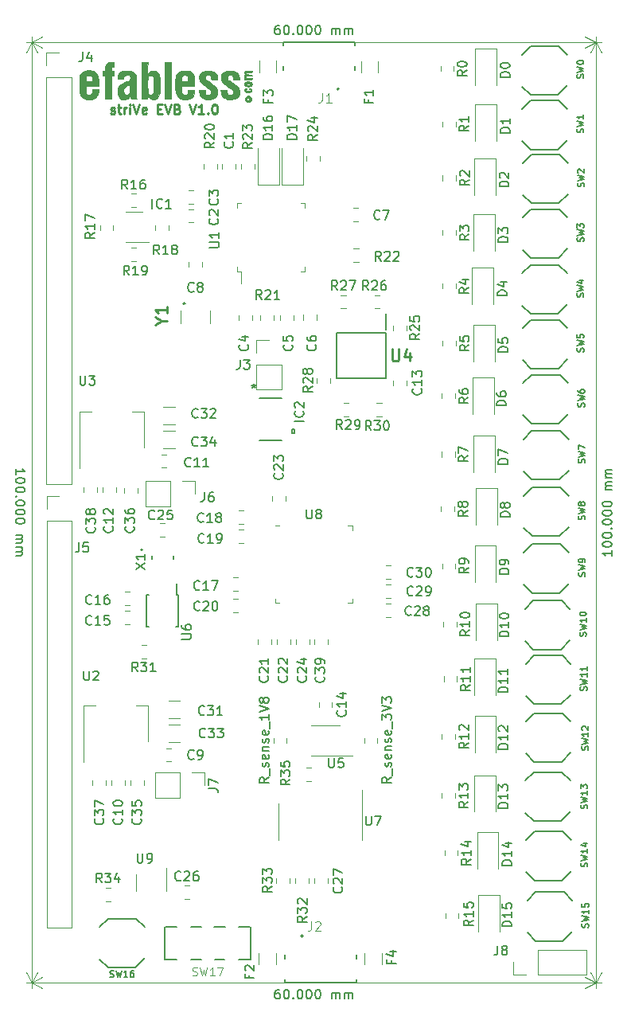
<source format=gbr>
G04 #@! TF.GenerationSoftware,KiCad,Pcbnew,(5.1.5-0-10_14)*
G04 #@! TF.CreationDate,2021-02-17T12:19:45-08:00*
G04 #@! TF.ProjectId,striVe_pcb,73747269-5665-45f7-9063-622e6b696361,rev?*
G04 #@! TF.SameCoordinates,Original*
G04 #@! TF.FileFunction,Legend,Top*
G04 #@! TF.FilePolarity,Positive*
%FSLAX46Y46*%
G04 Gerber Fmt 4.6, Leading zero omitted, Abs format (unit mm)*
G04 Created by KiCad (PCBNEW (5.1.5-0-10_14)) date 2021-02-17 12:19:45*
%MOMM*%
%LPD*%
G04 APERTURE LIST*
%ADD10C,0.150000*%
%ADD11C,0.120000*%
%ADD12C,0.010000*%
%ADD13C,0.152400*%
%ADD14C,0.127000*%
%ADD15C,0.200000*%
%ADD16C,0.100000*%
%ADD17C,0.250000*%
%ADD18C,0.101600*%
%ADD19C,0.254000*%
%ADD20C,0.015000*%
G04 APERTURE END LIST*
D10*
X159333333Y-142722380D02*
X159142857Y-142722380D01*
X159047619Y-142770000D01*
X159000000Y-142817619D01*
X158904761Y-142960476D01*
X158857142Y-143150952D01*
X158857142Y-143531904D01*
X158904761Y-143627142D01*
X158952380Y-143674761D01*
X159047619Y-143722380D01*
X159238095Y-143722380D01*
X159333333Y-143674761D01*
X159380952Y-143627142D01*
X159428571Y-143531904D01*
X159428571Y-143293809D01*
X159380952Y-143198571D01*
X159333333Y-143150952D01*
X159238095Y-143103333D01*
X159047619Y-143103333D01*
X158952380Y-143150952D01*
X158904761Y-143198571D01*
X158857142Y-143293809D01*
X160047619Y-142722380D02*
X160142857Y-142722380D01*
X160238095Y-142770000D01*
X160285714Y-142817619D01*
X160333333Y-142912857D01*
X160380952Y-143103333D01*
X160380952Y-143341428D01*
X160333333Y-143531904D01*
X160285714Y-143627142D01*
X160238095Y-143674761D01*
X160142857Y-143722380D01*
X160047619Y-143722380D01*
X159952380Y-143674761D01*
X159904761Y-143627142D01*
X159857142Y-143531904D01*
X159809523Y-143341428D01*
X159809523Y-143103333D01*
X159857142Y-142912857D01*
X159904761Y-142817619D01*
X159952380Y-142770000D01*
X160047619Y-142722380D01*
X160809523Y-143627142D02*
X160857142Y-143674761D01*
X160809523Y-143722380D01*
X160761904Y-143674761D01*
X160809523Y-143627142D01*
X160809523Y-143722380D01*
X161476190Y-142722380D02*
X161571428Y-142722380D01*
X161666666Y-142770000D01*
X161714285Y-142817619D01*
X161761904Y-142912857D01*
X161809523Y-143103333D01*
X161809523Y-143341428D01*
X161761904Y-143531904D01*
X161714285Y-143627142D01*
X161666666Y-143674761D01*
X161571428Y-143722380D01*
X161476190Y-143722380D01*
X161380952Y-143674761D01*
X161333333Y-143627142D01*
X161285714Y-143531904D01*
X161238095Y-143341428D01*
X161238095Y-143103333D01*
X161285714Y-142912857D01*
X161333333Y-142817619D01*
X161380952Y-142770000D01*
X161476190Y-142722380D01*
X162428571Y-142722380D02*
X162523809Y-142722380D01*
X162619047Y-142770000D01*
X162666666Y-142817619D01*
X162714285Y-142912857D01*
X162761904Y-143103333D01*
X162761904Y-143341428D01*
X162714285Y-143531904D01*
X162666666Y-143627142D01*
X162619047Y-143674761D01*
X162523809Y-143722380D01*
X162428571Y-143722380D01*
X162333333Y-143674761D01*
X162285714Y-143627142D01*
X162238095Y-143531904D01*
X162190476Y-143341428D01*
X162190476Y-143103333D01*
X162238095Y-142912857D01*
X162285714Y-142817619D01*
X162333333Y-142770000D01*
X162428571Y-142722380D01*
X163380952Y-142722380D02*
X163476190Y-142722380D01*
X163571428Y-142770000D01*
X163619047Y-142817619D01*
X163666666Y-142912857D01*
X163714285Y-143103333D01*
X163714285Y-143341428D01*
X163666666Y-143531904D01*
X163619047Y-143627142D01*
X163571428Y-143674761D01*
X163476190Y-143722380D01*
X163380952Y-143722380D01*
X163285714Y-143674761D01*
X163238095Y-143627142D01*
X163190476Y-143531904D01*
X163142857Y-143341428D01*
X163142857Y-143103333D01*
X163190476Y-142912857D01*
X163238095Y-142817619D01*
X163285714Y-142770000D01*
X163380952Y-142722380D01*
X164904761Y-143722380D02*
X164904761Y-143055714D01*
X164904761Y-143150952D02*
X164952380Y-143103333D01*
X165047619Y-143055714D01*
X165190476Y-143055714D01*
X165285714Y-143103333D01*
X165333333Y-143198571D01*
X165333333Y-143722380D01*
X165333333Y-143198571D02*
X165380952Y-143103333D01*
X165476190Y-143055714D01*
X165619047Y-143055714D01*
X165714285Y-143103333D01*
X165761904Y-143198571D01*
X165761904Y-143722380D01*
X166238095Y-143722380D02*
X166238095Y-143055714D01*
X166238095Y-143150952D02*
X166285714Y-143103333D01*
X166380952Y-143055714D01*
X166523809Y-143055714D01*
X166619047Y-143103333D01*
X166666666Y-143198571D01*
X166666666Y-143722380D01*
X166666666Y-143198571D02*
X166714285Y-143103333D01*
X166809523Y-143055714D01*
X166952380Y-143055714D01*
X167047619Y-143103333D01*
X167095238Y-143198571D01*
X167095238Y-143722380D01*
D11*
X133000000Y-142000000D02*
X193000000Y-142000000D01*
X133000000Y-142000000D02*
X133000000Y-142586421D01*
X193000000Y-142000000D02*
X193000000Y-142586421D01*
X193000000Y-142000000D02*
X191873496Y-142586421D01*
X193000000Y-142000000D02*
X191873496Y-141413579D01*
X133000000Y-142000000D02*
X134126504Y-142586421D01*
X133000000Y-142000000D02*
X134126504Y-141413579D01*
D10*
X194722380Y-96047619D02*
X194722380Y-96619047D01*
X194722380Y-96333333D02*
X193722380Y-96333333D01*
X193865238Y-96428571D01*
X193960476Y-96523809D01*
X194008095Y-96619047D01*
X193722380Y-95428571D02*
X193722380Y-95333333D01*
X193770000Y-95238095D01*
X193817619Y-95190476D01*
X193912857Y-95142857D01*
X194103333Y-95095238D01*
X194341428Y-95095238D01*
X194531904Y-95142857D01*
X194627142Y-95190476D01*
X194674761Y-95238095D01*
X194722380Y-95333333D01*
X194722380Y-95428571D01*
X194674761Y-95523809D01*
X194627142Y-95571428D01*
X194531904Y-95619047D01*
X194341428Y-95666666D01*
X194103333Y-95666666D01*
X193912857Y-95619047D01*
X193817619Y-95571428D01*
X193770000Y-95523809D01*
X193722380Y-95428571D01*
X193722380Y-94476190D02*
X193722380Y-94380952D01*
X193770000Y-94285714D01*
X193817619Y-94238095D01*
X193912857Y-94190476D01*
X194103333Y-94142857D01*
X194341428Y-94142857D01*
X194531904Y-94190476D01*
X194627142Y-94238095D01*
X194674761Y-94285714D01*
X194722380Y-94380952D01*
X194722380Y-94476190D01*
X194674761Y-94571428D01*
X194627142Y-94619047D01*
X194531904Y-94666666D01*
X194341428Y-94714285D01*
X194103333Y-94714285D01*
X193912857Y-94666666D01*
X193817619Y-94619047D01*
X193770000Y-94571428D01*
X193722380Y-94476190D01*
X194627142Y-93714285D02*
X194674761Y-93666666D01*
X194722380Y-93714285D01*
X194674761Y-93761904D01*
X194627142Y-93714285D01*
X194722380Y-93714285D01*
X193722380Y-93047619D02*
X193722380Y-92952380D01*
X193770000Y-92857142D01*
X193817619Y-92809523D01*
X193912857Y-92761904D01*
X194103333Y-92714285D01*
X194341428Y-92714285D01*
X194531904Y-92761904D01*
X194627142Y-92809523D01*
X194674761Y-92857142D01*
X194722380Y-92952380D01*
X194722380Y-93047619D01*
X194674761Y-93142857D01*
X194627142Y-93190476D01*
X194531904Y-93238095D01*
X194341428Y-93285714D01*
X194103333Y-93285714D01*
X193912857Y-93238095D01*
X193817619Y-93190476D01*
X193770000Y-93142857D01*
X193722380Y-93047619D01*
X193722380Y-92095238D02*
X193722380Y-92000000D01*
X193770000Y-91904761D01*
X193817619Y-91857142D01*
X193912857Y-91809523D01*
X194103333Y-91761904D01*
X194341428Y-91761904D01*
X194531904Y-91809523D01*
X194627142Y-91857142D01*
X194674761Y-91904761D01*
X194722380Y-92000000D01*
X194722380Y-92095238D01*
X194674761Y-92190476D01*
X194627142Y-92238095D01*
X194531904Y-92285714D01*
X194341428Y-92333333D01*
X194103333Y-92333333D01*
X193912857Y-92285714D01*
X193817619Y-92238095D01*
X193770000Y-92190476D01*
X193722380Y-92095238D01*
X193722380Y-91142857D02*
X193722380Y-91047619D01*
X193770000Y-90952380D01*
X193817619Y-90904761D01*
X193912857Y-90857142D01*
X194103333Y-90809523D01*
X194341428Y-90809523D01*
X194531904Y-90857142D01*
X194627142Y-90904761D01*
X194674761Y-90952380D01*
X194722380Y-91047619D01*
X194722380Y-91142857D01*
X194674761Y-91238095D01*
X194627142Y-91285714D01*
X194531904Y-91333333D01*
X194341428Y-91380952D01*
X194103333Y-91380952D01*
X193912857Y-91333333D01*
X193817619Y-91285714D01*
X193770000Y-91238095D01*
X193722380Y-91142857D01*
X194722380Y-89619047D02*
X194055714Y-89619047D01*
X194150952Y-89619047D02*
X194103333Y-89571428D01*
X194055714Y-89476190D01*
X194055714Y-89333333D01*
X194103333Y-89238095D01*
X194198571Y-89190476D01*
X194722380Y-89190476D01*
X194198571Y-89190476D02*
X194103333Y-89142857D01*
X194055714Y-89047619D01*
X194055714Y-88904761D01*
X194103333Y-88809523D01*
X194198571Y-88761904D01*
X194722380Y-88761904D01*
X194722380Y-88285714D02*
X194055714Y-88285714D01*
X194150952Y-88285714D02*
X194103333Y-88238095D01*
X194055714Y-88142857D01*
X194055714Y-88000000D01*
X194103333Y-87904761D01*
X194198571Y-87857142D01*
X194722380Y-87857142D01*
X194198571Y-87857142D02*
X194103333Y-87809523D01*
X194055714Y-87714285D01*
X194055714Y-87571428D01*
X194103333Y-87476190D01*
X194198571Y-87428571D01*
X194722380Y-87428571D01*
D11*
X193000000Y-142000000D02*
X193000000Y-42000000D01*
X193000000Y-142000000D02*
X193586421Y-142000000D01*
X193000000Y-42000000D02*
X193586421Y-42000000D01*
X193000000Y-42000000D02*
X193586421Y-43126504D01*
X193000000Y-42000000D02*
X192413579Y-43126504D01*
X193000000Y-142000000D02*
X193586421Y-140873496D01*
X193000000Y-142000000D02*
X192413579Y-140873496D01*
D10*
X131277619Y-87952380D02*
X131277619Y-87380952D01*
X131277619Y-87666666D02*
X132277619Y-87666666D01*
X132134761Y-87571428D01*
X132039523Y-87476190D01*
X131991904Y-87380952D01*
X132277619Y-88571428D02*
X132277619Y-88666666D01*
X132230000Y-88761904D01*
X132182380Y-88809523D01*
X132087142Y-88857142D01*
X131896666Y-88904761D01*
X131658571Y-88904761D01*
X131468095Y-88857142D01*
X131372857Y-88809523D01*
X131325238Y-88761904D01*
X131277619Y-88666666D01*
X131277619Y-88571428D01*
X131325238Y-88476190D01*
X131372857Y-88428571D01*
X131468095Y-88380952D01*
X131658571Y-88333333D01*
X131896666Y-88333333D01*
X132087142Y-88380952D01*
X132182380Y-88428571D01*
X132230000Y-88476190D01*
X132277619Y-88571428D01*
X132277619Y-89523809D02*
X132277619Y-89619047D01*
X132230000Y-89714285D01*
X132182380Y-89761904D01*
X132087142Y-89809523D01*
X131896666Y-89857142D01*
X131658571Y-89857142D01*
X131468095Y-89809523D01*
X131372857Y-89761904D01*
X131325238Y-89714285D01*
X131277619Y-89619047D01*
X131277619Y-89523809D01*
X131325238Y-89428571D01*
X131372857Y-89380952D01*
X131468095Y-89333333D01*
X131658571Y-89285714D01*
X131896666Y-89285714D01*
X132087142Y-89333333D01*
X132182380Y-89380952D01*
X132230000Y-89428571D01*
X132277619Y-89523809D01*
X131372857Y-90285714D02*
X131325238Y-90333333D01*
X131277619Y-90285714D01*
X131325238Y-90238095D01*
X131372857Y-90285714D01*
X131277619Y-90285714D01*
X132277619Y-90952380D02*
X132277619Y-91047619D01*
X132230000Y-91142857D01*
X132182380Y-91190476D01*
X132087142Y-91238095D01*
X131896666Y-91285714D01*
X131658571Y-91285714D01*
X131468095Y-91238095D01*
X131372857Y-91190476D01*
X131325238Y-91142857D01*
X131277619Y-91047619D01*
X131277619Y-90952380D01*
X131325238Y-90857142D01*
X131372857Y-90809523D01*
X131468095Y-90761904D01*
X131658571Y-90714285D01*
X131896666Y-90714285D01*
X132087142Y-90761904D01*
X132182380Y-90809523D01*
X132230000Y-90857142D01*
X132277619Y-90952380D01*
X132277619Y-91904761D02*
X132277619Y-92000000D01*
X132230000Y-92095238D01*
X132182380Y-92142857D01*
X132087142Y-92190476D01*
X131896666Y-92238095D01*
X131658571Y-92238095D01*
X131468095Y-92190476D01*
X131372857Y-92142857D01*
X131325238Y-92095238D01*
X131277619Y-92000000D01*
X131277619Y-91904761D01*
X131325238Y-91809523D01*
X131372857Y-91761904D01*
X131468095Y-91714285D01*
X131658571Y-91666666D01*
X131896666Y-91666666D01*
X132087142Y-91714285D01*
X132182380Y-91761904D01*
X132230000Y-91809523D01*
X132277619Y-91904761D01*
X132277619Y-92857142D02*
X132277619Y-92952380D01*
X132230000Y-93047619D01*
X132182380Y-93095238D01*
X132087142Y-93142857D01*
X131896666Y-93190476D01*
X131658571Y-93190476D01*
X131468095Y-93142857D01*
X131372857Y-93095238D01*
X131325238Y-93047619D01*
X131277619Y-92952380D01*
X131277619Y-92857142D01*
X131325238Y-92761904D01*
X131372857Y-92714285D01*
X131468095Y-92666666D01*
X131658571Y-92619047D01*
X131896666Y-92619047D01*
X132087142Y-92666666D01*
X132182380Y-92714285D01*
X132230000Y-92761904D01*
X132277619Y-92857142D01*
X131277619Y-94380952D02*
X131944285Y-94380952D01*
X131849047Y-94380952D02*
X131896666Y-94428571D01*
X131944285Y-94523809D01*
X131944285Y-94666666D01*
X131896666Y-94761904D01*
X131801428Y-94809523D01*
X131277619Y-94809523D01*
X131801428Y-94809523D02*
X131896666Y-94857142D01*
X131944285Y-94952380D01*
X131944285Y-95095238D01*
X131896666Y-95190476D01*
X131801428Y-95238095D01*
X131277619Y-95238095D01*
X131277619Y-95714285D02*
X131944285Y-95714285D01*
X131849047Y-95714285D02*
X131896666Y-95761904D01*
X131944285Y-95857142D01*
X131944285Y-96000000D01*
X131896666Y-96095238D01*
X131801428Y-96142857D01*
X131277619Y-96142857D01*
X131801428Y-96142857D02*
X131896666Y-96190476D01*
X131944285Y-96285714D01*
X131944285Y-96428571D01*
X131896666Y-96523809D01*
X131801428Y-96571428D01*
X131277619Y-96571428D01*
D11*
X133000000Y-42000000D02*
X133000000Y-142000000D01*
X133000000Y-42000000D02*
X132413579Y-42000000D01*
X133000000Y-142000000D02*
X132413579Y-142000000D01*
X133000000Y-142000000D02*
X132413579Y-140873496D01*
X133000000Y-142000000D02*
X133586421Y-140873496D01*
X133000000Y-42000000D02*
X132413579Y-43126504D01*
X133000000Y-42000000D02*
X133586421Y-43126504D01*
D10*
X159333333Y-40182380D02*
X159142857Y-40182380D01*
X159047619Y-40230000D01*
X159000000Y-40277619D01*
X158904761Y-40420476D01*
X158857142Y-40610952D01*
X158857142Y-40991904D01*
X158904761Y-41087142D01*
X158952380Y-41134761D01*
X159047619Y-41182380D01*
X159238095Y-41182380D01*
X159333333Y-41134761D01*
X159380952Y-41087142D01*
X159428571Y-40991904D01*
X159428571Y-40753809D01*
X159380952Y-40658571D01*
X159333333Y-40610952D01*
X159238095Y-40563333D01*
X159047619Y-40563333D01*
X158952380Y-40610952D01*
X158904761Y-40658571D01*
X158857142Y-40753809D01*
X160047619Y-40182380D02*
X160142857Y-40182380D01*
X160238095Y-40230000D01*
X160285714Y-40277619D01*
X160333333Y-40372857D01*
X160380952Y-40563333D01*
X160380952Y-40801428D01*
X160333333Y-40991904D01*
X160285714Y-41087142D01*
X160238095Y-41134761D01*
X160142857Y-41182380D01*
X160047619Y-41182380D01*
X159952380Y-41134761D01*
X159904761Y-41087142D01*
X159857142Y-40991904D01*
X159809523Y-40801428D01*
X159809523Y-40563333D01*
X159857142Y-40372857D01*
X159904761Y-40277619D01*
X159952380Y-40230000D01*
X160047619Y-40182380D01*
X160809523Y-41087142D02*
X160857142Y-41134761D01*
X160809523Y-41182380D01*
X160761904Y-41134761D01*
X160809523Y-41087142D01*
X160809523Y-41182380D01*
X161476190Y-40182380D02*
X161571428Y-40182380D01*
X161666666Y-40230000D01*
X161714285Y-40277619D01*
X161761904Y-40372857D01*
X161809523Y-40563333D01*
X161809523Y-40801428D01*
X161761904Y-40991904D01*
X161714285Y-41087142D01*
X161666666Y-41134761D01*
X161571428Y-41182380D01*
X161476190Y-41182380D01*
X161380952Y-41134761D01*
X161333333Y-41087142D01*
X161285714Y-40991904D01*
X161238095Y-40801428D01*
X161238095Y-40563333D01*
X161285714Y-40372857D01*
X161333333Y-40277619D01*
X161380952Y-40230000D01*
X161476190Y-40182380D01*
X162428571Y-40182380D02*
X162523809Y-40182380D01*
X162619047Y-40230000D01*
X162666666Y-40277619D01*
X162714285Y-40372857D01*
X162761904Y-40563333D01*
X162761904Y-40801428D01*
X162714285Y-40991904D01*
X162666666Y-41087142D01*
X162619047Y-41134761D01*
X162523809Y-41182380D01*
X162428571Y-41182380D01*
X162333333Y-41134761D01*
X162285714Y-41087142D01*
X162238095Y-40991904D01*
X162190476Y-40801428D01*
X162190476Y-40563333D01*
X162238095Y-40372857D01*
X162285714Y-40277619D01*
X162333333Y-40230000D01*
X162428571Y-40182380D01*
X163380952Y-40182380D02*
X163476190Y-40182380D01*
X163571428Y-40230000D01*
X163619047Y-40277619D01*
X163666666Y-40372857D01*
X163714285Y-40563333D01*
X163714285Y-40801428D01*
X163666666Y-40991904D01*
X163619047Y-41087142D01*
X163571428Y-41134761D01*
X163476190Y-41182380D01*
X163380952Y-41182380D01*
X163285714Y-41134761D01*
X163238095Y-41087142D01*
X163190476Y-40991904D01*
X163142857Y-40801428D01*
X163142857Y-40563333D01*
X163190476Y-40372857D01*
X163238095Y-40277619D01*
X163285714Y-40230000D01*
X163380952Y-40182380D01*
X164904761Y-41182380D02*
X164904761Y-40515714D01*
X164904761Y-40610952D02*
X164952380Y-40563333D01*
X165047619Y-40515714D01*
X165190476Y-40515714D01*
X165285714Y-40563333D01*
X165333333Y-40658571D01*
X165333333Y-41182380D01*
X165333333Y-40658571D02*
X165380952Y-40563333D01*
X165476190Y-40515714D01*
X165619047Y-40515714D01*
X165714285Y-40563333D01*
X165761904Y-40658571D01*
X165761904Y-41182380D01*
X166238095Y-41182380D02*
X166238095Y-40515714D01*
X166238095Y-40610952D02*
X166285714Y-40563333D01*
X166380952Y-40515714D01*
X166523809Y-40515714D01*
X166619047Y-40563333D01*
X166666666Y-40658571D01*
X166666666Y-41182380D01*
X166666666Y-40658571D02*
X166714285Y-40563333D01*
X166809523Y-40515714D01*
X166952380Y-40515714D01*
X167047619Y-40563333D01*
X167095238Y-40658571D01*
X167095238Y-41182380D01*
D11*
X193000000Y-42000000D02*
X133000000Y-42000000D01*
X193000000Y-42000000D02*
X193000000Y-41413579D01*
X133000000Y-42000000D02*
X133000000Y-41413579D01*
X133000000Y-42000000D02*
X134126504Y-41413579D01*
X133000000Y-42000000D02*
X134126504Y-42586421D01*
X193000000Y-42000000D02*
X191873496Y-41413579D01*
X193000000Y-42000000D02*
X191873496Y-42586421D01*
D12*
G36*
X156400500Y-45199300D02*
G01*
X156062461Y-45206397D01*
X155724422Y-45213495D01*
X155732261Y-45307997D01*
X155740100Y-45402500D01*
X156400500Y-45427900D01*
X156408464Y-45497001D01*
X156416429Y-45566103D01*
X156078264Y-45573201D01*
X155740100Y-45580300D01*
X155731865Y-45666536D01*
X155735581Y-45736834D01*
X155757265Y-45774097D01*
X155794583Y-45782352D01*
X155871570Y-45789187D01*
X155977099Y-45793903D01*
X156100044Y-45795804D01*
X156103737Y-45795811D01*
X156416574Y-45796200D01*
X156400500Y-45935900D01*
X156013150Y-45942911D01*
X155625800Y-45949923D01*
X155625800Y-45873061D01*
X155633098Y-45819273D01*
X155650706Y-45796214D01*
X155651200Y-45796200D01*
X155674352Y-45778751D01*
X155670523Y-45739431D01*
X155642154Y-45697779D01*
X155638500Y-45694600D01*
X155609821Y-45646764D01*
X155600400Y-45593000D01*
X155613485Y-45529464D01*
X155638500Y-45491400D01*
X155671025Y-45442969D01*
X155676600Y-45415200D01*
X155658279Y-45361937D01*
X155638500Y-45339000D01*
X155606566Y-45283207D01*
X155604494Y-45208404D01*
X155631104Y-45135794D01*
X155651200Y-45110400D01*
X155675832Y-45090098D01*
X155708145Y-45076023D01*
X155757120Y-45067055D01*
X155831740Y-45062077D01*
X155940987Y-45059969D01*
X156059287Y-45059600D01*
X156416574Y-45059600D01*
X156400500Y-45199300D01*
G37*
X156400500Y-45199300D02*
X156062461Y-45206397D01*
X155724422Y-45213495D01*
X155732261Y-45307997D01*
X155740100Y-45402500D01*
X156400500Y-45427900D01*
X156408464Y-45497001D01*
X156416429Y-45566103D01*
X156078264Y-45573201D01*
X155740100Y-45580300D01*
X155731865Y-45666536D01*
X155735581Y-45736834D01*
X155757265Y-45774097D01*
X155794583Y-45782352D01*
X155871570Y-45789187D01*
X155977099Y-45793903D01*
X156100044Y-45795804D01*
X156103737Y-45795811D01*
X156416574Y-45796200D01*
X156400500Y-45935900D01*
X156013150Y-45942911D01*
X155625800Y-45949923D01*
X155625800Y-45873061D01*
X155633098Y-45819273D01*
X155650706Y-45796214D01*
X155651200Y-45796200D01*
X155674352Y-45778751D01*
X155670523Y-45739431D01*
X155642154Y-45697779D01*
X155638500Y-45694600D01*
X155609821Y-45646764D01*
X155600400Y-45593000D01*
X155613485Y-45529464D01*
X155638500Y-45491400D01*
X155671025Y-45442969D01*
X155676600Y-45415200D01*
X155658279Y-45361937D01*
X155638500Y-45339000D01*
X155606566Y-45283207D01*
X155604494Y-45208404D01*
X155631104Y-45135794D01*
X155651200Y-45110400D01*
X155675832Y-45090098D01*
X155708145Y-45076023D01*
X155757120Y-45067055D01*
X155831740Y-45062077D01*
X155940987Y-45059969D01*
X156059287Y-45059600D01*
X156416574Y-45059600D01*
X156400500Y-45199300D01*
G36*
X156229989Y-46191234D02*
G01*
X156320096Y-46221361D01*
X156377042Y-46271873D01*
X156406214Y-46345521D01*
X156413200Y-46428386D01*
X156399951Y-46542839D01*
X156356047Y-46620158D01*
X156275253Y-46667758D01*
X156195653Y-46686998D01*
X156079745Y-46702204D01*
X155980371Y-46703879D01*
X155868853Y-46691953D01*
X155831208Y-46686112D01*
X155723603Y-46647583D01*
X155646354Y-46578289D01*
X155603678Y-46488777D01*
X155600860Y-46416821D01*
X155756735Y-46416821D01*
X155767708Y-46469861D01*
X155792992Y-46499371D01*
X155843540Y-46517042D01*
X155927222Y-46528341D01*
X156026686Y-46532549D01*
X156124583Y-46528948D01*
X156203561Y-46516818D01*
X156205016Y-46516433D01*
X156248528Y-46491700D01*
X156256501Y-46440840D01*
X156255816Y-46434230D01*
X156248100Y-46367700D01*
X156007147Y-46367700D01*
X155894359Y-46368630D01*
X155822586Y-46372701D01*
X155782062Y-46381827D01*
X155763016Y-46397925D01*
X155756735Y-46416821D01*
X155600860Y-46416821D01*
X155599793Y-46389595D01*
X155638915Y-46291291D01*
X155661442Y-46261466D01*
X155696517Y-46225671D01*
X155735228Y-46203522D01*
X155791337Y-46190883D01*
X155878607Y-46183617D01*
X155928732Y-46181133D01*
X156101331Y-46178741D01*
X156229989Y-46191234D01*
G37*
X156229989Y-46191234D02*
X156320096Y-46221361D01*
X156377042Y-46271873D01*
X156406214Y-46345521D01*
X156413200Y-46428386D01*
X156399951Y-46542839D01*
X156356047Y-46620158D01*
X156275253Y-46667758D01*
X156195653Y-46686998D01*
X156079745Y-46702204D01*
X155980371Y-46703879D01*
X155868853Y-46691953D01*
X155831208Y-46686112D01*
X155723603Y-46647583D01*
X155646354Y-46578289D01*
X155603678Y-46488777D01*
X155600860Y-46416821D01*
X155756735Y-46416821D01*
X155767708Y-46469861D01*
X155792992Y-46499371D01*
X155843540Y-46517042D01*
X155927222Y-46528341D01*
X156026686Y-46532549D01*
X156124583Y-46528948D01*
X156203561Y-46516818D01*
X156205016Y-46516433D01*
X156248528Y-46491700D01*
X156256501Y-46440840D01*
X156255816Y-46434230D01*
X156248100Y-46367700D01*
X156007147Y-46367700D01*
X155894359Y-46368630D01*
X155822586Y-46372701D01*
X155782062Y-46381827D01*
X155763016Y-46397925D01*
X155756735Y-46416821D01*
X155600860Y-46416821D01*
X155599793Y-46389595D01*
X155638915Y-46291291D01*
X155661442Y-46261466D01*
X155696517Y-46225671D01*
X155735228Y-46203522D01*
X155791337Y-46190883D01*
X155878607Y-46183617D01*
X155928732Y-46181133D01*
X156101331Y-46178741D01*
X156229989Y-46191234D01*
G36*
X155862947Y-46886049D02*
G01*
X155879218Y-46934195D01*
X155879800Y-46951711D01*
X155867621Y-46998602D01*
X155821951Y-47018428D01*
X155809950Y-47020062D01*
X155759703Y-47034297D01*
X155741615Y-47072279D01*
X155740100Y-47104300D01*
X155740100Y-47180500D01*
X155996637Y-47187696D01*
X156118557Y-47189704D01*
X156199768Y-47186786D01*
X156250224Y-47177782D01*
X156279876Y-47161531D01*
X156287264Y-47153817D01*
X156306271Y-47101783D01*
X156281543Y-47055980D01*
X156220052Y-47025698D01*
X156186867Y-47020027D01*
X156131002Y-47009033D01*
X156111934Y-46982039D01*
X156113229Y-46943827D01*
X156124303Y-46898430D01*
X156153922Y-46881960D01*
X156210000Y-46883316D01*
X156303562Y-46913607D01*
X156371892Y-46978084D01*
X156409043Y-47063936D01*
X156409067Y-47158352D01*
X156374351Y-47237361D01*
X156312693Y-47286558D01*
X156213616Y-47321696D01*
X156088957Y-47341138D01*
X155950552Y-47343250D01*
X155810240Y-47326396D01*
X155778811Y-47319634D01*
X155682645Y-47275467D01*
X155620624Y-47201030D01*
X155600400Y-47112516D01*
X155618764Y-47009067D01*
X155676857Y-46935433D01*
X155743262Y-46898141D01*
X155819699Y-46874844D01*
X155862947Y-46886049D01*
G37*
X155862947Y-46886049D02*
X155879218Y-46934195D01*
X155879800Y-46951711D01*
X155867621Y-46998602D01*
X155821951Y-47018428D01*
X155809950Y-47020062D01*
X155759703Y-47034297D01*
X155741615Y-47072279D01*
X155740100Y-47104300D01*
X155740100Y-47180500D01*
X155996637Y-47187696D01*
X156118557Y-47189704D01*
X156199768Y-47186786D01*
X156250224Y-47177782D01*
X156279876Y-47161531D01*
X156287264Y-47153817D01*
X156306271Y-47101783D01*
X156281543Y-47055980D01*
X156220052Y-47025698D01*
X156186867Y-47020027D01*
X156131002Y-47009033D01*
X156111934Y-46982039D01*
X156113229Y-46943827D01*
X156124303Y-46898430D01*
X156153922Y-46881960D01*
X156210000Y-46883316D01*
X156303562Y-46913607D01*
X156371892Y-46978084D01*
X156409043Y-47063936D01*
X156409067Y-47158352D01*
X156374351Y-47237361D01*
X156312693Y-47286558D01*
X156213616Y-47321696D01*
X156088957Y-47341138D01*
X155950552Y-47343250D01*
X155810240Y-47326396D01*
X155778811Y-47319634D01*
X155682645Y-47275467D01*
X155620624Y-47201030D01*
X155600400Y-47112516D01*
X155618764Y-47009067D01*
X155676857Y-46935433D01*
X155743262Y-46898141D01*
X155819699Y-46874844D01*
X155862947Y-46886049D01*
G36*
X147777200Y-48006000D02*
G01*
X147116800Y-48006000D01*
X147116800Y-44094400D01*
X147777200Y-44094400D01*
X147777200Y-48006000D01*
G37*
X147777200Y-48006000D02*
X147116800Y-48006000D01*
X147116800Y-44094400D01*
X147777200Y-44094400D01*
X147777200Y-48006000D01*
G36*
X141757400Y-44590066D02*
G01*
X141642492Y-44580927D01*
X141561016Y-44578895D01*
X141506697Y-44593474D01*
X141474148Y-44632567D01*
X141457982Y-44704075D01*
X141452812Y-44815902D01*
X141452600Y-44859510D01*
X141452600Y-45085000D01*
X141757400Y-45085000D01*
X141757400Y-45542200D01*
X141452600Y-45542200D01*
X141452600Y-48006000D01*
X140792200Y-48006000D01*
X140792200Y-45542200D01*
X140538200Y-45542200D01*
X140538200Y-45085000D01*
X140785114Y-45085000D01*
X140797764Y-44798334D01*
X140816602Y-44587155D01*
X140855364Y-44420045D01*
X140918493Y-44292694D01*
X141010427Y-44200788D01*
X141135608Y-44140014D01*
X141298476Y-44106060D01*
X141503471Y-44094614D01*
X141522450Y-44094541D01*
X141757400Y-44094400D01*
X141757400Y-44590066D01*
G37*
X141757400Y-44590066D02*
X141642492Y-44580927D01*
X141561016Y-44578895D01*
X141506697Y-44593474D01*
X141474148Y-44632567D01*
X141457982Y-44704075D01*
X141452812Y-44815902D01*
X141452600Y-44859510D01*
X141452600Y-45085000D01*
X141757400Y-45085000D01*
X141757400Y-45542200D01*
X141452600Y-45542200D01*
X141452600Y-48006000D01*
X140792200Y-48006000D01*
X140792200Y-45542200D01*
X140538200Y-45542200D01*
X140538200Y-45085000D01*
X140785114Y-45085000D01*
X140797764Y-44798334D01*
X140816602Y-44587155D01*
X140855364Y-44420045D01*
X140918493Y-44292694D01*
X141010427Y-44200788D01*
X141135608Y-44140014D01*
X141298476Y-44106060D01*
X141503471Y-44094614D01*
X141522450Y-44094541D01*
X141757400Y-44094400D01*
X141757400Y-44590066D01*
G36*
X154425832Y-45032210D02*
G01*
X154615592Y-45095052D01*
X154775220Y-45194422D01*
X154815902Y-45229873D01*
X154939213Y-45379202D01*
X155020722Y-45557331D01*
X155060344Y-45764066D01*
X155061371Y-45777150D01*
X155073825Y-45948600D01*
X154756185Y-45948600D01*
X154438544Y-45948599D01*
X154421170Y-45817627D01*
X154403814Y-45726304D01*
X154379725Y-45644816D01*
X154367870Y-45617181D01*
X154307045Y-45550507D01*
X154215207Y-45508365D01*
X154106357Y-45491739D01*
X153994495Y-45501614D01*
X153893620Y-45538976D01*
X153839041Y-45579987D01*
X153811077Y-45636316D01*
X153797837Y-45721693D01*
X153799509Y-45816489D01*
X153816283Y-45901075D01*
X153835550Y-45941535D01*
X153868249Y-45972820D01*
X153935926Y-46026618D01*
X154031182Y-46097429D01*
X154146618Y-46179751D01*
X154273700Y-46267314D01*
X154491222Y-46418552D01*
X154667569Y-46551002D01*
X154806607Y-46669360D01*
X154912205Y-46778325D01*
X154988231Y-46882594D01*
X155038554Y-46986867D01*
X155067042Y-47095840D01*
X155077562Y-47214212D01*
X155077845Y-47244000D01*
X155056876Y-47460056D01*
X154995893Y-47646076D01*
X154895670Y-47800838D01*
X154756979Y-47923121D01*
X154595598Y-48006068D01*
X154458116Y-48044234D01*
X154290622Y-48068409D01*
X154110335Y-48078052D01*
X153934474Y-48072624D01*
X153780257Y-48051583D01*
X153712671Y-48033749D01*
X153515597Y-47946459D01*
X153358076Y-47827430D01*
X153239816Y-47676279D01*
X153160525Y-47492621D01*
X153119911Y-47276076D01*
X153118116Y-47254599D01*
X153103867Y-47066200D01*
X153771600Y-47066200D01*
X153771600Y-47219415D01*
X153783867Y-47366697D01*
X153819250Y-47479916D01*
X153875622Y-47553684D01*
X153911724Y-47574361D01*
X154016465Y-47597089D01*
X154130724Y-47595119D01*
X154239562Y-47571581D01*
X154328044Y-47529605D01*
X154379155Y-47476420D01*
X154400910Y-47399107D01*
X154405184Y-47297911D01*
X154392880Y-47196304D01*
X154365362Y-47118527D01*
X154328416Y-47077127D01*
X154258763Y-47016708D01*
X154166546Y-46945540D01*
X154066912Y-46875256D01*
X153852427Y-46727958D01*
X153677322Y-46600921D01*
X153536759Y-46489399D01*
X153425900Y-46388644D01*
X153339907Y-46293909D01*
X153273943Y-46200446D01*
X153223170Y-46103509D01*
X153187441Y-46012220D01*
X153139930Y-45811330D01*
X153139340Y-45626802D01*
X153183691Y-45461238D01*
X153271003Y-45317243D01*
X153399295Y-45197420D01*
X153566587Y-45104373D01*
X153770899Y-45040706D01*
X153946782Y-45013845D01*
X154203657Y-45005331D01*
X154425832Y-45032210D01*
G37*
X154425832Y-45032210D02*
X154615592Y-45095052D01*
X154775220Y-45194422D01*
X154815902Y-45229873D01*
X154939213Y-45379202D01*
X155020722Y-45557331D01*
X155060344Y-45764066D01*
X155061371Y-45777150D01*
X155073825Y-45948600D01*
X154756185Y-45948600D01*
X154438544Y-45948599D01*
X154421170Y-45817627D01*
X154403814Y-45726304D01*
X154379725Y-45644816D01*
X154367870Y-45617181D01*
X154307045Y-45550507D01*
X154215207Y-45508365D01*
X154106357Y-45491739D01*
X153994495Y-45501614D01*
X153893620Y-45538976D01*
X153839041Y-45579987D01*
X153811077Y-45636316D01*
X153797837Y-45721693D01*
X153799509Y-45816489D01*
X153816283Y-45901075D01*
X153835550Y-45941535D01*
X153868249Y-45972820D01*
X153935926Y-46026618D01*
X154031182Y-46097429D01*
X154146618Y-46179751D01*
X154273700Y-46267314D01*
X154491222Y-46418552D01*
X154667569Y-46551002D01*
X154806607Y-46669360D01*
X154912205Y-46778325D01*
X154988231Y-46882594D01*
X155038554Y-46986867D01*
X155067042Y-47095840D01*
X155077562Y-47214212D01*
X155077845Y-47244000D01*
X155056876Y-47460056D01*
X154995893Y-47646076D01*
X154895670Y-47800838D01*
X154756979Y-47923121D01*
X154595598Y-48006068D01*
X154458116Y-48044234D01*
X154290622Y-48068409D01*
X154110335Y-48078052D01*
X153934474Y-48072624D01*
X153780257Y-48051583D01*
X153712671Y-48033749D01*
X153515597Y-47946459D01*
X153358076Y-47827430D01*
X153239816Y-47676279D01*
X153160525Y-47492621D01*
X153119911Y-47276076D01*
X153118116Y-47254599D01*
X153103867Y-47066200D01*
X153771600Y-47066200D01*
X153771600Y-47219415D01*
X153783867Y-47366697D01*
X153819250Y-47479916D01*
X153875622Y-47553684D01*
X153911724Y-47574361D01*
X154016465Y-47597089D01*
X154130724Y-47595119D01*
X154239562Y-47571581D01*
X154328044Y-47529605D01*
X154379155Y-47476420D01*
X154400910Y-47399107D01*
X154405184Y-47297911D01*
X154392880Y-47196304D01*
X154365362Y-47118527D01*
X154328416Y-47077127D01*
X154258763Y-47016708D01*
X154166546Y-46945540D01*
X154066912Y-46875256D01*
X153852427Y-46727958D01*
X153677322Y-46600921D01*
X153536759Y-46489399D01*
X153425900Y-46388644D01*
X153339907Y-46293909D01*
X153273943Y-46200446D01*
X153223170Y-46103509D01*
X153187441Y-46012220D01*
X153139930Y-45811330D01*
X153139340Y-45626802D01*
X153183691Y-45461238D01*
X153271003Y-45317243D01*
X153399295Y-45197420D01*
X153566587Y-45104373D01*
X153770899Y-45040706D01*
X153946782Y-45013845D01*
X154203657Y-45005331D01*
X154425832Y-45032210D01*
G36*
X152089032Y-45032210D02*
G01*
X152278792Y-45095052D01*
X152438420Y-45194422D01*
X152479102Y-45229873D01*
X152602413Y-45379202D01*
X152683922Y-45557331D01*
X152723544Y-45764066D01*
X152724571Y-45777150D01*
X152737025Y-45948600D01*
X152419385Y-45948600D01*
X152101744Y-45948599D01*
X152084370Y-45817627D01*
X152067014Y-45726304D01*
X152042925Y-45644816D01*
X152031070Y-45617181D01*
X151970245Y-45550507D01*
X151878407Y-45508365D01*
X151769557Y-45491739D01*
X151657695Y-45501614D01*
X151556820Y-45538976D01*
X151502241Y-45579987D01*
X151474277Y-45636316D01*
X151461037Y-45721693D01*
X151462709Y-45816489D01*
X151479483Y-45901075D01*
X151498750Y-45941535D01*
X151531449Y-45972820D01*
X151599126Y-46026618D01*
X151694382Y-46097429D01*
X151809818Y-46179751D01*
X151936900Y-46267314D01*
X152154422Y-46418552D01*
X152330769Y-46551002D01*
X152469807Y-46669360D01*
X152575405Y-46778325D01*
X152651431Y-46882594D01*
X152701754Y-46986867D01*
X152730242Y-47095840D01*
X152740762Y-47214212D01*
X152741045Y-47244000D01*
X152720076Y-47460056D01*
X152659093Y-47646076D01*
X152558870Y-47800838D01*
X152420179Y-47923121D01*
X152258798Y-48006068D01*
X152121316Y-48044234D01*
X151953822Y-48068409D01*
X151773535Y-48078052D01*
X151597674Y-48072624D01*
X151443457Y-48051583D01*
X151375871Y-48033749D01*
X151178797Y-47946459D01*
X151021276Y-47827430D01*
X150903016Y-47676279D01*
X150823725Y-47492621D01*
X150783111Y-47276076D01*
X150781316Y-47254599D01*
X150767067Y-47066200D01*
X151434800Y-47066200D01*
X151434800Y-47219415D01*
X151447067Y-47366697D01*
X151482450Y-47479916D01*
X151538822Y-47553684D01*
X151574924Y-47574361D01*
X151679665Y-47597089D01*
X151793924Y-47595119D01*
X151902762Y-47571581D01*
X151991244Y-47529605D01*
X152042355Y-47476420D01*
X152064110Y-47399107D01*
X152068384Y-47297911D01*
X152056080Y-47196304D01*
X152028562Y-47118527D01*
X151991616Y-47077127D01*
X151921963Y-47016708D01*
X151829746Y-46945540D01*
X151730112Y-46875256D01*
X151515627Y-46727958D01*
X151340522Y-46600921D01*
X151199959Y-46489399D01*
X151089100Y-46388644D01*
X151003107Y-46293909D01*
X150937143Y-46200446D01*
X150886370Y-46103509D01*
X150850641Y-46012220D01*
X150803130Y-45811330D01*
X150802540Y-45626802D01*
X150846891Y-45461238D01*
X150934203Y-45317243D01*
X151062495Y-45197420D01*
X151229787Y-45104373D01*
X151434099Y-45040706D01*
X151609982Y-45013845D01*
X151866857Y-45005331D01*
X152089032Y-45032210D01*
G37*
X152089032Y-45032210D02*
X152278792Y-45095052D01*
X152438420Y-45194422D01*
X152479102Y-45229873D01*
X152602413Y-45379202D01*
X152683922Y-45557331D01*
X152723544Y-45764066D01*
X152724571Y-45777150D01*
X152737025Y-45948600D01*
X152419385Y-45948600D01*
X152101744Y-45948599D01*
X152084370Y-45817627D01*
X152067014Y-45726304D01*
X152042925Y-45644816D01*
X152031070Y-45617181D01*
X151970245Y-45550507D01*
X151878407Y-45508365D01*
X151769557Y-45491739D01*
X151657695Y-45501614D01*
X151556820Y-45538976D01*
X151502241Y-45579987D01*
X151474277Y-45636316D01*
X151461037Y-45721693D01*
X151462709Y-45816489D01*
X151479483Y-45901075D01*
X151498750Y-45941535D01*
X151531449Y-45972820D01*
X151599126Y-46026618D01*
X151694382Y-46097429D01*
X151809818Y-46179751D01*
X151936900Y-46267314D01*
X152154422Y-46418552D01*
X152330769Y-46551002D01*
X152469807Y-46669360D01*
X152575405Y-46778325D01*
X152651431Y-46882594D01*
X152701754Y-46986867D01*
X152730242Y-47095840D01*
X152740762Y-47214212D01*
X152741045Y-47244000D01*
X152720076Y-47460056D01*
X152659093Y-47646076D01*
X152558870Y-47800838D01*
X152420179Y-47923121D01*
X152258798Y-48006068D01*
X152121316Y-48044234D01*
X151953822Y-48068409D01*
X151773535Y-48078052D01*
X151597674Y-48072624D01*
X151443457Y-48051583D01*
X151375871Y-48033749D01*
X151178797Y-47946459D01*
X151021276Y-47827430D01*
X150903016Y-47676279D01*
X150823725Y-47492621D01*
X150783111Y-47276076D01*
X150781316Y-47254599D01*
X150767067Y-47066200D01*
X151434800Y-47066200D01*
X151434800Y-47219415D01*
X151447067Y-47366697D01*
X151482450Y-47479916D01*
X151538822Y-47553684D01*
X151574924Y-47574361D01*
X151679665Y-47597089D01*
X151793924Y-47595119D01*
X151902762Y-47571581D01*
X151991244Y-47529605D01*
X152042355Y-47476420D01*
X152064110Y-47399107D01*
X152068384Y-47297911D01*
X152056080Y-47196304D01*
X152028562Y-47118527D01*
X151991616Y-47077127D01*
X151921963Y-47016708D01*
X151829746Y-46945540D01*
X151730112Y-46875256D01*
X151515627Y-46727958D01*
X151340522Y-46600921D01*
X151199959Y-46489399D01*
X151089100Y-46388644D01*
X151003107Y-46293909D01*
X150937143Y-46200446D01*
X150886370Y-46103509D01*
X150850641Y-46012220D01*
X150803130Y-45811330D01*
X150802540Y-45626802D01*
X150846891Y-45461238D01*
X150934203Y-45317243D01*
X151062495Y-45197420D01*
X151229787Y-45104373D01*
X151434099Y-45040706D01*
X151609982Y-45013845D01*
X151866857Y-45005331D01*
X152089032Y-45032210D01*
G36*
X149410767Y-45009310D02*
G01*
X149444970Y-45012118D01*
X149632219Y-45038478D01*
X149783070Y-45082970D01*
X149910234Y-45150729D01*
X150026422Y-45246892D01*
X150026665Y-45247129D01*
X150101675Y-45327951D01*
X150160469Y-45411971D01*
X150205140Y-45506854D01*
X150237779Y-45620264D01*
X150260479Y-45759866D01*
X150275331Y-45933324D01*
X150284428Y-46148303D01*
X150285723Y-46196250D01*
X150297369Y-46659800D01*
X148913688Y-46659800D01*
X148925219Y-47009050D01*
X148932150Y-47167452D01*
X148941651Y-47283842D01*
X148954849Y-47366984D01*
X148972872Y-47425645D01*
X148980962Y-47442850D01*
X149052673Y-47527527D01*
X149158350Y-47579531D01*
X149290615Y-47595713D01*
X149333053Y-47593240D01*
X149453688Y-47562509D01*
X149542227Y-47495473D01*
X149599906Y-47390347D01*
X149627956Y-47245345D01*
X149631258Y-47161450D01*
X149631400Y-47040800D01*
X150299167Y-47040800D01*
X150284076Y-47212250D01*
X150244231Y-47448609D01*
X150169855Y-47649455D01*
X150061672Y-47813755D01*
X149920409Y-47940480D01*
X149746790Y-48028598D01*
X149698833Y-48044350D01*
X149586728Y-48066031D01*
X149442377Y-48077577D01*
X149283296Y-48079049D01*
X149127005Y-48070511D01*
X148991022Y-48052023D01*
X148945600Y-48041687D01*
X148753915Y-47969194D01*
X148595820Y-47861784D01*
X148470086Y-47717823D01*
X148375486Y-47535677D01*
X148310792Y-47313710D01*
X148286211Y-47163866D01*
X148276008Y-47050765D01*
X148268415Y-46902292D01*
X148263426Y-46729355D01*
X148261039Y-46542863D01*
X148261247Y-46353723D01*
X148263981Y-46177200D01*
X148913278Y-46177200D01*
X149631400Y-46177200D01*
X149631400Y-45934638D01*
X149626893Y-45782786D01*
X149611211Y-45673226D01*
X149581106Y-45598076D01*
X149533333Y-45549452D01*
X149464645Y-45519469D01*
X149459909Y-45518124D01*
X149311346Y-45492473D01*
X149178406Y-45499522D01*
X149069567Y-45537345D01*
X148993307Y-45604016D01*
X148979063Y-45627365D01*
X148954914Y-45701504D01*
X148936207Y-45814870D01*
X148925574Y-45942111D01*
X148913278Y-46177200D01*
X148263981Y-46177200D01*
X148264049Y-46172843D01*
X148269439Y-46011132D01*
X148277413Y-45879498D01*
X148286724Y-45796200D01*
X148343716Y-45575701D01*
X148437454Y-45389730D01*
X148566609Y-45239186D01*
X148729849Y-45124971D01*
X148925843Y-45047985D01*
X149153259Y-45009131D01*
X149410767Y-45009310D01*
G37*
X149410767Y-45009310D02*
X149444970Y-45012118D01*
X149632219Y-45038478D01*
X149783070Y-45082970D01*
X149910234Y-45150729D01*
X150026422Y-45246892D01*
X150026665Y-45247129D01*
X150101675Y-45327951D01*
X150160469Y-45411971D01*
X150205140Y-45506854D01*
X150237779Y-45620264D01*
X150260479Y-45759866D01*
X150275331Y-45933324D01*
X150284428Y-46148303D01*
X150285723Y-46196250D01*
X150297369Y-46659800D01*
X148913688Y-46659800D01*
X148925219Y-47009050D01*
X148932150Y-47167452D01*
X148941651Y-47283842D01*
X148954849Y-47366984D01*
X148972872Y-47425645D01*
X148980962Y-47442850D01*
X149052673Y-47527527D01*
X149158350Y-47579531D01*
X149290615Y-47595713D01*
X149333053Y-47593240D01*
X149453688Y-47562509D01*
X149542227Y-47495473D01*
X149599906Y-47390347D01*
X149627956Y-47245345D01*
X149631258Y-47161450D01*
X149631400Y-47040800D01*
X150299167Y-47040800D01*
X150284076Y-47212250D01*
X150244231Y-47448609D01*
X150169855Y-47649455D01*
X150061672Y-47813755D01*
X149920409Y-47940480D01*
X149746790Y-48028598D01*
X149698833Y-48044350D01*
X149586728Y-48066031D01*
X149442377Y-48077577D01*
X149283296Y-48079049D01*
X149127005Y-48070511D01*
X148991022Y-48052023D01*
X148945600Y-48041687D01*
X148753915Y-47969194D01*
X148595820Y-47861784D01*
X148470086Y-47717823D01*
X148375486Y-47535677D01*
X148310792Y-47313710D01*
X148286211Y-47163866D01*
X148276008Y-47050765D01*
X148268415Y-46902292D01*
X148263426Y-46729355D01*
X148261039Y-46542863D01*
X148261247Y-46353723D01*
X148263981Y-46177200D01*
X148913278Y-46177200D01*
X149631400Y-46177200D01*
X149631400Y-45934638D01*
X149626893Y-45782786D01*
X149611211Y-45673226D01*
X149581106Y-45598076D01*
X149533333Y-45549452D01*
X149464645Y-45519469D01*
X149459909Y-45518124D01*
X149311346Y-45492473D01*
X149178406Y-45499522D01*
X149069567Y-45537345D01*
X148993307Y-45604016D01*
X148979063Y-45627365D01*
X148954914Y-45701504D01*
X148936207Y-45814870D01*
X148925574Y-45942111D01*
X148913278Y-46177200D01*
X148263981Y-46177200D01*
X148264049Y-46172843D01*
X148269439Y-46011132D01*
X148277413Y-45879498D01*
X148286724Y-45796200D01*
X148343716Y-45575701D01*
X148437454Y-45389730D01*
X148566609Y-45239186D01*
X148729849Y-45124971D01*
X148925843Y-45047985D01*
X149153259Y-45009131D01*
X149410767Y-45009310D01*
G36*
X145309655Y-44716705D02*
G01*
X145307558Y-44933519D01*
X145308115Y-45105487D01*
X145311287Y-45231167D01*
X145317036Y-45309113D01*
X145325323Y-45337881D01*
X145326100Y-45338014D01*
X145354219Y-45318508D01*
X145399225Y-45269468D01*
X145432628Y-45226663D01*
X145533845Y-45118073D01*
X145652733Y-45048898D01*
X145797682Y-45015618D01*
X145942850Y-45012689D01*
X146117160Y-45035574D01*
X146261103Y-45088535D01*
X146377352Y-45174825D01*
X146468578Y-45297697D01*
X146537453Y-45460405D01*
X146586649Y-45666202D01*
X146609273Y-45824043D01*
X146619096Y-45943512D01*
X146626330Y-46100866D01*
X146630986Y-46284737D01*
X146633075Y-46483757D01*
X146632609Y-46686558D01*
X146629600Y-46881772D01*
X146624059Y-47058031D01*
X146615997Y-47203967D01*
X146607788Y-47290866D01*
X146561826Y-47527934D01*
X146488776Y-47724875D01*
X146389321Y-47880474D01*
X146264144Y-47993517D01*
X146189700Y-48034812D01*
X146076869Y-48067158D01*
X145939420Y-48079084D01*
X145799411Y-48070222D01*
X145686883Y-48043235D01*
X145538843Y-47964881D01*
X145416749Y-47845858D01*
X145392823Y-47813931D01*
X145337001Y-47746993D01*
X145297610Y-47727686D01*
X145273406Y-47756510D01*
X145263145Y-47833968D01*
X145262600Y-47866300D01*
X145262600Y-48006000D01*
X144653000Y-48006000D01*
X144653000Y-46523459D01*
X145313400Y-46523459D01*
X145314371Y-46760283D01*
X145317793Y-46952202D01*
X145324427Y-47105083D01*
X145335035Y-47224793D01*
X145350379Y-47317201D01*
X145371222Y-47388172D01*
X145398324Y-47443574D01*
X145432448Y-47489275D01*
X145439874Y-47497437D01*
X145493012Y-47545517D01*
X145548596Y-47568148D01*
X145629532Y-47574170D01*
X145638832Y-47574200D01*
X145721333Y-47569756D01*
X145774993Y-47550652D01*
X145821415Y-47508225D01*
X145830865Y-47497211D01*
X145882436Y-47418619D01*
X145920128Y-47331776D01*
X145921882Y-47325761D01*
X145929819Y-47270595D01*
X145936316Y-47173055D01*
X145941373Y-47041546D01*
X145944991Y-46884473D01*
X145947173Y-46710242D01*
X145947919Y-46527257D01*
X145947231Y-46343924D01*
X145945110Y-46168647D01*
X145941557Y-46009833D01*
X145936575Y-45875887D01*
X145930164Y-45775213D01*
X145922325Y-45716217D01*
X145921618Y-45713484D01*
X145877393Y-45609708D01*
X145809485Y-45546981D01*
X145709837Y-45519362D01*
X145654935Y-45516800D01*
X145534055Y-45531401D01*
X145446331Y-45579196D01*
X145384040Y-45666168D01*
X145352069Y-45751405D01*
X145339206Y-45806434D01*
X145329343Y-45878356D01*
X145322159Y-45973622D01*
X145317329Y-46098682D01*
X145314531Y-46259985D01*
X145313443Y-46463980D01*
X145313400Y-46523459D01*
X144653000Y-46523459D01*
X144653000Y-44094400D01*
X145318610Y-44094400D01*
X145309655Y-44716705D01*
G37*
X145309655Y-44716705D02*
X145307558Y-44933519D01*
X145308115Y-45105487D01*
X145311287Y-45231167D01*
X145317036Y-45309113D01*
X145325323Y-45337881D01*
X145326100Y-45338014D01*
X145354219Y-45318508D01*
X145399225Y-45269468D01*
X145432628Y-45226663D01*
X145533845Y-45118073D01*
X145652733Y-45048898D01*
X145797682Y-45015618D01*
X145942850Y-45012689D01*
X146117160Y-45035574D01*
X146261103Y-45088535D01*
X146377352Y-45174825D01*
X146468578Y-45297697D01*
X146537453Y-45460405D01*
X146586649Y-45666202D01*
X146609273Y-45824043D01*
X146619096Y-45943512D01*
X146626330Y-46100866D01*
X146630986Y-46284737D01*
X146633075Y-46483757D01*
X146632609Y-46686558D01*
X146629600Y-46881772D01*
X146624059Y-47058031D01*
X146615997Y-47203967D01*
X146607788Y-47290866D01*
X146561826Y-47527934D01*
X146488776Y-47724875D01*
X146389321Y-47880474D01*
X146264144Y-47993517D01*
X146189700Y-48034812D01*
X146076869Y-48067158D01*
X145939420Y-48079084D01*
X145799411Y-48070222D01*
X145686883Y-48043235D01*
X145538843Y-47964881D01*
X145416749Y-47845858D01*
X145392823Y-47813931D01*
X145337001Y-47746993D01*
X145297610Y-47727686D01*
X145273406Y-47756510D01*
X145263145Y-47833968D01*
X145262600Y-47866300D01*
X145262600Y-48006000D01*
X144653000Y-48006000D01*
X144653000Y-46523459D01*
X145313400Y-46523459D01*
X145314371Y-46760283D01*
X145317793Y-46952202D01*
X145324427Y-47105083D01*
X145335035Y-47224793D01*
X145350379Y-47317201D01*
X145371222Y-47388172D01*
X145398324Y-47443574D01*
X145432448Y-47489275D01*
X145439874Y-47497437D01*
X145493012Y-47545517D01*
X145548596Y-47568148D01*
X145629532Y-47574170D01*
X145638832Y-47574200D01*
X145721333Y-47569756D01*
X145774993Y-47550652D01*
X145821415Y-47508225D01*
X145830865Y-47497211D01*
X145882436Y-47418619D01*
X145920128Y-47331776D01*
X145921882Y-47325761D01*
X145929819Y-47270595D01*
X145936316Y-47173055D01*
X145941373Y-47041546D01*
X145944991Y-46884473D01*
X145947173Y-46710242D01*
X145947919Y-46527257D01*
X145947231Y-46343924D01*
X145945110Y-46168647D01*
X145941557Y-46009833D01*
X145936575Y-45875887D01*
X145930164Y-45775213D01*
X145922325Y-45716217D01*
X145921618Y-45713484D01*
X145877393Y-45609708D01*
X145809485Y-45546981D01*
X145709837Y-45519362D01*
X145654935Y-45516800D01*
X145534055Y-45531401D01*
X145446331Y-45579196D01*
X145384040Y-45666168D01*
X145352069Y-45751405D01*
X145339206Y-45806434D01*
X145329343Y-45878356D01*
X145322159Y-45973622D01*
X145317329Y-46098682D01*
X145314531Y-46259985D01*
X145313443Y-46463980D01*
X145313400Y-46523459D01*
X144653000Y-46523459D01*
X144653000Y-44094400D01*
X145318610Y-44094400D01*
X145309655Y-44716705D01*
G36*
X143464404Y-45030757D02*
G01*
X143665265Y-45088825D01*
X143830202Y-45177711D01*
X143956968Y-45296597D01*
X144021241Y-45396154D01*
X144037932Y-45430820D01*
X144051951Y-45466883D01*
X144063568Y-45508984D01*
X144073054Y-45561760D01*
X144080682Y-45629851D01*
X144086721Y-45717895D01*
X144091444Y-45830532D01*
X144095121Y-45972401D01*
X144098023Y-46148141D01*
X144100421Y-46362390D01*
X144102587Y-46619788D01*
X144103997Y-46812200D01*
X144106083Y-47043462D01*
X144108888Y-47260432D01*
X144112278Y-47457518D01*
X144116118Y-47629131D01*
X144120275Y-47769679D01*
X144124614Y-47873572D01*
X144129000Y-47935218D01*
X144131298Y-47948850D01*
X144150924Y-48006000D01*
X143845879Y-48006000D01*
X143709947Y-48005414D01*
X143616749Y-48000780D01*
X143558223Y-47987778D01*
X143526304Y-47962090D01*
X143512928Y-47919396D01*
X143510030Y-47855379D01*
X143510000Y-47826122D01*
X143503469Y-47761344D01*
X143486771Y-47728178D01*
X143481452Y-47726600D01*
X143450618Y-47744389D01*
X143399625Y-47790558D01*
X143351235Y-47842102D01*
X143215902Y-47966901D01*
X143068320Y-48044455D01*
X142901264Y-48078072D01*
X142831394Y-48080016D01*
X142732655Y-48076051D01*
X142646097Y-48067878D01*
X142595435Y-48058467D01*
X142427501Y-47983528D01*
X142294224Y-47871562D01*
X142195764Y-47722837D01*
X142132284Y-47537621D01*
X142103945Y-47316181D01*
X142102321Y-47244000D01*
X142108272Y-47150784D01*
X142759309Y-47150784D01*
X142765013Y-47280682D01*
X142791048Y-47398384D01*
X142836178Y-47489848D01*
X142867781Y-47523173D01*
X142942973Y-47557574D01*
X143044807Y-47574122D01*
X143152161Y-47572230D01*
X143243916Y-47551307D01*
X143275893Y-47534558D01*
X143324004Y-47495146D01*
X143360440Y-47448304D01*
X143387000Y-47386500D01*
X143405480Y-47302202D01*
X143417678Y-47187878D01*
X143425392Y-47035996D01*
X143429344Y-46891662D01*
X143432281Y-46729789D01*
X143432754Y-46612665D01*
X143430410Y-46534285D01*
X143424898Y-46488640D01*
X143415864Y-46469725D01*
X143404620Y-46470480D01*
X143307175Y-46530875D01*
X143198772Y-46603597D01*
X143088559Y-46681829D01*
X142985688Y-46758754D01*
X142899308Y-46827558D01*
X142838570Y-46881423D01*
X142813839Y-46910565D01*
X142775172Y-47022732D01*
X142759309Y-47150784D01*
X142108272Y-47150784D01*
X142114573Y-47052103D01*
X142154341Y-46885149D01*
X142225415Y-46738600D01*
X142331583Y-46607922D01*
X142476634Y-46488579D01*
X142664358Y-46376035D01*
X142898544Y-46265756D01*
X142931058Y-46251994D01*
X143104356Y-46176285D01*
X143235049Y-46111525D01*
X143329223Y-46054189D01*
X143392966Y-46000751D01*
X143418918Y-45969407D01*
X143443502Y-45905406D01*
X143456895Y-45812924D01*
X143458223Y-45713218D01*
X143446613Y-45627549D01*
X143434336Y-45594001D01*
X143379991Y-45541846D01*
X143291476Y-45508257D01*
X143181847Y-45493083D01*
X143064161Y-45496175D01*
X142951474Y-45517381D01*
X142856842Y-45556550D01*
X142802433Y-45601291D01*
X142779635Y-45649657D01*
X142759547Y-45727163D01*
X142751633Y-45776675D01*
X142735300Y-45910500D01*
X142420446Y-45917661D01*
X142105593Y-45924823D01*
X142121318Y-45774378D01*
X142162940Y-45561050D01*
X142239967Y-45383367D01*
X142353196Y-45240606D01*
X142503424Y-45132044D01*
X142691447Y-45056960D01*
X142918064Y-45014630D01*
X142963900Y-45010362D01*
X143229866Y-45004330D01*
X143464404Y-45030757D01*
G37*
X143464404Y-45030757D02*
X143665265Y-45088825D01*
X143830202Y-45177711D01*
X143956968Y-45296597D01*
X144021241Y-45396154D01*
X144037932Y-45430820D01*
X144051951Y-45466883D01*
X144063568Y-45508984D01*
X144073054Y-45561760D01*
X144080682Y-45629851D01*
X144086721Y-45717895D01*
X144091444Y-45830532D01*
X144095121Y-45972401D01*
X144098023Y-46148141D01*
X144100421Y-46362390D01*
X144102587Y-46619788D01*
X144103997Y-46812200D01*
X144106083Y-47043462D01*
X144108888Y-47260432D01*
X144112278Y-47457518D01*
X144116118Y-47629131D01*
X144120275Y-47769679D01*
X144124614Y-47873572D01*
X144129000Y-47935218D01*
X144131298Y-47948850D01*
X144150924Y-48006000D01*
X143845879Y-48006000D01*
X143709947Y-48005414D01*
X143616749Y-48000780D01*
X143558223Y-47987778D01*
X143526304Y-47962090D01*
X143512928Y-47919396D01*
X143510030Y-47855379D01*
X143510000Y-47826122D01*
X143503469Y-47761344D01*
X143486771Y-47728178D01*
X143481452Y-47726600D01*
X143450618Y-47744389D01*
X143399625Y-47790558D01*
X143351235Y-47842102D01*
X143215902Y-47966901D01*
X143068320Y-48044455D01*
X142901264Y-48078072D01*
X142831394Y-48080016D01*
X142732655Y-48076051D01*
X142646097Y-48067878D01*
X142595435Y-48058467D01*
X142427501Y-47983528D01*
X142294224Y-47871562D01*
X142195764Y-47722837D01*
X142132284Y-47537621D01*
X142103945Y-47316181D01*
X142102321Y-47244000D01*
X142108272Y-47150784D01*
X142759309Y-47150784D01*
X142765013Y-47280682D01*
X142791048Y-47398384D01*
X142836178Y-47489848D01*
X142867781Y-47523173D01*
X142942973Y-47557574D01*
X143044807Y-47574122D01*
X143152161Y-47572230D01*
X143243916Y-47551307D01*
X143275893Y-47534558D01*
X143324004Y-47495146D01*
X143360440Y-47448304D01*
X143387000Y-47386500D01*
X143405480Y-47302202D01*
X143417678Y-47187878D01*
X143425392Y-47035996D01*
X143429344Y-46891662D01*
X143432281Y-46729789D01*
X143432754Y-46612665D01*
X143430410Y-46534285D01*
X143424898Y-46488640D01*
X143415864Y-46469725D01*
X143404620Y-46470480D01*
X143307175Y-46530875D01*
X143198772Y-46603597D01*
X143088559Y-46681829D01*
X142985688Y-46758754D01*
X142899308Y-46827558D01*
X142838570Y-46881423D01*
X142813839Y-46910565D01*
X142775172Y-47022732D01*
X142759309Y-47150784D01*
X142108272Y-47150784D01*
X142114573Y-47052103D01*
X142154341Y-46885149D01*
X142225415Y-46738600D01*
X142331583Y-46607922D01*
X142476634Y-46488579D01*
X142664358Y-46376035D01*
X142898544Y-46265756D01*
X142931058Y-46251994D01*
X143104356Y-46176285D01*
X143235049Y-46111525D01*
X143329223Y-46054189D01*
X143392966Y-46000751D01*
X143418918Y-45969407D01*
X143443502Y-45905406D01*
X143456895Y-45812924D01*
X143458223Y-45713218D01*
X143446613Y-45627549D01*
X143434336Y-45594001D01*
X143379991Y-45541846D01*
X143291476Y-45508257D01*
X143181847Y-45493083D01*
X143064161Y-45496175D01*
X142951474Y-45517381D01*
X142856842Y-45556550D01*
X142802433Y-45601291D01*
X142779635Y-45649657D01*
X142759547Y-45727163D01*
X142751633Y-45776675D01*
X142735300Y-45910500D01*
X142420446Y-45917661D01*
X142105593Y-45924823D01*
X142121318Y-45774378D01*
X142162940Y-45561050D01*
X142239967Y-45383367D01*
X142353196Y-45240606D01*
X142503424Y-45132044D01*
X142691447Y-45056960D01*
X142918064Y-45014630D01*
X142963900Y-45010362D01*
X143229866Y-45004330D01*
X143464404Y-45030757D01*
G36*
X139192428Y-44993078D02*
G01*
X139425425Y-45026247D01*
X139616919Y-45084872D01*
X139770710Y-45171427D01*
X139890602Y-45288387D01*
X139980396Y-45438228D01*
X140016299Y-45529500D01*
X140040522Y-45626966D01*
X140062435Y-45764361D01*
X140080981Y-45930828D01*
X140095102Y-46115510D01*
X140103741Y-46307551D01*
X140105986Y-46450250D01*
X140106400Y-46685200D01*
X138734800Y-46685200D01*
X138734800Y-46989485D01*
X138740371Y-47181505D01*
X138759099Y-47328812D01*
X138794005Y-47436472D01*
X138848110Y-47509550D01*
X138924434Y-47553112D01*
X139025998Y-47572223D01*
X139083486Y-47574200D01*
X139200494Y-47559722D01*
X139288398Y-47513351D01*
X139350889Y-47430678D01*
X139391657Y-47307295D01*
X139410364Y-47183778D01*
X139427615Y-47015400D01*
X140088046Y-47015400D01*
X140073987Y-47237650D01*
X140055449Y-47417701D01*
X140021976Y-47561101D01*
X139968297Y-47681070D01*
X139889144Y-47790828D01*
X139826822Y-47857691D01*
X139729309Y-47946782D01*
X139642119Y-48004565D01*
X139548015Y-48042407D01*
X139545540Y-48043161D01*
X139421789Y-48070167D01*
X139268659Y-48088488D01*
X139106663Y-48096937D01*
X138956316Y-48094329D01*
X138855790Y-48083048D01*
X138637455Y-48026350D01*
X138459452Y-47942069D01*
X138317958Y-47827746D01*
X138209155Y-47680924D01*
X138197268Y-47659427D01*
X138161456Y-47588613D01*
X138132511Y-47519707D01*
X138109714Y-47446396D01*
X138092346Y-47362361D01*
X138079688Y-47261289D01*
X138071020Y-47136863D01*
X138065623Y-46982768D01*
X138062777Y-46792687D01*
X138061763Y-46560305D01*
X138061708Y-46469300D01*
X138061834Y-46247919D01*
X138062472Y-46071049D01*
X138063795Y-45952390D01*
X138734800Y-45952390D01*
X138734800Y-46151800D01*
X139426659Y-46151800D01*
X139415963Y-45907240D01*
X139410226Y-45793408D01*
X139402605Y-45717937D01*
X139389491Y-45668413D01*
X139367275Y-45632428D01*
X139332349Y-45597568D01*
X139323632Y-45589740D01*
X139268955Y-45547380D01*
X139213725Y-45525377D01*
X139137716Y-45517449D01*
X139088737Y-45516800D01*
X138957823Y-45525606D01*
X138862091Y-45555949D01*
X138796759Y-45613713D01*
X138757047Y-45704780D01*
X138738173Y-45835037D01*
X138734800Y-45952390D01*
X138063795Y-45952390D01*
X138064019Y-45932396D01*
X138066873Y-45825671D01*
X138071434Y-45744584D01*
X138078098Y-45682842D01*
X138087264Y-45634156D01*
X138099331Y-45592235D01*
X138114695Y-45550788D01*
X138120793Y-45535556D01*
X138200082Y-45391291D01*
X138312397Y-45255938D01*
X138443250Y-45145023D01*
X138534997Y-45091683D01*
X138703869Y-45033041D01*
X138901092Y-44997797D01*
X139108619Y-44988657D01*
X139192428Y-44993078D01*
G37*
X139192428Y-44993078D02*
X139425425Y-45026247D01*
X139616919Y-45084872D01*
X139770710Y-45171427D01*
X139890602Y-45288387D01*
X139980396Y-45438228D01*
X140016299Y-45529500D01*
X140040522Y-45626966D01*
X140062435Y-45764361D01*
X140080981Y-45930828D01*
X140095102Y-46115510D01*
X140103741Y-46307551D01*
X140105986Y-46450250D01*
X140106400Y-46685200D01*
X138734800Y-46685200D01*
X138734800Y-46989485D01*
X138740371Y-47181505D01*
X138759099Y-47328812D01*
X138794005Y-47436472D01*
X138848110Y-47509550D01*
X138924434Y-47553112D01*
X139025998Y-47572223D01*
X139083486Y-47574200D01*
X139200494Y-47559722D01*
X139288398Y-47513351D01*
X139350889Y-47430678D01*
X139391657Y-47307295D01*
X139410364Y-47183778D01*
X139427615Y-47015400D01*
X140088046Y-47015400D01*
X140073987Y-47237650D01*
X140055449Y-47417701D01*
X140021976Y-47561101D01*
X139968297Y-47681070D01*
X139889144Y-47790828D01*
X139826822Y-47857691D01*
X139729309Y-47946782D01*
X139642119Y-48004565D01*
X139548015Y-48042407D01*
X139545540Y-48043161D01*
X139421789Y-48070167D01*
X139268659Y-48088488D01*
X139106663Y-48096937D01*
X138956316Y-48094329D01*
X138855790Y-48083048D01*
X138637455Y-48026350D01*
X138459452Y-47942069D01*
X138317958Y-47827746D01*
X138209155Y-47680924D01*
X138197268Y-47659427D01*
X138161456Y-47588613D01*
X138132511Y-47519707D01*
X138109714Y-47446396D01*
X138092346Y-47362361D01*
X138079688Y-47261289D01*
X138071020Y-47136863D01*
X138065623Y-46982768D01*
X138062777Y-46792687D01*
X138061763Y-46560305D01*
X138061708Y-46469300D01*
X138061834Y-46247919D01*
X138062472Y-46071049D01*
X138063795Y-45952390D01*
X138734800Y-45952390D01*
X138734800Y-46151800D01*
X139426659Y-46151800D01*
X139415963Y-45907240D01*
X139410226Y-45793408D01*
X139402605Y-45717937D01*
X139389491Y-45668413D01*
X139367275Y-45632428D01*
X139332349Y-45597568D01*
X139323632Y-45589740D01*
X139268955Y-45547380D01*
X139213725Y-45525377D01*
X139137716Y-45517449D01*
X139088737Y-45516800D01*
X138957823Y-45525606D01*
X138862091Y-45555949D01*
X138796759Y-45613713D01*
X138757047Y-45704780D01*
X138738173Y-45835037D01*
X138734800Y-45952390D01*
X138063795Y-45952390D01*
X138064019Y-45932396D01*
X138066873Y-45825671D01*
X138071434Y-45744584D01*
X138078098Y-45682842D01*
X138087264Y-45634156D01*
X138099331Y-45592235D01*
X138114695Y-45550788D01*
X138120793Y-45535556D01*
X138200082Y-45391291D01*
X138312397Y-45255938D01*
X138443250Y-45145023D01*
X138534997Y-45091683D01*
X138703869Y-45033041D01*
X138901092Y-44997797D01*
X139108619Y-44988657D01*
X139192428Y-44993078D01*
G36*
X156124631Y-47696466D02*
G01*
X156227293Y-47750323D01*
X156305393Y-47825158D01*
X156314503Y-47838867D01*
X156351842Y-47936162D01*
X156363293Y-48049499D01*
X156349111Y-48158836D01*
X156309551Y-48244134D01*
X156309357Y-48244382D01*
X156212570Y-48330473D01*
X156095423Y-48377755D01*
X155970775Y-48383701D01*
X155851482Y-48345787D01*
X155836583Y-48337228D01*
X155747294Y-48256442D01*
X155693679Y-48152606D01*
X155675270Y-48037266D01*
X155675543Y-48035336D01*
X155879800Y-48035336D01*
X155899204Y-48091083D01*
X155945206Y-48145846D01*
X155999492Y-48180160D01*
X156019500Y-48183800D01*
X156064571Y-48166985D01*
X156108400Y-48133000D01*
X156150092Y-48065421D01*
X156150876Y-47999506D01*
X156120035Y-47944762D01*
X156066850Y-47910696D01*
X156000604Y-47906815D01*
X155930579Y-47942627D01*
X155926250Y-47946436D01*
X155889716Y-47997503D01*
X155879800Y-48035336D01*
X155675543Y-48035336D01*
X155691601Y-47921965D01*
X155742206Y-47818248D01*
X155826619Y-47737660D01*
X155861589Y-47718217D01*
X155939558Y-47689709D01*
X156012189Y-47676012D01*
X156019500Y-47675800D01*
X156124631Y-47696466D01*
G37*
X156124631Y-47696466D02*
X156227293Y-47750323D01*
X156305393Y-47825158D01*
X156314503Y-47838867D01*
X156351842Y-47936162D01*
X156363293Y-48049499D01*
X156349111Y-48158836D01*
X156309551Y-48244134D01*
X156309357Y-48244382D01*
X156212570Y-48330473D01*
X156095423Y-48377755D01*
X155970775Y-48383701D01*
X155851482Y-48345787D01*
X155836583Y-48337228D01*
X155747294Y-48256442D01*
X155693679Y-48152606D01*
X155675270Y-48037266D01*
X155675543Y-48035336D01*
X155879800Y-48035336D01*
X155899204Y-48091083D01*
X155945206Y-48145846D01*
X155999492Y-48180160D01*
X156019500Y-48183800D01*
X156064571Y-48166985D01*
X156108400Y-48133000D01*
X156150092Y-48065421D01*
X156150876Y-47999506D01*
X156120035Y-47944762D01*
X156066850Y-47910696D01*
X156000604Y-47906815D01*
X155930579Y-47942627D01*
X155926250Y-47946436D01*
X155889716Y-47997503D01*
X155879800Y-48035336D01*
X155675543Y-48035336D01*
X155691601Y-47921965D01*
X155742206Y-47818248D01*
X155826619Y-47737660D01*
X155861589Y-47718217D01*
X155939558Y-47689709D01*
X156012189Y-47676012D01*
X156019500Y-47675800D01*
X156124631Y-47696466D01*
D11*
X162718578Y-119140000D02*
X162201422Y-119140000D01*
X162718578Y-120560000D02*
X162201422Y-120560000D01*
D13*
X160705800Y-83152300D02*
X160959800Y-83152300D01*
X160705800Y-83533300D02*
X160705800Y-83152300D01*
X160959800Y-83533300D02*
X160705800Y-83533300D01*
X160959800Y-83152300D02*
X160959800Y-83533300D01*
X159600900Y-79819500D02*
X157238700Y-79819500D01*
X157238700Y-84366100D02*
X159600900Y-84366100D01*
X144759680Y-95968820D02*
G75*
G03X144759680Y-95968820I-76200J0D01*
G01*
X145788380Y-96631760D02*
X145788380Y-96956880D01*
X148048980Y-96956880D02*
X148048980Y-96631760D01*
D14*
X148400540Y-139547520D02*
X147201660Y-139547520D01*
X151001500Y-139547520D02*
X149901680Y-139547520D01*
X153498320Y-139547520D02*
X152497560Y-139547520D01*
X156198340Y-139547520D02*
X154999460Y-139547520D01*
X148400540Y-136052480D02*
X147201660Y-136052480D01*
X151001500Y-136052480D02*
X149901680Y-136052480D01*
X153599920Y-136052480D02*
X152398500Y-136052480D01*
X156198340Y-136052480D02*
X154999460Y-136052480D01*
X147150860Y-139547520D02*
X147150860Y-136052480D01*
X156249140Y-136052480D02*
X156249140Y-139547520D01*
X189609600Y-132369809D02*
X190509600Y-133269809D01*
X189569420Y-132369809D02*
X189609600Y-132369809D01*
X186609600Y-132369809D02*
X185709600Y-133269809D01*
X186609600Y-137569809D02*
X185709600Y-136669809D01*
X189509600Y-137569809D02*
X190509600Y-136569809D01*
X189509600Y-137569809D02*
X186609600Y-137569809D01*
X189209600Y-132369809D02*
X189569420Y-132369809D01*
X186609600Y-132369809D02*
X189209600Y-132369809D01*
X144100000Y-135200000D02*
X145000000Y-136100000D01*
X144059820Y-135200000D02*
X144100000Y-135200000D01*
X141100000Y-135200000D02*
X140200000Y-136100000D01*
X141100000Y-140400000D02*
X140200000Y-139500000D01*
X144000000Y-140400000D02*
X145000000Y-139400000D01*
X144000000Y-140400000D02*
X141100000Y-140400000D01*
X143700000Y-135200000D02*
X144059820Y-135200000D01*
X141100000Y-135200000D02*
X143700000Y-135200000D01*
X189510000Y-125910000D02*
X190410000Y-126810000D01*
X189469820Y-125910000D02*
X189510000Y-125910000D01*
X186510000Y-125910000D02*
X185610000Y-126810000D01*
X186510000Y-131110000D02*
X185610000Y-130210000D01*
X189410000Y-131110000D02*
X190410000Y-130110000D01*
X189410000Y-131110000D02*
X186510000Y-131110000D01*
X189110000Y-125910000D02*
X189469820Y-125910000D01*
X186510000Y-125910000D02*
X189110000Y-125910000D01*
X189424890Y-119617103D02*
X190324890Y-120517103D01*
X189384710Y-119617103D02*
X189424890Y-119617103D01*
X186424890Y-119617103D02*
X185524890Y-120517103D01*
X186424890Y-124817103D02*
X185524890Y-123917103D01*
X189324890Y-124817103D02*
X190324890Y-123817103D01*
X189324890Y-124817103D02*
X186424890Y-124817103D01*
X189024890Y-119617103D02*
X189384710Y-119617103D01*
X186424890Y-119617103D02*
X189024890Y-119617103D01*
X189454092Y-113330049D02*
X190354092Y-114230049D01*
X189413912Y-113330049D02*
X189454092Y-113330049D01*
X186454092Y-113330049D02*
X185554092Y-114230049D01*
X186454092Y-118530049D02*
X185554092Y-117630049D01*
X189354092Y-118530049D02*
X190354092Y-117530049D01*
X189354092Y-118530049D02*
X186454092Y-118530049D01*
X189054092Y-113330049D02*
X189413912Y-113330049D01*
X186454092Y-113330049D02*
X189054092Y-113330049D01*
X189436793Y-107186284D02*
X190336793Y-108086284D01*
X189396613Y-107186284D02*
X189436793Y-107186284D01*
X186436793Y-107186284D02*
X185536793Y-108086284D01*
X186436793Y-112386284D02*
X185536793Y-111486284D01*
X189336793Y-112386284D02*
X190336793Y-111386284D01*
X189336793Y-112386284D02*
X186436793Y-112386284D01*
X189036793Y-107186284D02*
X189396613Y-107186284D01*
X186436793Y-107186284D02*
X189036793Y-107186284D01*
X189373596Y-101374769D02*
X190273596Y-102274769D01*
X189333416Y-101374769D02*
X189373596Y-101374769D01*
X186373596Y-101374769D02*
X185473596Y-102274769D01*
X186373596Y-106574769D02*
X185473596Y-105674769D01*
X189273596Y-106574769D02*
X190273596Y-105574769D01*
X189273596Y-106574769D02*
X186373596Y-106574769D01*
X188973596Y-101374769D02*
X189333416Y-101374769D01*
X186373596Y-101374769D02*
X188973596Y-101374769D01*
X189256076Y-95375186D02*
X190156076Y-96275186D01*
X189215896Y-95375186D02*
X189256076Y-95375186D01*
X186256076Y-95375186D02*
X185356076Y-96275186D01*
X186256076Y-100575186D02*
X185356076Y-99675186D01*
X189156076Y-100575186D02*
X190156076Y-99575186D01*
X189156076Y-100575186D02*
X186256076Y-100575186D01*
X188856076Y-95375186D02*
X189215896Y-95375186D01*
X186256076Y-95375186D02*
X188856076Y-95375186D01*
X189220008Y-89328446D02*
X190120008Y-90228446D01*
X189179828Y-89328446D02*
X189220008Y-89328446D01*
X186220008Y-89328446D02*
X185320008Y-90228446D01*
X186220008Y-94528446D02*
X185320008Y-93628446D01*
X189120008Y-94528446D02*
X190120008Y-93528446D01*
X189120008Y-94528446D02*
X186220008Y-94528446D01*
X188820008Y-89328446D02*
X189179828Y-89328446D01*
X186220008Y-89328446D02*
X188820008Y-89328446D01*
X189210000Y-83310000D02*
X190110000Y-84210000D01*
X189169820Y-83310000D02*
X189210000Y-83310000D01*
X186210000Y-83310000D02*
X185310000Y-84210000D01*
X186210000Y-88510000D02*
X185310000Y-87610000D01*
X189110000Y-88510000D02*
X190110000Y-87510000D01*
X189110000Y-88510000D02*
X186210000Y-88510000D01*
X188810000Y-83310000D02*
X189169820Y-83310000D01*
X186210000Y-83310000D02*
X188810000Y-83310000D01*
X189175721Y-77359678D02*
X190075721Y-78259678D01*
X189135541Y-77359678D02*
X189175721Y-77359678D01*
X186175721Y-77359678D02*
X185275721Y-78259678D01*
X186175721Y-82559678D02*
X185275721Y-81659678D01*
X189075721Y-82559678D02*
X190075721Y-81559678D01*
X189075721Y-82559678D02*
X186175721Y-82559678D01*
X188775721Y-77359678D02*
X189135541Y-77359678D01*
X186175721Y-77359678D02*
X188775721Y-77359678D01*
X189110000Y-71510000D02*
X190010000Y-72410000D01*
X189069820Y-71510000D02*
X189110000Y-71510000D01*
X186110000Y-71510000D02*
X185210000Y-72410000D01*
X186110000Y-76710000D02*
X185210000Y-75810000D01*
X189010000Y-76710000D02*
X190010000Y-75710000D01*
X189010000Y-76710000D02*
X186110000Y-76710000D01*
X188710000Y-71510000D02*
X189069820Y-71510000D01*
X186110000Y-71510000D02*
X188710000Y-71510000D01*
X189085000Y-65685000D02*
X189985000Y-66585000D01*
X189044820Y-65685000D02*
X189085000Y-65685000D01*
X186085000Y-65685000D02*
X185185000Y-66585000D01*
X186085000Y-70885000D02*
X185185000Y-69985000D01*
X188985000Y-70885000D02*
X189985000Y-69885000D01*
X188985000Y-70885000D02*
X186085000Y-70885000D01*
X188685000Y-65685000D02*
X189044820Y-65685000D01*
X186085000Y-65685000D02*
X188685000Y-65685000D01*
X189110000Y-59760000D02*
X190010000Y-60660000D01*
X189069820Y-59760000D02*
X189110000Y-59760000D01*
X186110000Y-59760000D02*
X185210000Y-60660000D01*
X186110000Y-64960000D02*
X185210000Y-64060000D01*
X189010000Y-64960000D02*
X190010000Y-63960000D01*
X189010000Y-64960000D02*
X186110000Y-64960000D01*
X188710000Y-59760000D02*
X189069820Y-59760000D01*
X186110000Y-59760000D02*
X188710000Y-59760000D01*
X189135000Y-53935000D02*
X190035000Y-54835000D01*
X189094820Y-53935000D02*
X189135000Y-53935000D01*
X186135000Y-53935000D02*
X185235000Y-54835000D01*
X186135000Y-59135000D02*
X185235000Y-58235000D01*
X189035000Y-59135000D02*
X190035000Y-58135000D01*
X189035000Y-59135000D02*
X186135000Y-59135000D01*
X188735000Y-53935000D02*
X189094820Y-53935000D01*
X186135000Y-53935000D02*
X188735000Y-53935000D01*
X189085000Y-48185000D02*
X189985000Y-49085000D01*
X189044820Y-48185000D02*
X189085000Y-48185000D01*
X186085000Y-48185000D02*
X185185000Y-49085000D01*
X186085000Y-53385000D02*
X185185000Y-52485000D01*
X188985000Y-53385000D02*
X189985000Y-52385000D01*
X188985000Y-53385000D02*
X186085000Y-53385000D01*
X188685000Y-48185000D02*
X189044820Y-48185000D01*
X186085000Y-48185000D02*
X188685000Y-48185000D01*
X189085000Y-42410000D02*
X189985000Y-43310000D01*
X189044820Y-42410000D02*
X189085000Y-42410000D01*
X186085000Y-42410000D02*
X185185000Y-43310000D01*
X186085000Y-47610000D02*
X185185000Y-46710000D01*
X188985000Y-47610000D02*
X189985000Y-46610000D01*
X188985000Y-47610000D02*
X186085000Y-47610000D01*
X188685000Y-42410000D02*
X189044820Y-42410000D01*
X186085000Y-42410000D02*
X188685000Y-42410000D01*
D15*
X149300000Y-69800000D02*
G75*
G02X149100000Y-69800000I-100000J0D01*
G01*
X149100000Y-69800000D02*
G75*
G02X149300000Y-69800000I100000J0D01*
G01*
X149100000Y-69800000D02*
X149100000Y-69800000D01*
X149300000Y-69800000D02*
X149300000Y-69800000D01*
D16*
X148800000Y-71850000D02*
X148800000Y-70550000D01*
X152000000Y-71850000D02*
X152000000Y-70550000D01*
D15*
X170650000Y-70885000D02*
X170650000Y-72535000D01*
X165430000Y-72885000D02*
X170710000Y-72885000D01*
X165430000Y-77735000D02*
X165430000Y-72885000D01*
X170710000Y-77735000D02*
X165430000Y-77735000D01*
X170710000Y-72885000D02*
X170710000Y-77735000D01*
D14*
X167541755Y-141634488D02*
X167541755Y-141934488D01*
X159941755Y-141634488D02*
X159941755Y-141934488D01*
X167541755Y-139434488D02*
X167541755Y-139034488D01*
X159941755Y-139034488D02*
X159941755Y-139434488D01*
X159941755Y-141984488D02*
X167541755Y-141984488D01*
D15*
X161841755Y-137034488D02*
G75*
G03X161841755Y-137034488I-100000J0D01*
G01*
D14*
X159753865Y-42364967D02*
X159753865Y-42064967D01*
X167353865Y-42364967D02*
X167353865Y-42064967D01*
X159753865Y-44564967D02*
X159753865Y-44964967D01*
X167353865Y-44964967D02*
X167353865Y-44564967D01*
X167353865Y-42014967D02*
X159753865Y-42014967D01*
D15*
X165653865Y-46964967D02*
G75*
G03X165653865Y-46964967I-100000J0D01*
G01*
D11*
X184255100Y-141157000D02*
X184255100Y-139827000D01*
X185585100Y-141157000D02*
X184255100Y-141157000D01*
X186855100Y-141157000D02*
X186855100Y-138497000D01*
X186855100Y-138497000D02*
X191995100Y-138497000D01*
X186855100Y-141157000D02*
X191995100Y-141157000D01*
X191995100Y-141157000D02*
X191995100Y-138497000D01*
X155290000Y-66360000D02*
X155290000Y-67650000D01*
X154840000Y-66360000D02*
X155290000Y-66360000D01*
X154840000Y-65910000D02*
X154840000Y-66360000D01*
X154840000Y-59140000D02*
X155290000Y-59140000D01*
X154840000Y-59590000D02*
X154840000Y-59140000D01*
X162060000Y-66360000D02*
X161610000Y-66360000D01*
X162060000Y-65910000D02*
X162060000Y-66360000D01*
X162060000Y-59140000D02*
X161610000Y-59140000D01*
X162060000Y-59590000D02*
X162060000Y-59140000D01*
X134560000Y-43120000D02*
X135890000Y-43120000D01*
X134560000Y-44450000D02*
X134560000Y-43120000D01*
X134560000Y-45720000D02*
X137220000Y-45720000D01*
X137220000Y-45720000D02*
X137220000Y-88960000D01*
X134560000Y-45720000D02*
X134560000Y-88960000D01*
X134560000Y-88960000D02*
X137220000Y-88960000D01*
X163096380Y-105461302D02*
X163096380Y-105978458D01*
X164516380Y-105461302D02*
X164516380Y-105978458D01*
X151330000Y-119670000D02*
X151330000Y-121000000D01*
X150000000Y-119670000D02*
X151330000Y-119670000D01*
X148730000Y-119670000D02*
X148730000Y-122330000D01*
X148730000Y-122330000D02*
X146130000Y-122330000D01*
X148730000Y-119670000D02*
X146130000Y-119670000D01*
X146130000Y-119670000D02*
X146130000Y-122330000D01*
X134570210Y-90278463D02*
X135900210Y-90278463D01*
X134570210Y-91608463D02*
X134570210Y-90278463D01*
X134570210Y-92878463D02*
X137230210Y-92878463D01*
X137230210Y-92878463D02*
X137230210Y-136118463D01*
X134570210Y-92878463D02*
X134570210Y-136118463D01*
X134570210Y-136118463D02*
X137230210Y-136118463D01*
X150330000Y-88670000D02*
X150330000Y-90000000D01*
X149000000Y-88670000D02*
X150330000Y-88670000D01*
X147730000Y-88670000D02*
X147730000Y-91330000D01*
X147730000Y-91330000D02*
X145130000Y-91330000D01*
X147730000Y-88670000D02*
X145130000Y-88670000D01*
X145130000Y-88670000D02*
X145130000Y-91330000D01*
X156912000Y-73701600D02*
X158242000Y-73701600D01*
X156912000Y-75031600D02*
X156912000Y-73701600D01*
X156912000Y-76301600D02*
X159572000Y-76301600D01*
X159572000Y-76301600D02*
X159572000Y-78901600D01*
X156912000Y-76301600D02*
X156912000Y-78901600D01*
X156912000Y-78901600D02*
X159572000Y-78901600D01*
X147288000Y-132246000D02*
X147288000Y-129796000D01*
X144068000Y-130446000D02*
X144068000Y-132246000D01*
X159363000Y-93420000D02*
X158888000Y-93420000D01*
X167108000Y-101640000D02*
X167108000Y-101165000D01*
X166633000Y-101640000D02*
X167108000Y-101640000D01*
X158888000Y-101640000D02*
X158888000Y-101165000D01*
X159363000Y-101640000D02*
X158888000Y-101640000D01*
X167108000Y-93420000D02*
X167108000Y-93895000D01*
X166633000Y-93420000D02*
X167108000Y-93420000D01*
X168109020Y-124908380D02*
X168109020Y-121458380D01*
X168109020Y-124908380D02*
X168109020Y-126858380D01*
X159239020Y-124908380D02*
X159239020Y-122958380D01*
X159239020Y-124908380D02*
X159239020Y-126858380D01*
D10*
X148399280Y-100796240D02*
X148399280Y-99546240D01*
X145224280Y-100796240D02*
X145224280Y-104146240D01*
X148574280Y-100796240D02*
X148574280Y-104146240D01*
X145224280Y-100796240D02*
X145474280Y-100796240D01*
X145224280Y-104146240D02*
X145474280Y-104146240D01*
X148574280Y-104146240D02*
X148324280Y-104146240D01*
X148574280Y-100796240D02*
X148399280Y-100796240D01*
D11*
X164233600Y-114618800D02*
X162733600Y-114618800D01*
X164233600Y-114618800D02*
X165733600Y-114618800D01*
X164233600Y-117838800D02*
X162733600Y-117838800D01*
X164233600Y-117838800D02*
X167158600Y-117838800D01*
X138100000Y-87332000D02*
X138100000Y-81322000D01*
X144920000Y-85082000D02*
X144920000Y-81322000D01*
X138100000Y-81322000D02*
X139360000Y-81322000D01*
X144920000Y-81322000D02*
X143660000Y-81322000D01*
X138502400Y-118570000D02*
X138502400Y-112560000D01*
X145322400Y-116320000D02*
X145322400Y-112560000D01*
X138502400Y-112560000D02*
X139762400Y-112560000D01*
X145322400Y-112560000D02*
X144062400Y-112560000D01*
X169769600Y-116487378D02*
X169769600Y-115970222D01*
X168349600Y-116487378D02*
X168349600Y-115970222D01*
X160117600Y-116487378D02*
X160117600Y-115970222D01*
X158697600Y-116487378D02*
X158697600Y-115970222D01*
X141364578Y-131906000D02*
X140847422Y-131906000D01*
X141364578Y-133326000D02*
X140847422Y-133326000D01*
X160432020Y-131394958D02*
X160432020Y-130877802D01*
X159012020Y-131394958D02*
X159012020Y-130877802D01*
X162464020Y-131394958D02*
X162464020Y-130877802D01*
X161044020Y-131394958D02*
X161044020Y-130877802D01*
X145173198Y-106109700D02*
X144656042Y-106109700D01*
X145173198Y-107529700D02*
X144656042Y-107529700D01*
X169698922Y-81810000D02*
X170216078Y-81810000D01*
X169698922Y-80390000D02*
X170216078Y-80390000D01*
X166671078Y-80390000D02*
X166153922Y-80390000D01*
X166671078Y-81810000D02*
X166153922Y-81810000D01*
X164760000Y-78221078D02*
X164760000Y-77703922D01*
X163340000Y-78221078D02*
X163340000Y-77703922D01*
X166408578Y-68890000D02*
X165891422Y-68890000D01*
X166408578Y-70310000D02*
X165891422Y-70310000D01*
X169453922Y-70310000D02*
X169971078Y-70310000D01*
X169453922Y-68890000D02*
X169971078Y-68890000D01*
X171440000Y-72103922D02*
X171440000Y-72621078D01*
X172860000Y-72103922D02*
X172860000Y-72621078D01*
X162190000Y-54066422D02*
X162190000Y-54583578D01*
X163610000Y-54066422D02*
X163610000Y-54583578D01*
X155265000Y-54941422D02*
X155265000Y-55458578D01*
X156685000Y-54941422D02*
X156685000Y-55458578D01*
X167758578Y-63940000D02*
X167241422Y-63940000D01*
X167758578Y-65360000D02*
X167241422Y-65360000D01*
X158710000Y-71546078D02*
X158710000Y-71028922D01*
X157290000Y-71546078D02*
X157290000Y-71028922D01*
X152685000Y-55471078D02*
X152685000Y-54953922D01*
X151265000Y-55471078D02*
X151265000Y-54953922D01*
X143603922Y-65260000D02*
X144121078Y-65260000D01*
X143603922Y-63840000D02*
X144121078Y-63840000D01*
X146140000Y-61441422D02*
X146140000Y-61958578D01*
X147560000Y-61441422D02*
X147560000Y-61958578D01*
X140240000Y-61491422D02*
X140240000Y-62008578D01*
X141660000Y-61491422D02*
X141660000Y-62008578D01*
X143553922Y-59510000D02*
X144071078Y-59510000D01*
X143553922Y-58090000D02*
X144071078Y-58090000D01*
X176999600Y-134611231D02*
X176999600Y-135128387D01*
X178419600Y-134611231D02*
X178419600Y-135128387D01*
X176900000Y-127951422D02*
X176900000Y-128468578D01*
X178320000Y-127951422D02*
X178320000Y-128468578D01*
X176614890Y-121858525D02*
X176614890Y-122375681D01*
X178034890Y-121858525D02*
X178034890Y-122375681D01*
X176644092Y-115571471D02*
X176644092Y-116088627D01*
X178064092Y-115571471D02*
X178064092Y-116088627D01*
X176826793Y-109427706D02*
X176826793Y-109944862D01*
X178246793Y-109427706D02*
X178246793Y-109944862D01*
X176763596Y-103616191D02*
X176763596Y-104133347D01*
X178183596Y-103616191D02*
X178183596Y-104133347D01*
X176646076Y-97416608D02*
X176646076Y-97933764D01*
X178066076Y-97416608D02*
X178066076Y-97933764D01*
X176547508Y-91369868D02*
X176547508Y-91887024D01*
X177967508Y-91369868D02*
X177967508Y-91887024D01*
X176600000Y-85551422D02*
X176600000Y-86068578D01*
X178020000Y-85551422D02*
X178020000Y-86068578D01*
X176615721Y-79351100D02*
X176615721Y-79868256D01*
X178035721Y-79351100D02*
X178035721Y-79868256D01*
X176700000Y-73751422D02*
X176700000Y-74268578D01*
X178120000Y-73751422D02*
X178120000Y-74268578D01*
X176675000Y-67676422D02*
X176675000Y-68193578D01*
X178095000Y-67676422D02*
X178095000Y-68193578D01*
X176700000Y-62001422D02*
X176700000Y-62518578D01*
X178120000Y-62001422D02*
X178120000Y-62518578D01*
X176725000Y-56176422D02*
X176725000Y-56693578D01*
X178145000Y-56176422D02*
X178145000Y-56693578D01*
X176675000Y-50426422D02*
X176675000Y-50943578D01*
X178095000Y-50426422D02*
X178095000Y-50943578D01*
X176476322Y-44568371D02*
X176476322Y-45085527D01*
X177896322Y-44568371D02*
X177896322Y-45085527D01*
X143000000Y-63260000D02*
X145450000Y-63260000D01*
X144800000Y-60040000D02*
X143000000Y-60040000D01*
X170210000Y-140052064D02*
X170210000Y-138847936D01*
X168390000Y-140052064D02*
X168390000Y-138847936D01*
X159010000Y-45177064D02*
X159010000Y-43972936D01*
X157190000Y-45177064D02*
X157190000Y-43972936D01*
X158960000Y-140052064D02*
X158960000Y-138847936D01*
X157140000Y-140052064D02*
X157140000Y-138847936D01*
X168040000Y-43997936D02*
X168040000Y-45202064D01*
X169860000Y-43997936D02*
X169860000Y-45202064D01*
X161835000Y-57110000D02*
X161835000Y-53225000D01*
X159565000Y-57110000D02*
X161835000Y-57110000D01*
X159565000Y-53225000D02*
X159565000Y-57110000D01*
X159310000Y-57110000D02*
X159310000Y-53225000D01*
X157040000Y-57110000D02*
X159310000Y-57110000D01*
X157040000Y-53225000D02*
X157040000Y-57110000D01*
X180474600Y-132684809D02*
X180474600Y-136569809D01*
X182744600Y-132684809D02*
X180474600Y-132684809D01*
X182744600Y-136569809D02*
X182744600Y-132684809D01*
X180375000Y-126025000D02*
X180375000Y-129910000D01*
X182645000Y-126025000D02*
X180375000Y-126025000D01*
X182645000Y-129910000D02*
X182645000Y-126025000D01*
X180089890Y-119932103D02*
X180089890Y-123817103D01*
X182359890Y-119932103D02*
X180089890Y-119932103D01*
X182359890Y-123817103D02*
X182359890Y-119932103D01*
X180119092Y-113645049D02*
X180119092Y-117530049D01*
X182389092Y-113645049D02*
X180119092Y-113645049D01*
X182389092Y-117530049D02*
X182389092Y-113645049D01*
X180101793Y-107501284D02*
X180101793Y-111386284D01*
X182371793Y-107501284D02*
X180101793Y-107501284D01*
X182371793Y-111386284D02*
X182371793Y-107501284D01*
X180238596Y-101689769D02*
X180238596Y-105574769D01*
X182508596Y-101689769D02*
X180238596Y-101689769D01*
X182508596Y-105574769D02*
X182508596Y-101689769D01*
X180121076Y-95490186D02*
X180121076Y-99375186D01*
X182391076Y-95490186D02*
X180121076Y-95490186D01*
X182391076Y-99375186D02*
X182391076Y-95490186D01*
X180285008Y-89443446D02*
X180285008Y-93328446D01*
X182555008Y-89443446D02*
X180285008Y-89443446D01*
X182555008Y-93328446D02*
X182555008Y-89443446D01*
X179975000Y-83825000D02*
X179975000Y-87710000D01*
X182245000Y-83825000D02*
X179975000Y-83825000D01*
X182245000Y-87710000D02*
X182245000Y-83825000D01*
X179890721Y-77624678D02*
X179890721Y-81509678D01*
X182160721Y-77624678D02*
X179890721Y-77624678D01*
X182160721Y-81509678D02*
X182160721Y-77624678D01*
X179975000Y-72025000D02*
X179975000Y-75910000D01*
X182245000Y-72025000D02*
X179975000Y-72025000D01*
X182245000Y-75910000D02*
X182245000Y-72025000D01*
X179850000Y-65950000D02*
X179850000Y-69835000D01*
X182120000Y-65950000D02*
X179850000Y-65950000D01*
X182120000Y-69835000D02*
X182120000Y-65950000D01*
X179965000Y-60265000D02*
X179965000Y-64150000D01*
X182235000Y-60265000D02*
X179965000Y-60265000D01*
X182235000Y-64150000D02*
X182235000Y-60265000D01*
X180090000Y-54340000D02*
X180090000Y-58225000D01*
X182360000Y-54340000D02*
X180090000Y-54340000D01*
X182360000Y-58225000D02*
X182360000Y-54340000D01*
X180140000Y-48590000D02*
X180140000Y-52475000D01*
X182410000Y-48590000D02*
X180140000Y-48590000D01*
X182410000Y-52475000D02*
X182410000Y-48590000D01*
X180150000Y-42685232D02*
X180150000Y-46570232D01*
X182420000Y-42685232D02*
X180150000Y-42685232D01*
X182420000Y-46570232D02*
X182420000Y-42685232D01*
X139934000Y-89840578D02*
X139934000Y-89323422D01*
X138514000Y-89840578D02*
X138514000Y-89323422D01*
X140844400Y-121000078D02*
X140844400Y-120482922D01*
X139424400Y-121000078D02*
X139424400Y-120482922D01*
X144252000Y-89919078D02*
X144252000Y-89401922D01*
X142832000Y-89919078D02*
X142832000Y-89401922D01*
X144908400Y-121000078D02*
X144908400Y-120482922D01*
X143488400Y-121000078D02*
X143488400Y-120482922D01*
X148208064Y-83338000D02*
X147003936Y-83338000D01*
X148208064Y-85158000D02*
X147003936Y-85158000D01*
X148734464Y-114576000D02*
X147530336Y-114576000D01*
X148734464Y-116396000D02*
X147530336Y-116396000D01*
X148208064Y-80798000D02*
X147003936Y-80798000D01*
X148208064Y-82618000D02*
X147003936Y-82618000D01*
X148740464Y-112036000D02*
X147536336Y-112036000D01*
X148740464Y-113856000D02*
X147536336Y-113856000D01*
X171198578Y-97650000D02*
X170681422Y-97650000D01*
X171198578Y-99070000D02*
X170681422Y-99070000D01*
X171198578Y-99682000D02*
X170681422Y-99682000D01*
X171198578Y-101102000D02*
X170681422Y-101102000D01*
X171198578Y-101714000D02*
X170681422Y-101714000D01*
X171198578Y-103134000D02*
X170681422Y-103134000D01*
X164496020Y-131394958D02*
X164496020Y-130877802D01*
X163076020Y-131394958D02*
X163076020Y-130877802D01*
X149229422Y-133072000D02*
X149746578Y-133072000D01*
X149229422Y-131652000D02*
X149746578Y-131652000D01*
X146628262Y-94577380D02*
X147145418Y-94577380D01*
X146628262Y-93157380D02*
X147145418Y-93157380D01*
X161086000Y-105467422D02*
X161086000Y-105984578D01*
X162506000Y-105467422D02*
X162506000Y-105984578D01*
X159966000Y-90744578D02*
X159966000Y-90227422D01*
X158546000Y-90744578D02*
X158546000Y-90227422D01*
X159054000Y-105467422D02*
X159054000Y-105984578D01*
X160474000Y-105467422D02*
X160474000Y-105984578D01*
X157022000Y-105467422D02*
X157022000Y-105984578D01*
X158442000Y-105467422D02*
X158442000Y-105984578D01*
X154425422Y-102626000D02*
X154942578Y-102626000D01*
X154425422Y-101206000D02*
X154942578Y-101206000D01*
X155011922Y-95260000D02*
X155529078Y-95260000D01*
X155011922Y-93840000D02*
X155529078Y-93840000D01*
X155011922Y-93228000D02*
X155529078Y-93228000D01*
X155011922Y-91808000D02*
X155529078Y-91808000D01*
X154425422Y-100340000D02*
X154942578Y-100340000D01*
X154425422Y-98920000D02*
X154942578Y-98920000D01*
X142886582Y-101862980D02*
X143403738Y-101862980D01*
X142886582Y-100442980D02*
X143403738Y-100442980D01*
X142886582Y-103894980D02*
X143403738Y-103894980D01*
X142886582Y-102474980D02*
X143403738Y-102474980D01*
X163523600Y-112160222D02*
X163523600Y-112677378D01*
X164943600Y-112160222D02*
X164943600Y-112677378D01*
X172860000Y-78521078D02*
X172860000Y-78003922D01*
X171440000Y-78521078D02*
X171440000Y-78003922D01*
X141966000Y-89840578D02*
X141966000Y-89323422D01*
X140546000Y-89840578D02*
X140546000Y-89323422D01*
X147278078Y-85824000D02*
X146760922Y-85824000D01*
X147278078Y-87244000D02*
X146760922Y-87244000D01*
X142876400Y-121000078D02*
X142876400Y-120482922D01*
X141456400Y-121000078D02*
X141456400Y-120482922D01*
X147837478Y-117062000D02*
X147320322Y-117062000D01*
X147837478Y-118482000D02*
X147320322Y-118482000D01*
X151110000Y-65908578D02*
X151110000Y-65391422D01*
X149690000Y-65908578D02*
X149690000Y-65391422D01*
X167708578Y-59590000D02*
X167191422Y-59590000D01*
X167708578Y-61010000D02*
X167191422Y-61010000D01*
X163310000Y-71508578D02*
X163310000Y-70991422D01*
X161890000Y-71508578D02*
X161890000Y-70991422D01*
X160860000Y-71558578D02*
X160860000Y-71041422D01*
X159440000Y-71558578D02*
X159440000Y-71041422D01*
X156410000Y-71546078D02*
X156410000Y-71028922D01*
X154990000Y-71546078D02*
X154990000Y-71028922D01*
X149678922Y-59160000D02*
X150196078Y-59160000D01*
X149678922Y-57740000D02*
X150196078Y-57740000D01*
X149691422Y-61160000D02*
X150208578Y-61160000D01*
X149691422Y-59740000D02*
X150208578Y-59740000D01*
X153265000Y-54941422D02*
X153265000Y-55458578D01*
X154685000Y-54941422D02*
X154685000Y-55458578D01*
D17*
X141399333Y-49553761D02*
X141494571Y-49601380D01*
X141685047Y-49601380D01*
X141780285Y-49553761D01*
X141827904Y-49458523D01*
X141827904Y-49410904D01*
X141780285Y-49315666D01*
X141685047Y-49268047D01*
X141542190Y-49268047D01*
X141446952Y-49220428D01*
X141399333Y-49125190D01*
X141399333Y-49077571D01*
X141446952Y-48982333D01*
X141542190Y-48934714D01*
X141685047Y-48934714D01*
X141780285Y-48982333D01*
X142113619Y-48934714D02*
X142494571Y-48934714D01*
X142256476Y-48601380D02*
X142256476Y-49458523D01*
X142304095Y-49553761D01*
X142399333Y-49601380D01*
X142494571Y-49601380D01*
X142827904Y-49601380D02*
X142827904Y-48934714D01*
X142827904Y-49125190D02*
X142875523Y-49029952D01*
X142923142Y-48982333D01*
X143018380Y-48934714D01*
X143113619Y-48934714D01*
X143446952Y-49601380D02*
X143446952Y-48934714D01*
X143446952Y-48601380D02*
X143399333Y-48649000D01*
X143446952Y-48696619D01*
X143494571Y-48649000D01*
X143446952Y-48601380D01*
X143446952Y-48696619D01*
X143780285Y-48601380D02*
X144113619Y-49601380D01*
X144446952Y-48601380D01*
X145161238Y-49553761D02*
X145066000Y-49601380D01*
X144875523Y-49601380D01*
X144780285Y-49553761D01*
X144732666Y-49458523D01*
X144732666Y-49077571D01*
X144780285Y-48982333D01*
X144875523Y-48934714D01*
X145066000Y-48934714D01*
X145161238Y-48982333D01*
X145208857Y-49077571D01*
X145208857Y-49172809D01*
X144732666Y-49268047D01*
X146399333Y-49077571D02*
X146732666Y-49077571D01*
X146875523Y-49601380D02*
X146399333Y-49601380D01*
X146399333Y-48601380D01*
X146875523Y-48601380D01*
X147161238Y-48601380D02*
X147494571Y-49601380D01*
X147827904Y-48601380D01*
X148494571Y-49077571D02*
X148637428Y-49125190D01*
X148685047Y-49172809D01*
X148732666Y-49268047D01*
X148732666Y-49410904D01*
X148685047Y-49506142D01*
X148637428Y-49553761D01*
X148542190Y-49601380D01*
X148161238Y-49601380D01*
X148161238Y-48601380D01*
X148494571Y-48601380D01*
X148589809Y-48649000D01*
X148637428Y-48696619D01*
X148685047Y-48791857D01*
X148685047Y-48887095D01*
X148637428Y-48982333D01*
X148589809Y-49029952D01*
X148494571Y-49077571D01*
X148161238Y-49077571D01*
X149780285Y-48601380D02*
X150113619Y-49601380D01*
X150446952Y-48601380D01*
X151304095Y-49601380D02*
X150732666Y-49601380D01*
X151018380Y-49601380D02*
X151018380Y-48601380D01*
X150923142Y-48744238D01*
X150827904Y-48839476D01*
X150732666Y-48887095D01*
X151732666Y-49506142D02*
X151780285Y-49553761D01*
X151732666Y-49601380D01*
X151685047Y-49553761D01*
X151732666Y-49506142D01*
X151732666Y-49601380D01*
X152399333Y-48601380D02*
X152494571Y-48601380D01*
X152589809Y-48649000D01*
X152637428Y-48696619D01*
X152685047Y-48791857D01*
X152732666Y-48982333D01*
X152732666Y-49220428D01*
X152685047Y-49410904D01*
X152637428Y-49506142D01*
X152589809Y-49553761D01*
X152494571Y-49601380D01*
X152399333Y-49601380D01*
X152304095Y-49553761D01*
X152256476Y-49506142D01*
X152208857Y-49410904D01*
X152161238Y-49220428D01*
X152161238Y-48982333D01*
X152208857Y-48791857D01*
X152256476Y-48696619D01*
X152304095Y-48649000D01*
X152399333Y-48601380D01*
D10*
X160462380Y-120362857D02*
X159986190Y-120696190D01*
X160462380Y-120934285D02*
X159462380Y-120934285D01*
X159462380Y-120553333D01*
X159510000Y-120458095D01*
X159557619Y-120410476D01*
X159652857Y-120362857D01*
X159795714Y-120362857D01*
X159890952Y-120410476D01*
X159938571Y-120458095D01*
X159986190Y-120553333D01*
X159986190Y-120934285D01*
X159462380Y-120029523D02*
X159462380Y-119410476D01*
X159843333Y-119743809D01*
X159843333Y-119600952D01*
X159890952Y-119505714D01*
X159938571Y-119458095D01*
X160033809Y-119410476D01*
X160271904Y-119410476D01*
X160367142Y-119458095D01*
X160414761Y-119505714D01*
X160462380Y-119600952D01*
X160462380Y-119886666D01*
X160414761Y-119981904D01*
X160367142Y-120029523D01*
X159462380Y-118505714D02*
X159462380Y-118981904D01*
X159938571Y-119029523D01*
X159890952Y-118981904D01*
X159843333Y-118886666D01*
X159843333Y-118648571D01*
X159890952Y-118553333D01*
X159938571Y-118505714D01*
X160033809Y-118458095D01*
X160271904Y-118458095D01*
X160367142Y-118505714D01*
X160414761Y-118553333D01*
X160462380Y-118648571D01*
X160462380Y-118886666D01*
X160414761Y-118981904D01*
X160367142Y-119029523D01*
X161952380Y-82276190D02*
X160952380Y-82276190D01*
X161857142Y-81228571D02*
X161904761Y-81276190D01*
X161952380Y-81419047D01*
X161952380Y-81514285D01*
X161904761Y-81657142D01*
X161809523Y-81752380D01*
X161714285Y-81800000D01*
X161523809Y-81847619D01*
X161380952Y-81847619D01*
X161190476Y-81800000D01*
X161095238Y-81752380D01*
X161000000Y-81657142D01*
X160952380Y-81514285D01*
X160952380Y-81419047D01*
X161000000Y-81276190D01*
X161047619Y-81228571D01*
X161047619Y-80847619D02*
X161000000Y-80800000D01*
X160952380Y-80704761D01*
X160952380Y-80466666D01*
X161000000Y-80371428D01*
X161047619Y-80323809D01*
X161142857Y-80276190D01*
X161238095Y-80276190D01*
X161380952Y-80323809D01*
X161952380Y-80895238D01*
X161952380Y-80276190D01*
X156622750Y-78347380D02*
X156622750Y-78585476D01*
X156384654Y-78490238D02*
X156622750Y-78585476D01*
X156860845Y-78490238D01*
X156479892Y-78775952D02*
X156622750Y-78585476D01*
X156765607Y-78775952D01*
X156622750Y-78347380D02*
X156622750Y-78585476D01*
X156384654Y-78490238D02*
X156622750Y-78585476D01*
X156860845Y-78490238D01*
X156479892Y-78775952D02*
X156622750Y-78585476D01*
X156765607Y-78775952D01*
X144052380Y-98009523D02*
X145052380Y-97342857D01*
X144052380Y-97342857D02*
X145052380Y-98009523D01*
X145052380Y-96438095D02*
X145052380Y-97009523D01*
X145052380Y-96723809D02*
X144052380Y-96723809D01*
X144195238Y-96819047D01*
X144290476Y-96914285D01*
X144338095Y-97009523D01*
D18*
X150091333Y-141207833D02*
X150218333Y-141250166D01*
X150430000Y-141250166D01*
X150514666Y-141207833D01*
X150557000Y-141165500D01*
X150599333Y-141080833D01*
X150599333Y-140996166D01*
X150557000Y-140911500D01*
X150514666Y-140869166D01*
X150430000Y-140826833D01*
X150260666Y-140784500D01*
X150176000Y-140742166D01*
X150133666Y-140699833D01*
X150091333Y-140615166D01*
X150091333Y-140530500D01*
X150133666Y-140445833D01*
X150176000Y-140403500D01*
X150260666Y-140361166D01*
X150472333Y-140361166D01*
X150599333Y-140403500D01*
X150895666Y-140361166D02*
X151107333Y-141250166D01*
X151276666Y-140615166D01*
X151446000Y-141250166D01*
X151657666Y-140361166D01*
X152462000Y-141250166D02*
X151954000Y-141250166D01*
X152208000Y-141250166D02*
X152208000Y-140361166D01*
X152123333Y-140488166D01*
X152038666Y-140572833D01*
X151954000Y-140615166D01*
X152758333Y-140361166D02*
X153351000Y-140361166D01*
X152970000Y-141250166D01*
D10*
X192203382Y-136111482D02*
X192236768Y-136011324D01*
X192236768Y-135844393D01*
X192203382Y-135777621D01*
X192169996Y-135744234D01*
X192103223Y-135710848D01*
X192036451Y-135710848D01*
X191969679Y-135744234D01*
X191936293Y-135777621D01*
X191902906Y-135844393D01*
X191869520Y-135977937D01*
X191836134Y-136044710D01*
X191802748Y-136078096D01*
X191735976Y-136111482D01*
X191669203Y-136111482D01*
X191602431Y-136078096D01*
X191569045Y-136044710D01*
X191535659Y-135977937D01*
X191535659Y-135811007D01*
X191569045Y-135710848D01*
X191535659Y-135477145D02*
X192236768Y-135310215D01*
X191735976Y-135176670D01*
X192236768Y-135043125D01*
X191535659Y-134876195D01*
X192236768Y-134241858D02*
X192236768Y-134642492D01*
X192236768Y-134442175D02*
X191535659Y-134442175D01*
X191635817Y-134508947D01*
X191702590Y-134575719D01*
X191735976Y-134642492D01*
X191535659Y-133607521D02*
X191535659Y-133941383D01*
X191869520Y-133974769D01*
X191836134Y-133941383D01*
X191802748Y-133874610D01*
X191802748Y-133707680D01*
X191836134Y-133640907D01*
X191869520Y-133607521D01*
X191936293Y-133574135D01*
X192103223Y-133574135D01*
X192169996Y-133607521D01*
X192203382Y-133640907D01*
X192236768Y-133707680D01*
X192236768Y-133874610D01*
X192203382Y-133941383D01*
X192169996Y-133974769D01*
X141331326Y-141383782D02*
X141431485Y-141417168D01*
X141598415Y-141417168D01*
X141665188Y-141383782D01*
X141698574Y-141350396D01*
X141731960Y-141283623D01*
X141731960Y-141216851D01*
X141698574Y-141150079D01*
X141665188Y-141116693D01*
X141598415Y-141083306D01*
X141464871Y-141049920D01*
X141398098Y-141016534D01*
X141364712Y-140983148D01*
X141331326Y-140916376D01*
X141331326Y-140849603D01*
X141364712Y-140782831D01*
X141398098Y-140749445D01*
X141464871Y-140716059D01*
X141631801Y-140716059D01*
X141731960Y-140749445D01*
X141965663Y-140716059D02*
X142132594Y-141417168D01*
X142266138Y-140916376D01*
X142399683Y-141417168D01*
X142566613Y-140716059D01*
X143200950Y-141417168D02*
X142800316Y-141417168D01*
X143000633Y-141417168D02*
X143000633Y-140716059D01*
X142933861Y-140816217D01*
X142867089Y-140882990D01*
X142800316Y-140916376D01*
X143801901Y-140716059D02*
X143668356Y-140716059D01*
X143601584Y-140749445D01*
X143568198Y-140782831D01*
X143501425Y-140882990D01*
X143468039Y-141016534D01*
X143468039Y-141283623D01*
X143501425Y-141350396D01*
X143534812Y-141383782D01*
X143601584Y-141417168D01*
X143735128Y-141417168D01*
X143801901Y-141383782D01*
X143835287Y-141350396D01*
X143868673Y-141283623D01*
X143868673Y-141116693D01*
X143835287Y-141049920D01*
X143801901Y-141016534D01*
X143735128Y-140983148D01*
X143601584Y-140983148D01*
X143534812Y-141016534D01*
X143501425Y-141049920D01*
X143468039Y-141116693D01*
X192103782Y-129651673D02*
X192137168Y-129551515D01*
X192137168Y-129384584D01*
X192103782Y-129317812D01*
X192070396Y-129284425D01*
X192003623Y-129251039D01*
X191936851Y-129251039D01*
X191870079Y-129284425D01*
X191836693Y-129317812D01*
X191803306Y-129384584D01*
X191769920Y-129518128D01*
X191736534Y-129584901D01*
X191703148Y-129618287D01*
X191636376Y-129651673D01*
X191569603Y-129651673D01*
X191502831Y-129618287D01*
X191469445Y-129584901D01*
X191436059Y-129518128D01*
X191436059Y-129351198D01*
X191469445Y-129251039D01*
X191436059Y-129017336D02*
X192137168Y-128850406D01*
X191636376Y-128716861D01*
X192137168Y-128583316D01*
X191436059Y-128416386D01*
X192137168Y-127782049D02*
X192137168Y-128182683D01*
X192137168Y-127982366D02*
X191436059Y-127982366D01*
X191536217Y-128049138D01*
X191602990Y-128115910D01*
X191636376Y-128182683D01*
X191669762Y-127181098D02*
X192137168Y-127181098D01*
X191402673Y-127348029D02*
X191903465Y-127514960D01*
X191903465Y-127080940D01*
X192083782Y-123468673D02*
X192117168Y-123368515D01*
X192117168Y-123201584D01*
X192083782Y-123134812D01*
X192050396Y-123101425D01*
X191983623Y-123068039D01*
X191916851Y-123068039D01*
X191850079Y-123101425D01*
X191816693Y-123134812D01*
X191783306Y-123201584D01*
X191749920Y-123335128D01*
X191716534Y-123401901D01*
X191683148Y-123435287D01*
X191616376Y-123468673D01*
X191549603Y-123468673D01*
X191482831Y-123435287D01*
X191449445Y-123401901D01*
X191416059Y-123335128D01*
X191416059Y-123168198D01*
X191449445Y-123068039D01*
X191416059Y-122834336D02*
X192117168Y-122667406D01*
X191616376Y-122533861D01*
X192117168Y-122400316D01*
X191416059Y-122233386D01*
X192117168Y-121599049D02*
X192117168Y-121999683D01*
X192117168Y-121799366D02*
X191416059Y-121799366D01*
X191516217Y-121866138D01*
X191582990Y-121932910D01*
X191616376Y-121999683D01*
X191416059Y-121365346D02*
X191416059Y-120931326D01*
X191683148Y-121165029D01*
X191683148Y-121064871D01*
X191716534Y-120998098D01*
X191749920Y-120964712D01*
X191816693Y-120931326D01*
X191983623Y-120931326D01*
X192050396Y-120964712D01*
X192083782Y-120998098D01*
X192117168Y-121064871D01*
X192117168Y-121265188D01*
X192083782Y-121331960D01*
X192050396Y-121365346D01*
X192183782Y-117268673D02*
X192217168Y-117168515D01*
X192217168Y-117001584D01*
X192183782Y-116934812D01*
X192150396Y-116901425D01*
X192083623Y-116868039D01*
X192016851Y-116868039D01*
X191950079Y-116901425D01*
X191916693Y-116934812D01*
X191883306Y-117001584D01*
X191849920Y-117135128D01*
X191816534Y-117201901D01*
X191783148Y-117235287D01*
X191716376Y-117268673D01*
X191649603Y-117268673D01*
X191582831Y-117235287D01*
X191549445Y-117201901D01*
X191516059Y-117135128D01*
X191516059Y-116968198D01*
X191549445Y-116868039D01*
X191516059Y-116634336D02*
X192217168Y-116467406D01*
X191716376Y-116333861D01*
X192217168Y-116200316D01*
X191516059Y-116033386D01*
X192217168Y-115399049D02*
X192217168Y-115799683D01*
X192217168Y-115599366D02*
X191516059Y-115599366D01*
X191616217Y-115666138D01*
X191682990Y-115732910D01*
X191716376Y-115799683D01*
X191582831Y-115131960D02*
X191549445Y-115098574D01*
X191516059Y-115031801D01*
X191516059Y-114864871D01*
X191549445Y-114798098D01*
X191582831Y-114764712D01*
X191649603Y-114731326D01*
X191716376Y-114731326D01*
X191816534Y-114764712D01*
X192217168Y-115165346D01*
X192217168Y-114731326D01*
X192030575Y-110927957D02*
X192063961Y-110827799D01*
X192063961Y-110660868D01*
X192030575Y-110594096D01*
X191997189Y-110560709D01*
X191930416Y-110527323D01*
X191863644Y-110527323D01*
X191796872Y-110560709D01*
X191763486Y-110594096D01*
X191730099Y-110660868D01*
X191696713Y-110794412D01*
X191663327Y-110861185D01*
X191629941Y-110894571D01*
X191563169Y-110927957D01*
X191496396Y-110927957D01*
X191429624Y-110894571D01*
X191396238Y-110861185D01*
X191362852Y-110794412D01*
X191362852Y-110627482D01*
X191396238Y-110527323D01*
X191362852Y-110293620D02*
X192063961Y-110126690D01*
X191563169Y-109993145D01*
X192063961Y-109859600D01*
X191362852Y-109692670D01*
X192063961Y-109058333D02*
X192063961Y-109458967D01*
X192063961Y-109258650D02*
X191362852Y-109258650D01*
X191463010Y-109325422D01*
X191529783Y-109392194D01*
X191563169Y-109458967D01*
X192063961Y-108390610D02*
X192063961Y-108791244D01*
X192063961Y-108590927D02*
X191362852Y-108590927D01*
X191463010Y-108657699D01*
X191529783Y-108724472D01*
X191563169Y-108791244D01*
X191967378Y-105116442D02*
X192000764Y-105016284D01*
X192000764Y-104849353D01*
X191967378Y-104782581D01*
X191933992Y-104749194D01*
X191867219Y-104715808D01*
X191800447Y-104715808D01*
X191733675Y-104749194D01*
X191700289Y-104782581D01*
X191666902Y-104849353D01*
X191633516Y-104982897D01*
X191600130Y-105049670D01*
X191566744Y-105083056D01*
X191499972Y-105116442D01*
X191433199Y-105116442D01*
X191366427Y-105083056D01*
X191333041Y-105049670D01*
X191299655Y-104982897D01*
X191299655Y-104815967D01*
X191333041Y-104715808D01*
X191299655Y-104482105D02*
X192000764Y-104315175D01*
X191499972Y-104181630D01*
X192000764Y-104048085D01*
X191299655Y-103881155D01*
X192000764Y-103246818D02*
X192000764Y-103647452D01*
X192000764Y-103447135D02*
X191299655Y-103447135D01*
X191399813Y-103513907D01*
X191466586Y-103580679D01*
X191499972Y-103647452D01*
X191299655Y-102812798D02*
X191299655Y-102746026D01*
X191333041Y-102679254D01*
X191366427Y-102645867D01*
X191433199Y-102612481D01*
X191566744Y-102579095D01*
X191733675Y-102579095D01*
X191867219Y-102612481D01*
X191933992Y-102645867D01*
X191967378Y-102679254D01*
X192000764Y-102746026D01*
X192000764Y-102812798D01*
X191967378Y-102879570D01*
X191933992Y-102912957D01*
X191867219Y-102946343D01*
X191733675Y-102979729D01*
X191566744Y-102979729D01*
X191433199Y-102946343D01*
X191366427Y-102912957D01*
X191333041Y-102879570D01*
X191299655Y-102812798D01*
X191849858Y-98782998D02*
X191883244Y-98682839D01*
X191883244Y-98515908D01*
X191849858Y-98449136D01*
X191816472Y-98415750D01*
X191749699Y-98382364D01*
X191682927Y-98382364D01*
X191616155Y-98415750D01*
X191582769Y-98449136D01*
X191549382Y-98515908D01*
X191515996Y-98649453D01*
X191482610Y-98716225D01*
X191449224Y-98749611D01*
X191382452Y-98782998D01*
X191315679Y-98782998D01*
X191248907Y-98749611D01*
X191215521Y-98716225D01*
X191182135Y-98649453D01*
X191182135Y-98482522D01*
X191215521Y-98382364D01*
X191182135Y-98148661D02*
X191883244Y-97981730D01*
X191382452Y-97848186D01*
X191883244Y-97714641D01*
X191182135Y-97547710D01*
X191883244Y-97247235D02*
X191883244Y-97113690D01*
X191849858Y-97046918D01*
X191816472Y-97013532D01*
X191716313Y-96946760D01*
X191582769Y-96913374D01*
X191315679Y-96913374D01*
X191248907Y-96946760D01*
X191215521Y-96980146D01*
X191182135Y-97046918D01*
X191182135Y-97180463D01*
X191215521Y-97247235D01*
X191248907Y-97280621D01*
X191315679Y-97314007D01*
X191482610Y-97314007D01*
X191549382Y-97280621D01*
X191582769Y-97247235D01*
X191616155Y-97180463D01*
X191616155Y-97046918D01*
X191582769Y-96980146D01*
X191549382Y-96946760D01*
X191482610Y-96913374D01*
X191813790Y-92736258D02*
X191847176Y-92636099D01*
X191847176Y-92469168D01*
X191813790Y-92402396D01*
X191780404Y-92369010D01*
X191713631Y-92335624D01*
X191646859Y-92335624D01*
X191580087Y-92369010D01*
X191546701Y-92402396D01*
X191513314Y-92469168D01*
X191479928Y-92602713D01*
X191446542Y-92669485D01*
X191413156Y-92702871D01*
X191346384Y-92736258D01*
X191279611Y-92736258D01*
X191212839Y-92702871D01*
X191179453Y-92669485D01*
X191146067Y-92602713D01*
X191146067Y-92435782D01*
X191179453Y-92335624D01*
X191146067Y-92101921D02*
X191847176Y-91934990D01*
X191346384Y-91801446D01*
X191847176Y-91667901D01*
X191146067Y-91500970D01*
X191446542Y-91133723D02*
X191413156Y-91200495D01*
X191379770Y-91233881D01*
X191312998Y-91267267D01*
X191279611Y-91267267D01*
X191212839Y-91233881D01*
X191179453Y-91200495D01*
X191146067Y-91133723D01*
X191146067Y-91000178D01*
X191179453Y-90933406D01*
X191212839Y-90900020D01*
X191279611Y-90866634D01*
X191312998Y-90866634D01*
X191379770Y-90900020D01*
X191413156Y-90933406D01*
X191446542Y-91000178D01*
X191446542Y-91133723D01*
X191479928Y-91200495D01*
X191513314Y-91233881D01*
X191580087Y-91267267D01*
X191713631Y-91267267D01*
X191780404Y-91233881D01*
X191813790Y-91200495D01*
X191847176Y-91133723D01*
X191847176Y-91000178D01*
X191813790Y-90933406D01*
X191780404Y-90900020D01*
X191713631Y-90866634D01*
X191580087Y-90866634D01*
X191513314Y-90900020D01*
X191479928Y-90933406D01*
X191446542Y-91000178D01*
X191803782Y-86717812D02*
X191837168Y-86617653D01*
X191837168Y-86450722D01*
X191803782Y-86383950D01*
X191770396Y-86350564D01*
X191703623Y-86317178D01*
X191636851Y-86317178D01*
X191570079Y-86350564D01*
X191536693Y-86383950D01*
X191503306Y-86450722D01*
X191469920Y-86584267D01*
X191436534Y-86651039D01*
X191403148Y-86684425D01*
X191336376Y-86717812D01*
X191269603Y-86717812D01*
X191202831Y-86684425D01*
X191169445Y-86651039D01*
X191136059Y-86584267D01*
X191136059Y-86417336D01*
X191169445Y-86317178D01*
X191136059Y-86083475D02*
X191837168Y-85916544D01*
X191336376Y-85783000D01*
X191837168Y-85649455D01*
X191136059Y-85482524D01*
X191136059Y-85282207D02*
X191136059Y-84814801D01*
X191837168Y-85115277D01*
X191769503Y-80767490D02*
X191802889Y-80667331D01*
X191802889Y-80500400D01*
X191769503Y-80433628D01*
X191736117Y-80400242D01*
X191669344Y-80366856D01*
X191602572Y-80366856D01*
X191535800Y-80400242D01*
X191502414Y-80433628D01*
X191469027Y-80500400D01*
X191435641Y-80633945D01*
X191402255Y-80700717D01*
X191368869Y-80734103D01*
X191302097Y-80767490D01*
X191235324Y-80767490D01*
X191168552Y-80734103D01*
X191135166Y-80700717D01*
X191101780Y-80633945D01*
X191101780Y-80467014D01*
X191135166Y-80366856D01*
X191101780Y-80133153D02*
X191802889Y-79966222D01*
X191302097Y-79832678D01*
X191802889Y-79699133D01*
X191101780Y-79532202D01*
X191101780Y-78964638D02*
X191101780Y-79098182D01*
X191135166Y-79164955D01*
X191168552Y-79198341D01*
X191268711Y-79265113D01*
X191402255Y-79298499D01*
X191669344Y-79298499D01*
X191736117Y-79265113D01*
X191769503Y-79231727D01*
X191802889Y-79164955D01*
X191802889Y-79031410D01*
X191769503Y-78964638D01*
X191736117Y-78931252D01*
X191669344Y-78897866D01*
X191502414Y-78897866D01*
X191435641Y-78931252D01*
X191402255Y-78964638D01*
X191368869Y-79031410D01*
X191368869Y-79164955D01*
X191402255Y-79231727D01*
X191435641Y-79265113D01*
X191502414Y-79298499D01*
X191703782Y-74917812D02*
X191737168Y-74817653D01*
X191737168Y-74650722D01*
X191703782Y-74583950D01*
X191670396Y-74550564D01*
X191603623Y-74517178D01*
X191536851Y-74517178D01*
X191470079Y-74550564D01*
X191436693Y-74583950D01*
X191403306Y-74650722D01*
X191369920Y-74784267D01*
X191336534Y-74851039D01*
X191303148Y-74884425D01*
X191236376Y-74917812D01*
X191169603Y-74917812D01*
X191102831Y-74884425D01*
X191069445Y-74851039D01*
X191036059Y-74784267D01*
X191036059Y-74617336D01*
X191069445Y-74517178D01*
X191036059Y-74283475D02*
X191737168Y-74116544D01*
X191236376Y-73983000D01*
X191737168Y-73849455D01*
X191036059Y-73682524D01*
X191036059Y-73081574D02*
X191036059Y-73415435D01*
X191369920Y-73448821D01*
X191336534Y-73415435D01*
X191303148Y-73348663D01*
X191303148Y-73181732D01*
X191336534Y-73114960D01*
X191369920Y-73081574D01*
X191436693Y-73048188D01*
X191603623Y-73048188D01*
X191670396Y-73081574D01*
X191703782Y-73114960D01*
X191737168Y-73181732D01*
X191737168Y-73348663D01*
X191703782Y-73415435D01*
X191670396Y-73448821D01*
X191678782Y-69092812D02*
X191712168Y-68992653D01*
X191712168Y-68825722D01*
X191678782Y-68758950D01*
X191645396Y-68725564D01*
X191578623Y-68692178D01*
X191511851Y-68692178D01*
X191445079Y-68725564D01*
X191411693Y-68758950D01*
X191378306Y-68825722D01*
X191344920Y-68959267D01*
X191311534Y-69026039D01*
X191278148Y-69059425D01*
X191211376Y-69092812D01*
X191144603Y-69092812D01*
X191077831Y-69059425D01*
X191044445Y-69026039D01*
X191011059Y-68959267D01*
X191011059Y-68792336D01*
X191044445Y-68692178D01*
X191011059Y-68458475D02*
X191712168Y-68291544D01*
X191211376Y-68158000D01*
X191712168Y-68024455D01*
X191011059Y-67857524D01*
X191244762Y-67289960D02*
X191712168Y-67289960D01*
X190977673Y-67456891D02*
X191478465Y-67623821D01*
X191478465Y-67189801D01*
X191703782Y-63167812D02*
X191737168Y-63067653D01*
X191737168Y-62900722D01*
X191703782Y-62833950D01*
X191670396Y-62800564D01*
X191603623Y-62767178D01*
X191536851Y-62767178D01*
X191470079Y-62800564D01*
X191436693Y-62833950D01*
X191403306Y-62900722D01*
X191369920Y-63034267D01*
X191336534Y-63101039D01*
X191303148Y-63134425D01*
X191236376Y-63167812D01*
X191169603Y-63167812D01*
X191102831Y-63134425D01*
X191069445Y-63101039D01*
X191036059Y-63034267D01*
X191036059Y-62867336D01*
X191069445Y-62767178D01*
X191036059Y-62533475D02*
X191737168Y-62366544D01*
X191236376Y-62233000D01*
X191737168Y-62099455D01*
X191036059Y-61932524D01*
X191036059Y-61732207D02*
X191036059Y-61298188D01*
X191303148Y-61531891D01*
X191303148Y-61431732D01*
X191336534Y-61364960D01*
X191369920Y-61331574D01*
X191436693Y-61298188D01*
X191603623Y-61298188D01*
X191670396Y-61331574D01*
X191703782Y-61364960D01*
X191737168Y-61431732D01*
X191737168Y-61632049D01*
X191703782Y-61698821D01*
X191670396Y-61732207D01*
X191728782Y-57342812D02*
X191762168Y-57242653D01*
X191762168Y-57075722D01*
X191728782Y-57008950D01*
X191695396Y-56975564D01*
X191628623Y-56942178D01*
X191561851Y-56942178D01*
X191495079Y-56975564D01*
X191461693Y-57008950D01*
X191428306Y-57075722D01*
X191394920Y-57209267D01*
X191361534Y-57276039D01*
X191328148Y-57309425D01*
X191261376Y-57342812D01*
X191194603Y-57342812D01*
X191127831Y-57309425D01*
X191094445Y-57276039D01*
X191061059Y-57209267D01*
X191061059Y-57042336D01*
X191094445Y-56942178D01*
X191061059Y-56708475D02*
X191762168Y-56541544D01*
X191261376Y-56408000D01*
X191762168Y-56274455D01*
X191061059Y-56107524D01*
X191127831Y-55873821D02*
X191094445Y-55840435D01*
X191061059Y-55773663D01*
X191061059Y-55606732D01*
X191094445Y-55539960D01*
X191127831Y-55506574D01*
X191194603Y-55473188D01*
X191261376Y-55473188D01*
X191361534Y-55506574D01*
X191762168Y-55907207D01*
X191762168Y-55473188D01*
X191678782Y-51592812D02*
X191712168Y-51492653D01*
X191712168Y-51325722D01*
X191678782Y-51258950D01*
X191645396Y-51225564D01*
X191578623Y-51192178D01*
X191511851Y-51192178D01*
X191445079Y-51225564D01*
X191411693Y-51258950D01*
X191378306Y-51325722D01*
X191344920Y-51459267D01*
X191311534Y-51526039D01*
X191278148Y-51559425D01*
X191211376Y-51592812D01*
X191144603Y-51592812D01*
X191077831Y-51559425D01*
X191044445Y-51526039D01*
X191011059Y-51459267D01*
X191011059Y-51292336D01*
X191044445Y-51192178D01*
X191011059Y-50958475D02*
X191712168Y-50791544D01*
X191211376Y-50658000D01*
X191712168Y-50524455D01*
X191011059Y-50357524D01*
X191712168Y-49723188D02*
X191712168Y-50123821D01*
X191712168Y-49923504D02*
X191011059Y-49923504D01*
X191111217Y-49990277D01*
X191177990Y-50057049D01*
X191211376Y-50123821D01*
X191678782Y-45817812D02*
X191712168Y-45717653D01*
X191712168Y-45550722D01*
X191678782Y-45483950D01*
X191645396Y-45450564D01*
X191578623Y-45417178D01*
X191511851Y-45417178D01*
X191445079Y-45450564D01*
X191411693Y-45483950D01*
X191378306Y-45550722D01*
X191344920Y-45684267D01*
X191311534Y-45751039D01*
X191278148Y-45784425D01*
X191211376Y-45817812D01*
X191144603Y-45817812D01*
X191077831Y-45784425D01*
X191044445Y-45751039D01*
X191011059Y-45684267D01*
X191011059Y-45517336D01*
X191044445Y-45417178D01*
X191011059Y-45183475D02*
X191712168Y-45016544D01*
X191211376Y-44883000D01*
X191712168Y-44749455D01*
X191011059Y-44582524D01*
X191011059Y-44181891D02*
X191011059Y-44115118D01*
X191044445Y-44048346D01*
X191077831Y-44014960D01*
X191144603Y-43981574D01*
X191278148Y-43948188D01*
X191445079Y-43948188D01*
X191578623Y-43981574D01*
X191645396Y-44014960D01*
X191678782Y-44048346D01*
X191712168Y-44115118D01*
X191712168Y-44181891D01*
X191678782Y-44248663D01*
X191645396Y-44282049D01*
X191578623Y-44315435D01*
X191445079Y-44348821D01*
X191278148Y-44348821D01*
X191144603Y-44315435D01*
X191077831Y-44282049D01*
X191044445Y-44248663D01*
X191011059Y-44181891D01*
D19*
X146769761Y-71604761D02*
X147374523Y-71604761D01*
X146104523Y-72028095D02*
X146769761Y-71604761D01*
X146104523Y-71181428D01*
X147374523Y-70092857D02*
X147374523Y-70818571D01*
X147374523Y-70455714D02*
X146104523Y-70455714D01*
X146285952Y-70576666D01*
X146406904Y-70697619D01*
X146467380Y-70818571D01*
X171332380Y-74614523D02*
X171332380Y-75642619D01*
X171392857Y-75763571D01*
X171453333Y-75824047D01*
X171574285Y-75884523D01*
X171816190Y-75884523D01*
X171937142Y-75824047D01*
X171997619Y-75763571D01*
X172058095Y-75642619D01*
X172058095Y-74614523D01*
X173207142Y-75037857D02*
X173207142Y-75884523D01*
X172904761Y-74554047D02*
X172602380Y-75461190D01*
X173388571Y-75461190D01*
D20*
X162729011Y-135497948D02*
X162729011Y-136212234D01*
X162681392Y-136355091D01*
X162586154Y-136450329D01*
X162443297Y-136497948D01*
X162348059Y-136497948D01*
X163157583Y-135593187D02*
X163205202Y-135545568D01*
X163300440Y-135497948D01*
X163538535Y-135497948D01*
X163633773Y-135545568D01*
X163681392Y-135593187D01*
X163729011Y-135688425D01*
X163729011Y-135783663D01*
X163681392Y-135926520D01*
X163109964Y-136497948D01*
X163729011Y-136497948D01*
X163899941Y-47406267D02*
X163899941Y-48120553D01*
X163852322Y-48263410D01*
X163757084Y-48358648D01*
X163614227Y-48406267D01*
X163518989Y-48406267D01*
X164899941Y-48406267D02*
X164328513Y-48406267D01*
X164614227Y-48406267D02*
X164614227Y-47406267D01*
X164518989Y-47549125D01*
X164423751Y-47644363D01*
X164328513Y-47691982D01*
D10*
X182566666Y-138052380D02*
X182566666Y-138766666D01*
X182519047Y-138909523D01*
X182423809Y-139004761D01*
X182280952Y-139052380D01*
X182185714Y-139052380D01*
X183185714Y-138480952D02*
X183090476Y-138433333D01*
X183042857Y-138385714D01*
X182995238Y-138290476D01*
X182995238Y-138242857D01*
X183042857Y-138147619D01*
X183090476Y-138100000D01*
X183185714Y-138052380D01*
X183376190Y-138052380D01*
X183471428Y-138100000D01*
X183519047Y-138147619D01*
X183566666Y-138242857D01*
X183566666Y-138290476D01*
X183519047Y-138385714D01*
X183471428Y-138433333D01*
X183376190Y-138480952D01*
X183185714Y-138480952D01*
X183090476Y-138528571D01*
X183042857Y-138576190D01*
X182995238Y-138671428D01*
X182995238Y-138861904D01*
X183042857Y-138957142D01*
X183090476Y-139004761D01*
X183185714Y-139052380D01*
X183376190Y-139052380D01*
X183471428Y-139004761D01*
X183519047Y-138957142D01*
X183566666Y-138861904D01*
X183566666Y-138671428D01*
X183519047Y-138576190D01*
X183471428Y-138528571D01*
X183376190Y-138480952D01*
X151902380Y-63811904D02*
X152711904Y-63811904D01*
X152807142Y-63764285D01*
X152854761Y-63716666D01*
X152902380Y-63621428D01*
X152902380Y-63430952D01*
X152854761Y-63335714D01*
X152807142Y-63288095D01*
X152711904Y-63240476D01*
X151902380Y-63240476D01*
X152902380Y-62240476D02*
X152902380Y-62811904D01*
X152902380Y-62526190D02*
X151902380Y-62526190D01*
X152045238Y-62621428D01*
X152140476Y-62716666D01*
X152188095Y-62811904D01*
X138416666Y-43052380D02*
X138416666Y-43766666D01*
X138369047Y-43909523D01*
X138273809Y-44004761D01*
X138130952Y-44052380D01*
X138035714Y-44052380D01*
X139321428Y-43385714D02*
X139321428Y-44052380D01*
X139083333Y-43004761D02*
X138845238Y-43719047D01*
X139464285Y-43719047D01*
X164057142Y-109442857D02*
X164104761Y-109490476D01*
X164152380Y-109633333D01*
X164152380Y-109728571D01*
X164104761Y-109871428D01*
X164009523Y-109966666D01*
X163914285Y-110014285D01*
X163723809Y-110061904D01*
X163580952Y-110061904D01*
X163390476Y-110014285D01*
X163295238Y-109966666D01*
X163200000Y-109871428D01*
X163152380Y-109728571D01*
X163152380Y-109633333D01*
X163200000Y-109490476D01*
X163247619Y-109442857D01*
X163152380Y-109109523D02*
X163152380Y-108490476D01*
X163533333Y-108823809D01*
X163533333Y-108680952D01*
X163580952Y-108585714D01*
X163628571Y-108538095D01*
X163723809Y-108490476D01*
X163961904Y-108490476D01*
X164057142Y-108538095D01*
X164104761Y-108585714D01*
X164152380Y-108680952D01*
X164152380Y-108966666D01*
X164104761Y-109061904D01*
X164057142Y-109109523D01*
X164152380Y-108014285D02*
X164152380Y-107823809D01*
X164104761Y-107728571D01*
X164057142Y-107680952D01*
X163914285Y-107585714D01*
X163723809Y-107538095D01*
X163342857Y-107538095D01*
X163247619Y-107585714D01*
X163200000Y-107633333D01*
X163152380Y-107728571D01*
X163152380Y-107919047D01*
X163200000Y-108014285D01*
X163247619Y-108061904D01*
X163342857Y-108109523D01*
X163580952Y-108109523D01*
X163676190Y-108061904D01*
X163723809Y-108014285D01*
X163771428Y-107919047D01*
X163771428Y-107728571D01*
X163723809Y-107633333D01*
X163676190Y-107585714D01*
X163580952Y-107538095D01*
X151782380Y-121333333D02*
X152496666Y-121333333D01*
X152639523Y-121380952D01*
X152734761Y-121476190D01*
X152782380Y-121619047D01*
X152782380Y-121714285D01*
X151782380Y-120952380D02*
X151782380Y-120285714D01*
X152782380Y-120714285D01*
X138016666Y-95202380D02*
X138016666Y-95916666D01*
X137969047Y-96059523D01*
X137873809Y-96154761D01*
X137730952Y-96202380D01*
X137635714Y-96202380D01*
X138969047Y-95202380D02*
X138492857Y-95202380D01*
X138445238Y-95678571D01*
X138492857Y-95630952D01*
X138588095Y-95583333D01*
X138826190Y-95583333D01*
X138921428Y-95630952D01*
X138969047Y-95678571D01*
X139016666Y-95773809D01*
X139016666Y-96011904D01*
X138969047Y-96107142D01*
X138921428Y-96154761D01*
X138826190Y-96202380D01*
X138588095Y-96202380D01*
X138492857Y-96154761D01*
X138445238Y-96107142D01*
X151366666Y-89852380D02*
X151366666Y-90566666D01*
X151319047Y-90709523D01*
X151223809Y-90804761D01*
X151080952Y-90852380D01*
X150985714Y-90852380D01*
X152271428Y-89852380D02*
X152080952Y-89852380D01*
X151985714Y-89900000D01*
X151938095Y-89947619D01*
X151842857Y-90090476D01*
X151795238Y-90280952D01*
X151795238Y-90661904D01*
X151842857Y-90757142D01*
X151890476Y-90804761D01*
X151985714Y-90852380D01*
X152176190Y-90852380D01*
X152271428Y-90804761D01*
X152319047Y-90757142D01*
X152366666Y-90661904D01*
X152366666Y-90423809D01*
X152319047Y-90328571D01*
X152271428Y-90280952D01*
X152176190Y-90233333D01*
X151985714Y-90233333D01*
X151890476Y-90280952D01*
X151842857Y-90328571D01*
X151795238Y-90423809D01*
X155166666Y-75752380D02*
X155166666Y-76466666D01*
X155119047Y-76609523D01*
X155023809Y-76704761D01*
X154880952Y-76752380D01*
X154785714Y-76752380D01*
X155547619Y-75752380D02*
X156166666Y-75752380D01*
X155833333Y-76133333D01*
X155976190Y-76133333D01*
X156071428Y-76180952D01*
X156119047Y-76228571D01*
X156166666Y-76323809D01*
X156166666Y-76561904D01*
X156119047Y-76657142D01*
X156071428Y-76704761D01*
X155976190Y-76752380D01*
X155690476Y-76752380D01*
X155595238Y-76704761D01*
X155547619Y-76657142D01*
X144238095Y-128252380D02*
X144238095Y-129061904D01*
X144285714Y-129157142D01*
X144333333Y-129204761D01*
X144428571Y-129252380D01*
X144619047Y-129252380D01*
X144714285Y-129204761D01*
X144761904Y-129157142D01*
X144809523Y-129061904D01*
X144809523Y-128252380D01*
X145333333Y-129252380D02*
X145523809Y-129252380D01*
X145619047Y-129204761D01*
X145666666Y-129157142D01*
X145761904Y-129014285D01*
X145809523Y-128823809D01*
X145809523Y-128442857D01*
X145761904Y-128347619D01*
X145714285Y-128300000D01*
X145619047Y-128252380D01*
X145428571Y-128252380D01*
X145333333Y-128300000D01*
X145285714Y-128347619D01*
X145238095Y-128442857D01*
X145238095Y-128680952D01*
X145285714Y-128776190D01*
X145333333Y-128823809D01*
X145428571Y-128871428D01*
X145619047Y-128871428D01*
X145714285Y-128823809D01*
X145761904Y-128776190D01*
X145809523Y-128680952D01*
X162236095Y-91662380D02*
X162236095Y-92471904D01*
X162283714Y-92567142D01*
X162331333Y-92614761D01*
X162426571Y-92662380D01*
X162617047Y-92662380D01*
X162712285Y-92614761D01*
X162759904Y-92567142D01*
X162807523Y-92471904D01*
X162807523Y-91662380D01*
X163426571Y-92090952D02*
X163331333Y-92043333D01*
X163283714Y-91995714D01*
X163236095Y-91900476D01*
X163236095Y-91852857D01*
X163283714Y-91757619D01*
X163331333Y-91710000D01*
X163426571Y-91662380D01*
X163617047Y-91662380D01*
X163712285Y-91710000D01*
X163759904Y-91757619D01*
X163807523Y-91852857D01*
X163807523Y-91900476D01*
X163759904Y-91995714D01*
X163712285Y-92043333D01*
X163617047Y-92090952D01*
X163426571Y-92090952D01*
X163331333Y-92138571D01*
X163283714Y-92186190D01*
X163236095Y-92281428D01*
X163236095Y-92471904D01*
X163283714Y-92567142D01*
X163331333Y-92614761D01*
X163426571Y-92662380D01*
X163617047Y-92662380D01*
X163712285Y-92614761D01*
X163759904Y-92567142D01*
X163807523Y-92471904D01*
X163807523Y-92281428D01*
X163759904Y-92186190D01*
X163712285Y-92138571D01*
X163617047Y-92090952D01*
X168538095Y-124252380D02*
X168538095Y-125061904D01*
X168585714Y-125157142D01*
X168633333Y-125204761D01*
X168728571Y-125252380D01*
X168919047Y-125252380D01*
X169014285Y-125204761D01*
X169061904Y-125157142D01*
X169109523Y-125061904D01*
X169109523Y-124252380D01*
X169490476Y-124252380D02*
X170157142Y-124252380D01*
X169728571Y-125252380D01*
X148952380Y-105461904D02*
X149761904Y-105461904D01*
X149857142Y-105414285D01*
X149904761Y-105366666D01*
X149952380Y-105271428D01*
X149952380Y-105080952D01*
X149904761Y-104985714D01*
X149857142Y-104938095D01*
X149761904Y-104890476D01*
X148952380Y-104890476D01*
X148952380Y-103985714D02*
X148952380Y-104176190D01*
X149000000Y-104271428D01*
X149047619Y-104319047D01*
X149190476Y-104414285D01*
X149380952Y-104461904D01*
X149761904Y-104461904D01*
X149857142Y-104414285D01*
X149904761Y-104366666D01*
X149952380Y-104271428D01*
X149952380Y-104080952D01*
X149904761Y-103985714D01*
X149857142Y-103938095D01*
X149761904Y-103890476D01*
X149523809Y-103890476D01*
X149428571Y-103938095D01*
X149380952Y-103985714D01*
X149333333Y-104080952D01*
X149333333Y-104271428D01*
X149380952Y-104366666D01*
X149428571Y-104414285D01*
X149523809Y-104461904D01*
X164592095Y-118131180D02*
X164592095Y-118940704D01*
X164639714Y-119035942D01*
X164687333Y-119083561D01*
X164782571Y-119131180D01*
X164973047Y-119131180D01*
X165068285Y-119083561D01*
X165115904Y-119035942D01*
X165163523Y-118940704D01*
X165163523Y-118131180D01*
X166115904Y-118131180D02*
X165639714Y-118131180D01*
X165592095Y-118607371D01*
X165639714Y-118559752D01*
X165734952Y-118512133D01*
X165973047Y-118512133D01*
X166068285Y-118559752D01*
X166115904Y-118607371D01*
X166163523Y-118702609D01*
X166163523Y-118940704D01*
X166115904Y-119035942D01*
X166068285Y-119083561D01*
X165973047Y-119131180D01*
X165734952Y-119131180D01*
X165639714Y-119083561D01*
X165592095Y-119035942D01*
X138138095Y-77452380D02*
X138138095Y-78261904D01*
X138185714Y-78357142D01*
X138233333Y-78404761D01*
X138328571Y-78452380D01*
X138519047Y-78452380D01*
X138614285Y-78404761D01*
X138661904Y-78357142D01*
X138709523Y-78261904D01*
X138709523Y-77452380D01*
X139090476Y-77452380D02*
X139709523Y-77452380D01*
X139376190Y-77833333D01*
X139519047Y-77833333D01*
X139614285Y-77880952D01*
X139661904Y-77928571D01*
X139709523Y-78023809D01*
X139709523Y-78261904D01*
X139661904Y-78357142D01*
X139614285Y-78404761D01*
X139519047Y-78452380D01*
X139233333Y-78452380D01*
X139138095Y-78404761D01*
X139090476Y-78357142D01*
X138538095Y-108852380D02*
X138538095Y-109661904D01*
X138585714Y-109757142D01*
X138633333Y-109804761D01*
X138728571Y-109852380D01*
X138919047Y-109852380D01*
X139014285Y-109804761D01*
X139061904Y-109757142D01*
X139109523Y-109661904D01*
X139109523Y-108852380D01*
X139538095Y-108947619D02*
X139585714Y-108900000D01*
X139680952Y-108852380D01*
X139919047Y-108852380D01*
X140014285Y-108900000D01*
X140061904Y-108947619D01*
X140109523Y-109042857D01*
X140109523Y-109138095D01*
X140061904Y-109280952D01*
X139490476Y-109852380D01*
X140109523Y-109852380D01*
X171252380Y-120152380D02*
X170776190Y-120485714D01*
X171252380Y-120723809D02*
X170252380Y-120723809D01*
X170252380Y-120342857D01*
X170300000Y-120247619D01*
X170347619Y-120200000D01*
X170442857Y-120152380D01*
X170585714Y-120152380D01*
X170680952Y-120200000D01*
X170728571Y-120247619D01*
X170776190Y-120342857D01*
X170776190Y-120723809D01*
X171347619Y-119961904D02*
X171347619Y-119200000D01*
X171204761Y-119009523D02*
X171252380Y-118914285D01*
X171252380Y-118723809D01*
X171204761Y-118628571D01*
X171109523Y-118580952D01*
X171061904Y-118580952D01*
X170966666Y-118628571D01*
X170919047Y-118723809D01*
X170919047Y-118866666D01*
X170871428Y-118961904D01*
X170776190Y-119009523D01*
X170728571Y-119009523D01*
X170633333Y-118961904D01*
X170585714Y-118866666D01*
X170585714Y-118723809D01*
X170633333Y-118628571D01*
X171204761Y-117771428D02*
X171252380Y-117866666D01*
X171252380Y-118057142D01*
X171204761Y-118152380D01*
X171109523Y-118200000D01*
X170728571Y-118200000D01*
X170633333Y-118152380D01*
X170585714Y-118057142D01*
X170585714Y-117866666D01*
X170633333Y-117771428D01*
X170728571Y-117723809D01*
X170823809Y-117723809D01*
X170919047Y-118200000D01*
X170585714Y-117295238D02*
X171252380Y-117295238D01*
X170680952Y-117295238D02*
X170633333Y-117247619D01*
X170585714Y-117152380D01*
X170585714Y-117009523D01*
X170633333Y-116914285D01*
X170728571Y-116866666D01*
X171252380Y-116866666D01*
X171204761Y-116438095D02*
X171252380Y-116342857D01*
X171252380Y-116152380D01*
X171204761Y-116057142D01*
X171109523Y-116009523D01*
X171061904Y-116009523D01*
X170966666Y-116057142D01*
X170919047Y-116152380D01*
X170919047Y-116295238D01*
X170871428Y-116390476D01*
X170776190Y-116438095D01*
X170728571Y-116438095D01*
X170633333Y-116390476D01*
X170585714Y-116295238D01*
X170585714Y-116152380D01*
X170633333Y-116057142D01*
X171204761Y-115200000D02*
X171252380Y-115295238D01*
X171252380Y-115485714D01*
X171204761Y-115580952D01*
X171109523Y-115628571D01*
X170728571Y-115628571D01*
X170633333Y-115580952D01*
X170585714Y-115485714D01*
X170585714Y-115295238D01*
X170633333Y-115200000D01*
X170728571Y-115152380D01*
X170823809Y-115152380D01*
X170919047Y-115628571D01*
X171347619Y-114961904D02*
X171347619Y-114200000D01*
X170252380Y-114057142D02*
X170252380Y-113438095D01*
X170633333Y-113771428D01*
X170633333Y-113628571D01*
X170680952Y-113533333D01*
X170728571Y-113485714D01*
X170823809Y-113438095D01*
X171061904Y-113438095D01*
X171157142Y-113485714D01*
X171204761Y-113533333D01*
X171252380Y-113628571D01*
X171252380Y-113914285D01*
X171204761Y-114009523D01*
X171157142Y-114057142D01*
X170252380Y-113152380D02*
X171252380Y-112819047D01*
X170252380Y-112485714D01*
X170252380Y-112247619D02*
X170252380Y-111628571D01*
X170633333Y-111961904D01*
X170633333Y-111819047D01*
X170680952Y-111723809D01*
X170728571Y-111676190D01*
X170823809Y-111628571D01*
X171061904Y-111628571D01*
X171157142Y-111676190D01*
X171204761Y-111723809D01*
X171252380Y-111819047D01*
X171252380Y-112104761D01*
X171204761Y-112200000D01*
X171157142Y-112247619D01*
X158209980Y-120181180D02*
X157733790Y-120514514D01*
X158209980Y-120752609D02*
X157209980Y-120752609D01*
X157209980Y-120371657D01*
X157257600Y-120276419D01*
X157305219Y-120228800D01*
X157400457Y-120181180D01*
X157543314Y-120181180D01*
X157638552Y-120228800D01*
X157686171Y-120276419D01*
X157733790Y-120371657D01*
X157733790Y-120752609D01*
X158305219Y-119990704D02*
X158305219Y-119228800D01*
X158162361Y-119038323D02*
X158209980Y-118943085D01*
X158209980Y-118752609D01*
X158162361Y-118657371D01*
X158067123Y-118609752D01*
X158019504Y-118609752D01*
X157924266Y-118657371D01*
X157876647Y-118752609D01*
X157876647Y-118895466D01*
X157829028Y-118990704D01*
X157733790Y-119038323D01*
X157686171Y-119038323D01*
X157590933Y-118990704D01*
X157543314Y-118895466D01*
X157543314Y-118752609D01*
X157590933Y-118657371D01*
X158162361Y-117800228D02*
X158209980Y-117895466D01*
X158209980Y-118085942D01*
X158162361Y-118181180D01*
X158067123Y-118228800D01*
X157686171Y-118228800D01*
X157590933Y-118181180D01*
X157543314Y-118085942D01*
X157543314Y-117895466D01*
X157590933Y-117800228D01*
X157686171Y-117752609D01*
X157781409Y-117752609D01*
X157876647Y-118228800D01*
X157543314Y-117324038D02*
X158209980Y-117324038D01*
X157638552Y-117324038D02*
X157590933Y-117276419D01*
X157543314Y-117181180D01*
X157543314Y-117038323D01*
X157590933Y-116943085D01*
X157686171Y-116895466D01*
X158209980Y-116895466D01*
X158162361Y-116466895D02*
X158209980Y-116371657D01*
X158209980Y-116181180D01*
X158162361Y-116085942D01*
X158067123Y-116038323D01*
X158019504Y-116038323D01*
X157924266Y-116085942D01*
X157876647Y-116181180D01*
X157876647Y-116324038D01*
X157829028Y-116419276D01*
X157733790Y-116466895D01*
X157686171Y-116466895D01*
X157590933Y-116419276D01*
X157543314Y-116324038D01*
X157543314Y-116181180D01*
X157590933Y-116085942D01*
X158162361Y-115228800D02*
X158209980Y-115324038D01*
X158209980Y-115514514D01*
X158162361Y-115609752D01*
X158067123Y-115657371D01*
X157686171Y-115657371D01*
X157590933Y-115609752D01*
X157543314Y-115514514D01*
X157543314Y-115324038D01*
X157590933Y-115228800D01*
X157686171Y-115181180D01*
X157781409Y-115181180D01*
X157876647Y-115657371D01*
X158305219Y-114990704D02*
X158305219Y-114228800D01*
X158209980Y-113466895D02*
X158209980Y-114038323D01*
X158209980Y-113752609D02*
X157209980Y-113752609D01*
X157352838Y-113847847D01*
X157448076Y-113943085D01*
X157495695Y-114038323D01*
X157209980Y-113181180D02*
X158209980Y-112847847D01*
X157209980Y-112514514D01*
X157638552Y-112038323D02*
X157590933Y-112133561D01*
X157543314Y-112181180D01*
X157448076Y-112228800D01*
X157400457Y-112228800D01*
X157305219Y-112181180D01*
X157257600Y-112133561D01*
X157209980Y-112038323D01*
X157209980Y-111847847D01*
X157257600Y-111752609D01*
X157305219Y-111704990D01*
X157400457Y-111657371D01*
X157448076Y-111657371D01*
X157543314Y-111704990D01*
X157590933Y-111752609D01*
X157638552Y-111847847D01*
X157638552Y-112038323D01*
X157686171Y-112133561D01*
X157733790Y-112181180D01*
X157829028Y-112228800D01*
X158019504Y-112228800D01*
X158114742Y-112181180D01*
X158162361Y-112133561D01*
X158209980Y-112038323D01*
X158209980Y-111847847D01*
X158162361Y-111752609D01*
X158114742Y-111704990D01*
X158019504Y-111657371D01*
X157829028Y-111657371D01*
X157733790Y-111704990D01*
X157686171Y-111752609D01*
X157638552Y-111847847D01*
X140457142Y-131352380D02*
X140123809Y-130876190D01*
X139885714Y-131352380D02*
X139885714Y-130352380D01*
X140266666Y-130352380D01*
X140361904Y-130400000D01*
X140409523Y-130447619D01*
X140457142Y-130542857D01*
X140457142Y-130685714D01*
X140409523Y-130780952D01*
X140361904Y-130828571D01*
X140266666Y-130876190D01*
X139885714Y-130876190D01*
X140790476Y-130352380D02*
X141409523Y-130352380D01*
X141076190Y-130733333D01*
X141219047Y-130733333D01*
X141314285Y-130780952D01*
X141361904Y-130828571D01*
X141409523Y-130923809D01*
X141409523Y-131161904D01*
X141361904Y-131257142D01*
X141314285Y-131304761D01*
X141219047Y-131352380D01*
X140933333Y-131352380D01*
X140838095Y-131304761D01*
X140790476Y-131257142D01*
X142266666Y-130685714D02*
X142266666Y-131352380D01*
X142028571Y-130304761D02*
X141790476Y-131019047D01*
X142409523Y-131019047D01*
X158552380Y-131742857D02*
X158076190Y-132076190D01*
X158552380Y-132314285D02*
X157552380Y-132314285D01*
X157552380Y-131933333D01*
X157600000Y-131838095D01*
X157647619Y-131790476D01*
X157742857Y-131742857D01*
X157885714Y-131742857D01*
X157980952Y-131790476D01*
X158028571Y-131838095D01*
X158076190Y-131933333D01*
X158076190Y-132314285D01*
X157552380Y-131409523D02*
X157552380Y-130790476D01*
X157933333Y-131123809D01*
X157933333Y-130980952D01*
X157980952Y-130885714D01*
X158028571Y-130838095D01*
X158123809Y-130790476D01*
X158361904Y-130790476D01*
X158457142Y-130838095D01*
X158504761Y-130885714D01*
X158552380Y-130980952D01*
X158552380Y-131266666D01*
X158504761Y-131361904D01*
X158457142Y-131409523D01*
X157552380Y-130457142D02*
X157552380Y-129838095D01*
X157933333Y-130171428D01*
X157933333Y-130028571D01*
X157980952Y-129933333D01*
X158028571Y-129885714D01*
X158123809Y-129838095D01*
X158361904Y-129838095D01*
X158457142Y-129885714D01*
X158504761Y-129933333D01*
X158552380Y-130028571D01*
X158552380Y-130314285D01*
X158504761Y-130409523D01*
X158457142Y-130457142D01*
X162252380Y-134942857D02*
X161776190Y-135276190D01*
X162252380Y-135514285D02*
X161252380Y-135514285D01*
X161252380Y-135133333D01*
X161300000Y-135038095D01*
X161347619Y-134990476D01*
X161442857Y-134942857D01*
X161585714Y-134942857D01*
X161680952Y-134990476D01*
X161728571Y-135038095D01*
X161776190Y-135133333D01*
X161776190Y-135514285D01*
X161252380Y-134609523D02*
X161252380Y-133990476D01*
X161633333Y-134323809D01*
X161633333Y-134180952D01*
X161680952Y-134085714D01*
X161728571Y-134038095D01*
X161823809Y-133990476D01*
X162061904Y-133990476D01*
X162157142Y-134038095D01*
X162204761Y-134085714D01*
X162252380Y-134180952D01*
X162252380Y-134466666D01*
X162204761Y-134561904D01*
X162157142Y-134609523D01*
X161347619Y-133609523D02*
X161300000Y-133561904D01*
X161252380Y-133466666D01*
X161252380Y-133228571D01*
X161300000Y-133133333D01*
X161347619Y-133085714D01*
X161442857Y-133038095D01*
X161538095Y-133038095D01*
X161680952Y-133085714D01*
X162252380Y-133657142D01*
X162252380Y-133038095D01*
X144271762Y-108922080D02*
X143938429Y-108445890D01*
X143700334Y-108922080D02*
X143700334Y-107922080D01*
X144081286Y-107922080D01*
X144176524Y-107969700D01*
X144224143Y-108017319D01*
X144271762Y-108112557D01*
X144271762Y-108255414D01*
X144224143Y-108350652D01*
X144176524Y-108398271D01*
X144081286Y-108445890D01*
X143700334Y-108445890D01*
X144605096Y-107922080D02*
X145224143Y-107922080D01*
X144890810Y-108303033D01*
X145033667Y-108303033D01*
X145128905Y-108350652D01*
X145176524Y-108398271D01*
X145224143Y-108493509D01*
X145224143Y-108731604D01*
X145176524Y-108826842D01*
X145128905Y-108874461D01*
X145033667Y-108922080D01*
X144747953Y-108922080D01*
X144652715Y-108874461D01*
X144605096Y-108826842D01*
X146176524Y-108922080D02*
X145605096Y-108922080D01*
X145890810Y-108922080D02*
X145890810Y-107922080D01*
X145795572Y-108064938D01*
X145700334Y-108160176D01*
X145605096Y-108207795D01*
X169107142Y-83252380D02*
X168773809Y-82776190D01*
X168535714Y-83252380D02*
X168535714Y-82252380D01*
X168916666Y-82252380D01*
X169011904Y-82300000D01*
X169059523Y-82347619D01*
X169107142Y-82442857D01*
X169107142Y-82585714D01*
X169059523Y-82680952D01*
X169011904Y-82728571D01*
X168916666Y-82776190D01*
X168535714Y-82776190D01*
X169440476Y-82252380D02*
X170059523Y-82252380D01*
X169726190Y-82633333D01*
X169869047Y-82633333D01*
X169964285Y-82680952D01*
X170011904Y-82728571D01*
X170059523Y-82823809D01*
X170059523Y-83061904D01*
X170011904Y-83157142D01*
X169964285Y-83204761D01*
X169869047Y-83252380D01*
X169583333Y-83252380D01*
X169488095Y-83204761D01*
X169440476Y-83157142D01*
X170678571Y-82252380D02*
X170773809Y-82252380D01*
X170869047Y-82300000D01*
X170916666Y-82347619D01*
X170964285Y-82442857D01*
X171011904Y-82633333D01*
X171011904Y-82871428D01*
X170964285Y-83061904D01*
X170916666Y-83157142D01*
X170869047Y-83204761D01*
X170773809Y-83252380D01*
X170678571Y-83252380D01*
X170583333Y-83204761D01*
X170535714Y-83157142D01*
X170488095Y-83061904D01*
X170440476Y-82871428D01*
X170440476Y-82633333D01*
X170488095Y-82442857D01*
X170535714Y-82347619D01*
X170583333Y-82300000D01*
X170678571Y-82252380D01*
X166007142Y-83152380D02*
X165673809Y-82676190D01*
X165435714Y-83152380D02*
X165435714Y-82152380D01*
X165816666Y-82152380D01*
X165911904Y-82200000D01*
X165959523Y-82247619D01*
X166007142Y-82342857D01*
X166007142Y-82485714D01*
X165959523Y-82580952D01*
X165911904Y-82628571D01*
X165816666Y-82676190D01*
X165435714Y-82676190D01*
X166388095Y-82247619D02*
X166435714Y-82200000D01*
X166530952Y-82152380D01*
X166769047Y-82152380D01*
X166864285Y-82200000D01*
X166911904Y-82247619D01*
X166959523Y-82342857D01*
X166959523Y-82438095D01*
X166911904Y-82580952D01*
X166340476Y-83152380D01*
X166959523Y-83152380D01*
X167435714Y-83152380D02*
X167626190Y-83152380D01*
X167721428Y-83104761D01*
X167769047Y-83057142D01*
X167864285Y-82914285D01*
X167911904Y-82723809D01*
X167911904Y-82342857D01*
X167864285Y-82247619D01*
X167816666Y-82200000D01*
X167721428Y-82152380D01*
X167530952Y-82152380D01*
X167435714Y-82200000D01*
X167388095Y-82247619D01*
X167340476Y-82342857D01*
X167340476Y-82580952D01*
X167388095Y-82676190D01*
X167435714Y-82723809D01*
X167530952Y-82771428D01*
X167721428Y-82771428D01*
X167816666Y-82723809D01*
X167864285Y-82676190D01*
X167911904Y-82580952D01*
X162852380Y-78605357D02*
X162376190Y-78938690D01*
X162852380Y-79176785D02*
X161852380Y-79176785D01*
X161852380Y-78795833D01*
X161900000Y-78700595D01*
X161947619Y-78652976D01*
X162042857Y-78605357D01*
X162185714Y-78605357D01*
X162280952Y-78652976D01*
X162328571Y-78700595D01*
X162376190Y-78795833D01*
X162376190Y-79176785D01*
X161947619Y-78224404D02*
X161900000Y-78176785D01*
X161852380Y-78081547D01*
X161852380Y-77843452D01*
X161900000Y-77748214D01*
X161947619Y-77700595D01*
X162042857Y-77652976D01*
X162138095Y-77652976D01*
X162280952Y-77700595D01*
X162852380Y-78272023D01*
X162852380Y-77652976D01*
X162280952Y-77081547D02*
X162233333Y-77176785D01*
X162185714Y-77224404D01*
X162090476Y-77272023D01*
X162042857Y-77272023D01*
X161947619Y-77224404D01*
X161900000Y-77176785D01*
X161852380Y-77081547D01*
X161852380Y-76891071D01*
X161900000Y-76795833D01*
X161947619Y-76748214D01*
X162042857Y-76700595D01*
X162090476Y-76700595D01*
X162185714Y-76748214D01*
X162233333Y-76795833D01*
X162280952Y-76891071D01*
X162280952Y-77081547D01*
X162328571Y-77176785D01*
X162376190Y-77224404D01*
X162471428Y-77272023D01*
X162661904Y-77272023D01*
X162757142Y-77224404D01*
X162804761Y-77176785D01*
X162852380Y-77081547D01*
X162852380Y-76891071D01*
X162804761Y-76795833D01*
X162757142Y-76748214D01*
X162661904Y-76700595D01*
X162471428Y-76700595D01*
X162376190Y-76748214D01*
X162328571Y-76795833D01*
X162280952Y-76891071D01*
X165507142Y-68352380D02*
X165173809Y-67876190D01*
X164935714Y-68352380D02*
X164935714Y-67352380D01*
X165316666Y-67352380D01*
X165411904Y-67400000D01*
X165459523Y-67447619D01*
X165507142Y-67542857D01*
X165507142Y-67685714D01*
X165459523Y-67780952D01*
X165411904Y-67828571D01*
X165316666Y-67876190D01*
X164935714Y-67876190D01*
X165888095Y-67447619D02*
X165935714Y-67400000D01*
X166030952Y-67352380D01*
X166269047Y-67352380D01*
X166364285Y-67400000D01*
X166411904Y-67447619D01*
X166459523Y-67542857D01*
X166459523Y-67638095D01*
X166411904Y-67780952D01*
X165840476Y-68352380D01*
X166459523Y-68352380D01*
X166792857Y-67352380D02*
X167459523Y-67352380D01*
X167030952Y-68352380D01*
X168807142Y-68352380D02*
X168473809Y-67876190D01*
X168235714Y-68352380D02*
X168235714Y-67352380D01*
X168616666Y-67352380D01*
X168711904Y-67400000D01*
X168759523Y-67447619D01*
X168807142Y-67542857D01*
X168807142Y-67685714D01*
X168759523Y-67780952D01*
X168711904Y-67828571D01*
X168616666Y-67876190D01*
X168235714Y-67876190D01*
X169188095Y-67447619D02*
X169235714Y-67400000D01*
X169330952Y-67352380D01*
X169569047Y-67352380D01*
X169664285Y-67400000D01*
X169711904Y-67447619D01*
X169759523Y-67542857D01*
X169759523Y-67638095D01*
X169711904Y-67780952D01*
X169140476Y-68352380D01*
X169759523Y-68352380D01*
X170616666Y-67352380D02*
X170426190Y-67352380D01*
X170330952Y-67400000D01*
X170283333Y-67447619D01*
X170188095Y-67590476D01*
X170140476Y-67780952D01*
X170140476Y-68161904D01*
X170188095Y-68257142D01*
X170235714Y-68304761D01*
X170330952Y-68352380D01*
X170521428Y-68352380D01*
X170616666Y-68304761D01*
X170664285Y-68257142D01*
X170711904Y-68161904D01*
X170711904Y-67923809D01*
X170664285Y-67828571D01*
X170616666Y-67780952D01*
X170521428Y-67733333D01*
X170330952Y-67733333D01*
X170235714Y-67780952D01*
X170188095Y-67828571D01*
X170140476Y-67923809D01*
X174252380Y-73005357D02*
X173776190Y-73338690D01*
X174252380Y-73576785D02*
X173252380Y-73576785D01*
X173252380Y-73195833D01*
X173300000Y-73100595D01*
X173347619Y-73052976D01*
X173442857Y-73005357D01*
X173585714Y-73005357D01*
X173680952Y-73052976D01*
X173728571Y-73100595D01*
X173776190Y-73195833D01*
X173776190Y-73576785D01*
X173347619Y-72624404D02*
X173300000Y-72576785D01*
X173252380Y-72481547D01*
X173252380Y-72243452D01*
X173300000Y-72148214D01*
X173347619Y-72100595D01*
X173442857Y-72052976D01*
X173538095Y-72052976D01*
X173680952Y-72100595D01*
X174252380Y-72672023D01*
X174252380Y-72052976D01*
X173252380Y-71148214D02*
X173252380Y-71624404D01*
X173728571Y-71672023D01*
X173680952Y-71624404D01*
X173633333Y-71529166D01*
X173633333Y-71291071D01*
X173680952Y-71195833D01*
X173728571Y-71148214D01*
X173823809Y-71100595D01*
X174061904Y-71100595D01*
X174157142Y-71148214D01*
X174204761Y-71195833D01*
X174252380Y-71291071D01*
X174252380Y-71529166D01*
X174204761Y-71624404D01*
X174157142Y-71672023D01*
X163352380Y-51842857D02*
X162876190Y-52176190D01*
X163352380Y-52414285D02*
X162352380Y-52414285D01*
X162352380Y-52033333D01*
X162400000Y-51938095D01*
X162447619Y-51890476D01*
X162542857Y-51842857D01*
X162685714Y-51842857D01*
X162780952Y-51890476D01*
X162828571Y-51938095D01*
X162876190Y-52033333D01*
X162876190Y-52414285D01*
X162447619Y-51461904D02*
X162400000Y-51414285D01*
X162352380Y-51319047D01*
X162352380Y-51080952D01*
X162400000Y-50985714D01*
X162447619Y-50938095D01*
X162542857Y-50890476D01*
X162638095Y-50890476D01*
X162780952Y-50938095D01*
X163352380Y-51509523D01*
X163352380Y-50890476D01*
X162685714Y-50033333D02*
X163352380Y-50033333D01*
X162304761Y-50271428D02*
X163019047Y-50509523D01*
X163019047Y-49890476D01*
X156452380Y-52692857D02*
X155976190Y-53026190D01*
X156452380Y-53264285D02*
X155452380Y-53264285D01*
X155452380Y-52883333D01*
X155500000Y-52788095D01*
X155547619Y-52740476D01*
X155642857Y-52692857D01*
X155785714Y-52692857D01*
X155880952Y-52740476D01*
X155928571Y-52788095D01*
X155976190Y-52883333D01*
X155976190Y-53264285D01*
X155547619Y-52311904D02*
X155500000Y-52264285D01*
X155452380Y-52169047D01*
X155452380Y-51930952D01*
X155500000Y-51835714D01*
X155547619Y-51788095D01*
X155642857Y-51740476D01*
X155738095Y-51740476D01*
X155880952Y-51788095D01*
X156452380Y-52359523D01*
X156452380Y-51740476D01*
X155452380Y-51407142D02*
X155452380Y-50788095D01*
X155833333Y-51121428D01*
X155833333Y-50978571D01*
X155880952Y-50883333D01*
X155928571Y-50835714D01*
X156023809Y-50788095D01*
X156261904Y-50788095D01*
X156357142Y-50835714D01*
X156404761Y-50883333D01*
X156452380Y-50978571D01*
X156452380Y-51264285D01*
X156404761Y-51359523D01*
X156357142Y-51407142D01*
X170157142Y-65252380D02*
X169823809Y-64776190D01*
X169585714Y-65252380D02*
X169585714Y-64252380D01*
X169966666Y-64252380D01*
X170061904Y-64300000D01*
X170109523Y-64347619D01*
X170157142Y-64442857D01*
X170157142Y-64585714D01*
X170109523Y-64680952D01*
X170061904Y-64728571D01*
X169966666Y-64776190D01*
X169585714Y-64776190D01*
X170538095Y-64347619D02*
X170585714Y-64300000D01*
X170680952Y-64252380D01*
X170919047Y-64252380D01*
X171014285Y-64300000D01*
X171061904Y-64347619D01*
X171109523Y-64442857D01*
X171109523Y-64538095D01*
X171061904Y-64680952D01*
X170490476Y-65252380D01*
X171109523Y-65252380D01*
X171490476Y-64347619D02*
X171538095Y-64300000D01*
X171633333Y-64252380D01*
X171871428Y-64252380D01*
X171966666Y-64300000D01*
X172014285Y-64347619D01*
X172061904Y-64442857D01*
X172061904Y-64538095D01*
X172014285Y-64680952D01*
X171442857Y-65252380D01*
X172061904Y-65252380D01*
X157457142Y-69352380D02*
X157123809Y-68876190D01*
X156885714Y-69352380D02*
X156885714Y-68352380D01*
X157266666Y-68352380D01*
X157361904Y-68400000D01*
X157409523Y-68447619D01*
X157457142Y-68542857D01*
X157457142Y-68685714D01*
X157409523Y-68780952D01*
X157361904Y-68828571D01*
X157266666Y-68876190D01*
X156885714Y-68876190D01*
X157838095Y-68447619D02*
X157885714Y-68400000D01*
X157980952Y-68352380D01*
X158219047Y-68352380D01*
X158314285Y-68400000D01*
X158361904Y-68447619D01*
X158409523Y-68542857D01*
X158409523Y-68638095D01*
X158361904Y-68780952D01*
X157790476Y-69352380D01*
X158409523Y-69352380D01*
X159361904Y-69352380D02*
X158790476Y-69352380D01*
X159076190Y-69352380D02*
X159076190Y-68352380D01*
X158980952Y-68495238D01*
X158885714Y-68590476D01*
X158790476Y-68638095D01*
X152402380Y-52642857D02*
X151926190Y-52976190D01*
X152402380Y-53214285D02*
X151402380Y-53214285D01*
X151402380Y-52833333D01*
X151450000Y-52738095D01*
X151497619Y-52690476D01*
X151592857Y-52642857D01*
X151735714Y-52642857D01*
X151830952Y-52690476D01*
X151878571Y-52738095D01*
X151926190Y-52833333D01*
X151926190Y-53214285D01*
X151497619Y-52261904D02*
X151450000Y-52214285D01*
X151402380Y-52119047D01*
X151402380Y-51880952D01*
X151450000Y-51785714D01*
X151497619Y-51738095D01*
X151592857Y-51690476D01*
X151688095Y-51690476D01*
X151830952Y-51738095D01*
X152402380Y-52309523D01*
X152402380Y-51690476D01*
X151402380Y-51071428D02*
X151402380Y-50976190D01*
X151450000Y-50880952D01*
X151497619Y-50833333D01*
X151592857Y-50785714D01*
X151783333Y-50738095D01*
X152021428Y-50738095D01*
X152211904Y-50785714D01*
X152307142Y-50833333D01*
X152354761Y-50880952D01*
X152402380Y-50976190D01*
X152402380Y-51071428D01*
X152354761Y-51166666D01*
X152307142Y-51214285D01*
X152211904Y-51261904D01*
X152021428Y-51309523D01*
X151783333Y-51309523D01*
X151592857Y-51261904D01*
X151497619Y-51214285D01*
X151450000Y-51166666D01*
X151402380Y-51071428D01*
X143357142Y-66752380D02*
X143023809Y-66276190D01*
X142785714Y-66752380D02*
X142785714Y-65752380D01*
X143166666Y-65752380D01*
X143261904Y-65800000D01*
X143309523Y-65847619D01*
X143357142Y-65942857D01*
X143357142Y-66085714D01*
X143309523Y-66180952D01*
X143261904Y-66228571D01*
X143166666Y-66276190D01*
X142785714Y-66276190D01*
X144309523Y-66752380D02*
X143738095Y-66752380D01*
X144023809Y-66752380D02*
X144023809Y-65752380D01*
X143928571Y-65895238D01*
X143833333Y-65990476D01*
X143738095Y-66038095D01*
X144785714Y-66752380D02*
X144976190Y-66752380D01*
X145071428Y-66704761D01*
X145119047Y-66657142D01*
X145214285Y-66514285D01*
X145261904Y-66323809D01*
X145261904Y-65942857D01*
X145214285Y-65847619D01*
X145166666Y-65800000D01*
X145071428Y-65752380D01*
X144880952Y-65752380D01*
X144785714Y-65800000D01*
X144738095Y-65847619D01*
X144690476Y-65942857D01*
X144690476Y-66180952D01*
X144738095Y-66276190D01*
X144785714Y-66323809D01*
X144880952Y-66371428D01*
X145071428Y-66371428D01*
X145166666Y-66323809D01*
X145214285Y-66276190D01*
X145261904Y-66180952D01*
X146557142Y-64552380D02*
X146223809Y-64076190D01*
X145985714Y-64552380D02*
X145985714Y-63552380D01*
X146366666Y-63552380D01*
X146461904Y-63600000D01*
X146509523Y-63647619D01*
X146557142Y-63742857D01*
X146557142Y-63885714D01*
X146509523Y-63980952D01*
X146461904Y-64028571D01*
X146366666Y-64076190D01*
X145985714Y-64076190D01*
X147509523Y-64552380D02*
X146938095Y-64552380D01*
X147223809Y-64552380D02*
X147223809Y-63552380D01*
X147128571Y-63695238D01*
X147033333Y-63790476D01*
X146938095Y-63838095D01*
X148080952Y-63980952D02*
X147985714Y-63933333D01*
X147938095Y-63885714D01*
X147890476Y-63790476D01*
X147890476Y-63742857D01*
X147938095Y-63647619D01*
X147985714Y-63600000D01*
X148080952Y-63552380D01*
X148271428Y-63552380D01*
X148366666Y-63600000D01*
X148414285Y-63647619D01*
X148461904Y-63742857D01*
X148461904Y-63790476D01*
X148414285Y-63885714D01*
X148366666Y-63933333D01*
X148271428Y-63980952D01*
X148080952Y-63980952D01*
X147985714Y-64028571D01*
X147938095Y-64076190D01*
X147890476Y-64171428D01*
X147890476Y-64361904D01*
X147938095Y-64457142D01*
X147985714Y-64504761D01*
X148080952Y-64552380D01*
X148271428Y-64552380D01*
X148366666Y-64504761D01*
X148414285Y-64457142D01*
X148461904Y-64361904D01*
X148461904Y-64171428D01*
X148414285Y-64076190D01*
X148366666Y-64028571D01*
X148271428Y-63980952D01*
X139652380Y-62242857D02*
X139176190Y-62576190D01*
X139652380Y-62814285D02*
X138652380Y-62814285D01*
X138652380Y-62433333D01*
X138700000Y-62338095D01*
X138747619Y-62290476D01*
X138842857Y-62242857D01*
X138985714Y-62242857D01*
X139080952Y-62290476D01*
X139128571Y-62338095D01*
X139176190Y-62433333D01*
X139176190Y-62814285D01*
X139652380Y-61290476D02*
X139652380Y-61861904D01*
X139652380Y-61576190D02*
X138652380Y-61576190D01*
X138795238Y-61671428D01*
X138890476Y-61766666D01*
X138938095Y-61861904D01*
X138652380Y-60957142D02*
X138652380Y-60290476D01*
X139652380Y-60719047D01*
X143169642Y-57602380D02*
X142836309Y-57126190D01*
X142598214Y-57602380D02*
X142598214Y-56602380D01*
X142979166Y-56602380D01*
X143074404Y-56650000D01*
X143122023Y-56697619D01*
X143169642Y-56792857D01*
X143169642Y-56935714D01*
X143122023Y-57030952D01*
X143074404Y-57078571D01*
X142979166Y-57126190D01*
X142598214Y-57126190D01*
X144122023Y-57602380D02*
X143550595Y-57602380D01*
X143836309Y-57602380D02*
X143836309Y-56602380D01*
X143741071Y-56745238D01*
X143645833Y-56840476D01*
X143550595Y-56888095D01*
X144979166Y-56602380D02*
X144788690Y-56602380D01*
X144693452Y-56650000D01*
X144645833Y-56697619D01*
X144550595Y-56840476D01*
X144502976Y-57030952D01*
X144502976Y-57411904D01*
X144550595Y-57507142D01*
X144598214Y-57554761D01*
X144693452Y-57602380D01*
X144883928Y-57602380D01*
X144979166Y-57554761D01*
X145026785Y-57507142D01*
X145074404Y-57411904D01*
X145074404Y-57173809D01*
X145026785Y-57078571D01*
X144979166Y-57030952D01*
X144883928Y-56983333D01*
X144693452Y-56983333D01*
X144598214Y-57030952D01*
X144550595Y-57078571D01*
X144502976Y-57173809D01*
X179952380Y-135342857D02*
X179476190Y-135676190D01*
X179952380Y-135914285D02*
X178952380Y-135914285D01*
X178952380Y-135533333D01*
X179000000Y-135438095D01*
X179047619Y-135390476D01*
X179142857Y-135342857D01*
X179285714Y-135342857D01*
X179380952Y-135390476D01*
X179428571Y-135438095D01*
X179476190Y-135533333D01*
X179476190Y-135914285D01*
X179952380Y-134390476D02*
X179952380Y-134961904D01*
X179952380Y-134676190D02*
X178952380Y-134676190D01*
X179095238Y-134771428D01*
X179190476Y-134866666D01*
X179238095Y-134961904D01*
X178952380Y-133485714D02*
X178952380Y-133961904D01*
X179428571Y-134009523D01*
X179380952Y-133961904D01*
X179333333Y-133866666D01*
X179333333Y-133628571D01*
X179380952Y-133533333D01*
X179428571Y-133485714D01*
X179523809Y-133438095D01*
X179761904Y-133438095D01*
X179857142Y-133485714D01*
X179904761Y-133533333D01*
X179952380Y-133628571D01*
X179952380Y-133866666D01*
X179904761Y-133961904D01*
X179857142Y-134009523D01*
X179712380Y-128852857D02*
X179236190Y-129186190D01*
X179712380Y-129424285D02*
X178712380Y-129424285D01*
X178712380Y-129043333D01*
X178760000Y-128948095D01*
X178807619Y-128900476D01*
X178902857Y-128852857D01*
X179045714Y-128852857D01*
X179140952Y-128900476D01*
X179188571Y-128948095D01*
X179236190Y-129043333D01*
X179236190Y-129424285D01*
X179712380Y-127900476D02*
X179712380Y-128471904D01*
X179712380Y-128186190D02*
X178712380Y-128186190D01*
X178855238Y-128281428D01*
X178950476Y-128376666D01*
X178998095Y-128471904D01*
X179045714Y-127043333D02*
X179712380Y-127043333D01*
X178664761Y-127281428D02*
X179379047Y-127519523D01*
X179379047Y-126900476D01*
X179427270Y-122759960D02*
X178951080Y-123093293D01*
X179427270Y-123331388D02*
X178427270Y-123331388D01*
X178427270Y-122950436D01*
X178474890Y-122855198D01*
X178522509Y-122807579D01*
X178617747Y-122759960D01*
X178760604Y-122759960D01*
X178855842Y-122807579D01*
X178903461Y-122855198D01*
X178951080Y-122950436D01*
X178951080Y-123331388D01*
X179427270Y-121807579D02*
X179427270Y-122379007D01*
X179427270Y-122093293D02*
X178427270Y-122093293D01*
X178570128Y-122188531D01*
X178665366Y-122283769D01*
X178712985Y-122379007D01*
X178427270Y-121474245D02*
X178427270Y-120855198D01*
X178808223Y-121188531D01*
X178808223Y-121045674D01*
X178855842Y-120950436D01*
X178903461Y-120902817D01*
X178998699Y-120855198D01*
X179236794Y-120855198D01*
X179332032Y-120902817D01*
X179379651Y-120950436D01*
X179427270Y-121045674D01*
X179427270Y-121331388D01*
X179379651Y-121426626D01*
X179332032Y-121474245D01*
X179456472Y-116472906D02*
X178980282Y-116806239D01*
X179456472Y-117044334D02*
X178456472Y-117044334D01*
X178456472Y-116663382D01*
X178504092Y-116568144D01*
X178551711Y-116520525D01*
X178646949Y-116472906D01*
X178789806Y-116472906D01*
X178885044Y-116520525D01*
X178932663Y-116568144D01*
X178980282Y-116663382D01*
X178980282Y-117044334D01*
X179456472Y-115520525D02*
X179456472Y-116091953D01*
X179456472Y-115806239D02*
X178456472Y-115806239D01*
X178599330Y-115901477D01*
X178694568Y-115996715D01*
X178742187Y-116091953D01*
X178551711Y-115139572D02*
X178504092Y-115091953D01*
X178456472Y-114996715D01*
X178456472Y-114758620D01*
X178504092Y-114663382D01*
X178551711Y-114615763D01*
X178646949Y-114568144D01*
X178742187Y-114568144D01*
X178885044Y-114615763D01*
X179456472Y-115187191D01*
X179456472Y-114568144D01*
X179639173Y-110329141D02*
X179162983Y-110662474D01*
X179639173Y-110900569D02*
X178639173Y-110900569D01*
X178639173Y-110519617D01*
X178686793Y-110424379D01*
X178734412Y-110376760D01*
X178829650Y-110329141D01*
X178972507Y-110329141D01*
X179067745Y-110376760D01*
X179115364Y-110424379D01*
X179162983Y-110519617D01*
X179162983Y-110900569D01*
X179639173Y-109376760D02*
X179639173Y-109948188D01*
X179639173Y-109662474D02*
X178639173Y-109662474D01*
X178782031Y-109757712D01*
X178877269Y-109852950D01*
X178924888Y-109948188D01*
X179639173Y-108424379D02*
X179639173Y-108995807D01*
X179639173Y-108710093D02*
X178639173Y-108710093D01*
X178782031Y-108805331D01*
X178877269Y-108900569D01*
X178924888Y-108995807D01*
X179575976Y-104517626D02*
X179099786Y-104850959D01*
X179575976Y-105089054D02*
X178575976Y-105089054D01*
X178575976Y-104708102D01*
X178623596Y-104612864D01*
X178671215Y-104565245D01*
X178766453Y-104517626D01*
X178909310Y-104517626D01*
X179004548Y-104565245D01*
X179052167Y-104612864D01*
X179099786Y-104708102D01*
X179099786Y-105089054D01*
X179575976Y-103565245D02*
X179575976Y-104136673D01*
X179575976Y-103850959D02*
X178575976Y-103850959D01*
X178718834Y-103946197D01*
X178814072Y-104041435D01*
X178861691Y-104136673D01*
X178575976Y-102946197D02*
X178575976Y-102850959D01*
X178623596Y-102755721D01*
X178671215Y-102708102D01*
X178766453Y-102660483D01*
X178956929Y-102612864D01*
X179195024Y-102612864D01*
X179385500Y-102660483D01*
X179480738Y-102708102D01*
X179528357Y-102755721D01*
X179575976Y-102850959D01*
X179575976Y-102946197D01*
X179528357Y-103041435D01*
X179480738Y-103089054D01*
X179385500Y-103136673D01*
X179195024Y-103184292D01*
X178956929Y-103184292D01*
X178766453Y-103136673D01*
X178671215Y-103089054D01*
X178623596Y-103041435D01*
X178575976Y-102946197D01*
X179458456Y-97841852D02*
X178982266Y-98175186D01*
X179458456Y-98413281D02*
X178458456Y-98413281D01*
X178458456Y-98032328D01*
X178506076Y-97937090D01*
X178553695Y-97889471D01*
X178648933Y-97841852D01*
X178791790Y-97841852D01*
X178887028Y-97889471D01*
X178934647Y-97937090D01*
X178982266Y-98032328D01*
X178982266Y-98413281D01*
X179458456Y-97365662D02*
X179458456Y-97175186D01*
X179410837Y-97079947D01*
X179363218Y-97032328D01*
X179220361Y-96937090D01*
X179029885Y-96889471D01*
X178648933Y-96889471D01*
X178553695Y-96937090D01*
X178506076Y-96984709D01*
X178458456Y-97079947D01*
X178458456Y-97270424D01*
X178506076Y-97365662D01*
X178553695Y-97413281D01*
X178648933Y-97460900D01*
X178887028Y-97460900D01*
X178982266Y-97413281D01*
X179029885Y-97365662D01*
X179077504Y-97270424D01*
X179077504Y-97079947D01*
X179029885Y-96984709D01*
X178982266Y-96937090D01*
X178887028Y-96889471D01*
X179359888Y-91795112D02*
X178883698Y-92128446D01*
X179359888Y-92366541D02*
X178359888Y-92366541D01*
X178359888Y-91985588D01*
X178407508Y-91890350D01*
X178455127Y-91842731D01*
X178550365Y-91795112D01*
X178693222Y-91795112D01*
X178788460Y-91842731D01*
X178836079Y-91890350D01*
X178883698Y-91985588D01*
X178883698Y-92366541D01*
X178788460Y-91223684D02*
X178740841Y-91318922D01*
X178693222Y-91366541D01*
X178597984Y-91414160D01*
X178550365Y-91414160D01*
X178455127Y-91366541D01*
X178407508Y-91318922D01*
X178359888Y-91223684D01*
X178359888Y-91033207D01*
X178407508Y-90937969D01*
X178455127Y-90890350D01*
X178550365Y-90842731D01*
X178597984Y-90842731D01*
X178693222Y-90890350D01*
X178740841Y-90937969D01*
X178788460Y-91033207D01*
X178788460Y-91223684D01*
X178836079Y-91318922D01*
X178883698Y-91366541D01*
X178978936Y-91414160D01*
X179169412Y-91414160D01*
X179264650Y-91366541D01*
X179312269Y-91318922D01*
X179359888Y-91223684D01*
X179359888Y-91033207D01*
X179312269Y-90937969D01*
X179264650Y-90890350D01*
X179169412Y-90842731D01*
X178978936Y-90842731D01*
X178883698Y-90890350D01*
X178836079Y-90937969D01*
X178788460Y-91033207D01*
X179412380Y-85976666D02*
X178936190Y-86310000D01*
X179412380Y-86548095D02*
X178412380Y-86548095D01*
X178412380Y-86167142D01*
X178460000Y-86071904D01*
X178507619Y-86024285D01*
X178602857Y-85976666D01*
X178745714Y-85976666D01*
X178840952Y-86024285D01*
X178888571Y-86071904D01*
X178936190Y-86167142D01*
X178936190Y-86548095D01*
X178412380Y-85643333D02*
X178412380Y-84976666D01*
X179412380Y-85405238D01*
X179428101Y-79776344D02*
X178951911Y-80109678D01*
X179428101Y-80347773D02*
X178428101Y-80347773D01*
X178428101Y-79966820D01*
X178475721Y-79871582D01*
X178523340Y-79823963D01*
X178618578Y-79776344D01*
X178761435Y-79776344D01*
X178856673Y-79823963D01*
X178904292Y-79871582D01*
X178951911Y-79966820D01*
X178951911Y-80347773D01*
X178428101Y-78919201D02*
X178428101Y-79109678D01*
X178475721Y-79204916D01*
X178523340Y-79252535D01*
X178666197Y-79347773D01*
X178856673Y-79395392D01*
X179237625Y-79395392D01*
X179332863Y-79347773D01*
X179380482Y-79300154D01*
X179428101Y-79204916D01*
X179428101Y-79014439D01*
X179380482Y-78919201D01*
X179332863Y-78871582D01*
X179237625Y-78823963D01*
X178999530Y-78823963D01*
X178904292Y-78871582D01*
X178856673Y-78919201D01*
X178809054Y-79014439D01*
X178809054Y-79204916D01*
X178856673Y-79300154D01*
X178904292Y-79347773D01*
X178999530Y-79395392D01*
X179512380Y-74176666D02*
X179036190Y-74510000D01*
X179512380Y-74748095D02*
X178512380Y-74748095D01*
X178512380Y-74367142D01*
X178560000Y-74271904D01*
X178607619Y-74224285D01*
X178702857Y-74176666D01*
X178845714Y-74176666D01*
X178940952Y-74224285D01*
X178988571Y-74271904D01*
X179036190Y-74367142D01*
X179036190Y-74748095D01*
X178512380Y-73271904D02*
X178512380Y-73748095D01*
X178988571Y-73795714D01*
X178940952Y-73748095D01*
X178893333Y-73652857D01*
X178893333Y-73414761D01*
X178940952Y-73319523D01*
X178988571Y-73271904D01*
X179083809Y-73224285D01*
X179321904Y-73224285D01*
X179417142Y-73271904D01*
X179464761Y-73319523D01*
X179512380Y-73414761D01*
X179512380Y-73652857D01*
X179464761Y-73748095D01*
X179417142Y-73795714D01*
X179487380Y-68101666D02*
X179011190Y-68435000D01*
X179487380Y-68673095D02*
X178487380Y-68673095D01*
X178487380Y-68292142D01*
X178535000Y-68196904D01*
X178582619Y-68149285D01*
X178677857Y-68101666D01*
X178820714Y-68101666D01*
X178915952Y-68149285D01*
X178963571Y-68196904D01*
X179011190Y-68292142D01*
X179011190Y-68673095D01*
X178820714Y-67244523D02*
X179487380Y-67244523D01*
X178439761Y-67482619D02*
X179154047Y-67720714D01*
X179154047Y-67101666D01*
X179512380Y-62426666D02*
X179036190Y-62760000D01*
X179512380Y-62998095D02*
X178512380Y-62998095D01*
X178512380Y-62617142D01*
X178560000Y-62521904D01*
X178607619Y-62474285D01*
X178702857Y-62426666D01*
X178845714Y-62426666D01*
X178940952Y-62474285D01*
X178988571Y-62521904D01*
X179036190Y-62617142D01*
X179036190Y-62998095D01*
X178512380Y-62093333D02*
X178512380Y-61474285D01*
X178893333Y-61807619D01*
X178893333Y-61664761D01*
X178940952Y-61569523D01*
X178988571Y-61521904D01*
X179083809Y-61474285D01*
X179321904Y-61474285D01*
X179417142Y-61521904D01*
X179464761Y-61569523D01*
X179512380Y-61664761D01*
X179512380Y-61950476D01*
X179464761Y-62045714D01*
X179417142Y-62093333D01*
X179537380Y-56601666D02*
X179061190Y-56935000D01*
X179537380Y-57173095D02*
X178537380Y-57173095D01*
X178537380Y-56792142D01*
X178585000Y-56696904D01*
X178632619Y-56649285D01*
X178727857Y-56601666D01*
X178870714Y-56601666D01*
X178965952Y-56649285D01*
X179013571Y-56696904D01*
X179061190Y-56792142D01*
X179061190Y-57173095D01*
X178632619Y-56220714D02*
X178585000Y-56173095D01*
X178537380Y-56077857D01*
X178537380Y-55839761D01*
X178585000Y-55744523D01*
X178632619Y-55696904D01*
X178727857Y-55649285D01*
X178823095Y-55649285D01*
X178965952Y-55696904D01*
X179537380Y-56268333D01*
X179537380Y-55649285D01*
X179487380Y-50851666D02*
X179011190Y-51185000D01*
X179487380Y-51423095D02*
X178487380Y-51423095D01*
X178487380Y-51042142D01*
X178535000Y-50946904D01*
X178582619Y-50899285D01*
X178677857Y-50851666D01*
X178820714Y-50851666D01*
X178915952Y-50899285D01*
X178963571Y-50946904D01*
X179011190Y-51042142D01*
X179011190Y-51423095D01*
X179487380Y-49899285D02*
X179487380Y-50470714D01*
X179487380Y-50185000D02*
X178487380Y-50185000D01*
X178630238Y-50280238D01*
X178725476Y-50375476D01*
X178773095Y-50470714D01*
X179288702Y-44993615D02*
X178812512Y-45326949D01*
X179288702Y-45565044D02*
X178288702Y-45565044D01*
X178288702Y-45184091D01*
X178336322Y-45088853D01*
X178383941Y-45041234D01*
X178479179Y-44993615D01*
X178622036Y-44993615D01*
X178717274Y-45041234D01*
X178764893Y-45088853D01*
X178812512Y-45184091D01*
X178812512Y-45565044D01*
X178288702Y-44374568D02*
X178288702Y-44279329D01*
X178336322Y-44184091D01*
X178383941Y-44136472D01*
X178479179Y-44088853D01*
X178669655Y-44041234D01*
X178907750Y-44041234D01*
X179098226Y-44088853D01*
X179193464Y-44136472D01*
X179241083Y-44184091D01*
X179288702Y-44279329D01*
X179288702Y-44374568D01*
X179241083Y-44469806D01*
X179193464Y-44517425D01*
X179098226Y-44565044D01*
X178907750Y-44612663D01*
X178669655Y-44612663D01*
X178479179Y-44565044D01*
X178383941Y-44517425D01*
X178336322Y-44469806D01*
X178288702Y-44374568D01*
X145823809Y-59652380D02*
X145823809Y-58652380D01*
X146871428Y-59557142D02*
X146823809Y-59604761D01*
X146680952Y-59652380D01*
X146585714Y-59652380D01*
X146442857Y-59604761D01*
X146347619Y-59509523D01*
X146300000Y-59414285D01*
X146252380Y-59223809D01*
X146252380Y-59080952D01*
X146300000Y-58890476D01*
X146347619Y-58795238D01*
X146442857Y-58700000D01*
X146585714Y-58652380D01*
X146680952Y-58652380D01*
X146823809Y-58700000D01*
X146871428Y-58747619D01*
X147823809Y-59652380D02*
X147252380Y-59652380D01*
X147538095Y-59652380D02*
X147538095Y-58652380D01*
X147442857Y-58795238D01*
X147347619Y-58890476D01*
X147252380Y-58938095D01*
X171228571Y-139633333D02*
X171228571Y-139966666D01*
X171752380Y-139966666D02*
X170752380Y-139966666D01*
X170752380Y-139490476D01*
X171085714Y-138680952D02*
X171752380Y-138680952D01*
X170704761Y-138919047D02*
X171419047Y-139157142D01*
X171419047Y-138538095D01*
X158128571Y-48133333D02*
X158128571Y-48466666D01*
X158652380Y-48466666D02*
X157652380Y-48466666D01*
X157652380Y-47990476D01*
X157652380Y-47704761D02*
X157652380Y-47085714D01*
X158033333Y-47419047D01*
X158033333Y-47276190D01*
X158080952Y-47180952D01*
X158128571Y-47133333D01*
X158223809Y-47085714D01*
X158461904Y-47085714D01*
X158557142Y-47133333D01*
X158604761Y-47180952D01*
X158652380Y-47276190D01*
X158652380Y-47561904D01*
X158604761Y-47657142D01*
X158557142Y-47704761D01*
X156128571Y-141183333D02*
X156128571Y-141516666D01*
X156652380Y-141516666D02*
X155652380Y-141516666D01*
X155652380Y-141040476D01*
X155747619Y-140707142D02*
X155700000Y-140659523D01*
X155652380Y-140564285D01*
X155652380Y-140326190D01*
X155700000Y-140230952D01*
X155747619Y-140183333D01*
X155842857Y-140135714D01*
X155938095Y-140135714D01*
X156080952Y-140183333D01*
X156652380Y-140754761D01*
X156652380Y-140135714D01*
X168828571Y-48133333D02*
X168828571Y-48466666D01*
X169352380Y-48466666D02*
X168352380Y-48466666D01*
X168352380Y-47990476D01*
X169352380Y-47085714D02*
X169352380Y-47657142D01*
X169352380Y-47371428D02*
X168352380Y-47371428D01*
X168495238Y-47466666D01*
X168590476Y-47561904D01*
X168638095Y-47657142D01*
X161152380Y-52314285D02*
X160152380Y-52314285D01*
X160152380Y-52076190D01*
X160200000Y-51933333D01*
X160295238Y-51838095D01*
X160390476Y-51790476D01*
X160580952Y-51742857D01*
X160723809Y-51742857D01*
X160914285Y-51790476D01*
X161009523Y-51838095D01*
X161104761Y-51933333D01*
X161152380Y-52076190D01*
X161152380Y-52314285D01*
X161152380Y-50790476D02*
X161152380Y-51361904D01*
X161152380Y-51076190D02*
X160152380Y-51076190D01*
X160295238Y-51171428D01*
X160390476Y-51266666D01*
X160438095Y-51361904D01*
X160152380Y-50457142D02*
X160152380Y-49790476D01*
X161152380Y-50219047D01*
X158602380Y-52314285D02*
X157602380Y-52314285D01*
X157602380Y-52076190D01*
X157650000Y-51933333D01*
X157745238Y-51838095D01*
X157840476Y-51790476D01*
X158030952Y-51742857D01*
X158173809Y-51742857D01*
X158364285Y-51790476D01*
X158459523Y-51838095D01*
X158554761Y-51933333D01*
X158602380Y-52076190D01*
X158602380Y-52314285D01*
X158602380Y-50790476D02*
X158602380Y-51361904D01*
X158602380Y-51076190D02*
X157602380Y-51076190D01*
X157745238Y-51171428D01*
X157840476Y-51266666D01*
X157888095Y-51361904D01*
X157602380Y-49933333D02*
X157602380Y-50123809D01*
X157650000Y-50219047D01*
X157697619Y-50266666D01*
X157840476Y-50361904D01*
X158030952Y-50409523D01*
X158411904Y-50409523D01*
X158507142Y-50361904D01*
X158554761Y-50314285D01*
X158602380Y-50219047D01*
X158602380Y-50028571D01*
X158554761Y-49933333D01*
X158507142Y-49885714D01*
X158411904Y-49838095D01*
X158173809Y-49838095D01*
X158078571Y-49885714D01*
X158030952Y-49933333D01*
X157983333Y-50028571D01*
X157983333Y-50219047D01*
X158030952Y-50314285D01*
X158078571Y-50361904D01*
X158173809Y-50409523D01*
X184052380Y-136014285D02*
X183052380Y-136014285D01*
X183052380Y-135776190D01*
X183100000Y-135633333D01*
X183195238Y-135538095D01*
X183290476Y-135490476D01*
X183480952Y-135442857D01*
X183623809Y-135442857D01*
X183814285Y-135490476D01*
X183909523Y-135538095D01*
X184004761Y-135633333D01*
X184052380Y-135776190D01*
X184052380Y-136014285D01*
X184052380Y-134490476D02*
X184052380Y-135061904D01*
X184052380Y-134776190D02*
X183052380Y-134776190D01*
X183195238Y-134871428D01*
X183290476Y-134966666D01*
X183338095Y-135061904D01*
X183052380Y-133585714D02*
X183052380Y-134061904D01*
X183528571Y-134109523D01*
X183480952Y-134061904D01*
X183433333Y-133966666D01*
X183433333Y-133728571D01*
X183480952Y-133633333D01*
X183528571Y-133585714D01*
X183623809Y-133538095D01*
X183861904Y-133538095D01*
X183957142Y-133585714D01*
X184004761Y-133633333D01*
X184052380Y-133728571D01*
X184052380Y-133966666D01*
X184004761Y-134061904D01*
X183957142Y-134109523D01*
X184052380Y-129514285D02*
X183052380Y-129514285D01*
X183052380Y-129276190D01*
X183100000Y-129133333D01*
X183195238Y-129038095D01*
X183290476Y-128990476D01*
X183480952Y-128942857D01*
X183623809Y-128942857D01*
X183814285Y-128990476D01*
X183909523Y-129038095D01*
X184004761Y-129133333D01*
X184052380Y-129276190D01*
X184052380Y-129514285D01*
X184052380Y-127990476D02*
X184052380Y-128561904D01*
X184052380Y-128276190D02*
X183052380Y-128276190D01*
X183195238Y-128371428D01*
X183290476Y-128466666D01*
X183338095Y-128561904D01*
X183385714Y-127133333D02*
X184052380Y-127133333D01*
X183004761Y-127371428D02*
X183719047Y-127609523D01*
X183719047Y-126990476D01*
X183652380Y-123414285D02*
X182652380Y-123414285D01*
X182652380Y-123176190D01*
X182700000Y-123033333D01*
X182795238Y-122938095D01*
X182890476Y-122890476D01*
X183080952Y-122842857D01*
X183223809Y-122842857D01*
X183414285Y-122890476D01*
X183509523Y-122938095D01*
X183604761Y-123033333D01*
X183652380Y-123176190D01*
X183652380Y-123414285D01*
X183652380Y-121890476D02*
X183652380Y-122461904D01*
X183652380Y-122176190D02*
X182652380Y-122176190D01*
X182795238Y-122271428D01*
X182890476Y-122366666D01*
X182938095Y-122461904D01*
X182652380Y-121557142D02*
X182652380Y-120938095D01*
X183033333Y-121271428D01*
X183033333Y-121128571D01*
X183080952Y-121033333D01*
X183128571Y-120985714D01*
X183223809Y-120938095D01*
X183461904Y-120938095D01*
X183557142Y-120985714D01*
X183604761Y-121033333D01*
X183652380Y-121128571D01*
X183652380Y-121414285D01*
X183604761Y-121509523D01*
X183557142Y-121557142D01*
X183652380Y-117144334D02*
X182652380Y-117144334D01*
X182652380Y-116906239D01*
X182700000Y-116763382D01*
X182795238Y-116668144D01*
X182890476Y-116620525D01*
X183080952Y-116572906D01*
X183223809Y-116572906D01*
X183414285Y-116620525D01*
X183509523Y-116668144D01*
X183604761Y-116763382D01*
X183652380Y-116906239D01*
X183652380Y-117144334D01*
X183652380Y-115620525D02*
X183652380Y-116191953D01*
X183652380Y-115906239D02*
X182652380Y-115906239D01*
X182795238Y-116001477D01*
X182890476Y-116096715D01*
X182938095Y-116191953D01*
X182747619Y-115239572D02*
X182700000Y-115191953D01*
X182652380Y-115096715D01*
X182652380Y-114858620D01*
X182700000Y-114763382D01*
X182747619Y-114715763D01*
X182842857Y-114668144D01*
X182938095Y-114668144D01*
X183080952Y-114715763D01*
X183652380Y-115287191D01*
X183652380Y-114668144D01*
X183652380Y-111114285D02*
X182652380Y-111114285D01*
X182652380Y-110876190D01*
X182700000Y-110733333D01*
X182795238Y-110638095D01*
X182890476Y-110590476D01*
X183080952Y-110542857D01*
X183223809Y-110542857D01*
X183414285Y-110590476D01*
X183509523Y-110638095D01*
X183604761Y-110733333D01*
X183652380Y-110876190D01*
X183652380Y-111114285D01*
X183652380Y-109590476D02*
X183652380Y-110161904D01*
X183652380Y-109876190D02*
X182652380Y-109876190D01*
X182795238Y-109971428D01*
X182890476Y-110066666D01*
X182938095Y-110161904D01*
X183652380Y-108638095D02*
X183652380Y-109209523D01*
X183652380Y-108923809D02*
X182652380Y-108923809D01*
X182795238Y-109019047D01*
X182890476Y-109114285D01*
X182938095Y-109209523D01*
X183752380Y-105189054D02*
X182752380Y-105189054D01*
X182752380Y-104950959D01*
X182800000Y-104808102D01*
X182895238Y-104712864D01*
X182990476Y-104665245D01*
X183180952Y-104617626D01*
X183323809Y-104617626D01*
X183514285Y-104665245D01*
X183609523Y-104712864D01*
X183704761Y-104808102D01*
X183752380Y-104950959D01*
X183752380Y-105189054D01*
X183752380Y-103665245D02*
X183752380Y-104236673D01*
X183752380Y-103950959D02*
X182752380Y-103950959D01*
X182895238Y-104046197D01*
X182990476Y-104141435D01*
X183038095Y-104236673D01*
X182752380Y-103046197D02*
X182752380Y-102950959D01*
X182800000Y-102855721D01*
X182847619Y-102808102D01*
X182942857Y-102760483D01*
X183133333Y-102712864D01*
X183371428Y-102712864D01*
X183561904Y-102760483D01*
X183657142Y-102808102D01*
X183704761Y-102855721D01*
X183752380Y-102950959D01*
X183752380Y-103046197D01*
X183704761Y-103141435D01*
X183657142Y-103189054D01*
X183561904Y-103236673D01*
X183371428Y-103284292D01*
X183133333Y-103284292D01*
X182942857Y-103236673D01*
X182847619Y-103189054D01*
X182800000Y-103141435D01*
X182752380Y-103046197D01*
X183752380Y-98513281D02*
X182752380Y-98513281D01*
X182752380Y-98275186D01*
X182800000Y-98132328D01*
X182895238Y-98037090D01*
X182990476Y-97989471D01*
X183180952Y-97941852D01*
X183323809Y-97941852D01*
X183514285Y-97989471D01*
X183609523Y-98037090D01*
X183704761Y-98132328D01*
X183752380Y-98275186D01*
X183752380Y-98513281D01*
X183752380Y-97465662D02*
X183752380Y-97275186D01*
X183704761Y-97179947D01*
X183657142Y-97132328D01*
X183514285Y-97037090D01*
X183323809Y-96989471D01*
X182942857Y-96989471D01*
X182847619Y-97037090D01*
X182800000Y-97084709D01*
X182752380Y-97179947D01*
X182752380Y-97370424D01*
X182800000Y-97465662D01*
X182847619Y-97513281D01*
X182942857Y-97560900D01*
X183180952Y-97560900D01*
X183276190Y-97513281D01*
X183323809Y-97465662D01*
X183371428Y-97370424D01*
X183371428Y-97179947D01*
X183323809Y-97084709D01*
X183276190Y-97037090D01*
X183180952Y-96989471D01*
X183852380Y-92466541D02*
X182852380Y-92466541D01*
X182852380Y-92228446D01*
X182900000Y-92085588D01*
X182995238Y-91990350D01*
X183090476Y-91942731D01*
X183280952Y-91895112D01*
X183423809Y-91895112D01*
X183614285Y-91942731D01*
X183709523Y-91990350D01*
X183804761Y-92085588D01*
X183852380Y-92228446D01*
X183852380Y-92466541D01*
X183280952Y-91323684D02*
X183233333Y-91418922D01*
X183185714Y-91466541D01*
X183090476Y-91514160D01*
X183042857Y-91514160D01*
X182947619Y-91466541D01*
X182900000Y-91418922D01*
X182852380Y-91323684D01*
X182852380Y-91133207D01*
X182900000Y-91037969D01*
X182947619Y-90990350D01*
X183042857Y-90942731D01*
X183090476Y-90942731D01*
X183185714Y-90990350D01*
X183233333Y-91037969D01*
X183280952Y-91133207D01*
X183280952Y-91323684D01*
X183328571Y-91418922D01*
X183376190Y-91466541D01*
X183471428Y-91514160D01*
X183661904Y-91514160D01*
X183757142Y-91466541D01*
X183804761Y-91418922D01*
X183852380Y-91323684D01*
X183852380Y-91133207D01*
X183804761Y-91037969D01*
X183757142Y-90990350D01*
X183661904Y-90942731D01*
X183471428Y-90942731D01*
X183376190Y-90990350D01*
X183328571Y-91037969D01*
X183280952Y-91133207D01*
X183652380Y-86838095D02*
X182652380Y-86838095D01*
X182652380Y-86600000D01*
X182700000Y-86457142D01*
X182795238Y-86361904D01*
X182890476Y-86314285D01*
X183080952Y-86266666D01*
X183223809Y-86266666D01*
X183414285Y-86314285D01*
X183509523Y-86361904D01*
X183604761Y-86457142D01*
X183652380Y-86600000D01*
X183652380Y-86838095D01*
X182652380Y-85933333D02*
X182652380Y-85266666D01*
X183652380Y-85695238D01*
X183452380Y-80638095D02*
X182452380Y-80638095D01*
X182452380Y-80400000D01*
X182500000Y-80257142D01*
X182595238Y-80161904D01*
X182690476Y-80114285D01*
X182880952Y-80066666D01*
X183023809Y-80066666D01*
X183214285Y-80114285D01*
X183309523Y-80161904D01*
X183404761Y-80257142D01*
X183452380Y-80400000D01*
X183452380Y-80638095D01*
X182452380Y-79209523D02*
X182452380Y-79400000D01*
X182500000Y-79495238D01*
X182547619Y-79542857D01*
X182690476Y-79638095D01*
X182880952Y-79685714D01*
X183261904Y-79685714D01*
X183357142Y-79638095D01*
X183404761Y-79590476D01*
X183452380Y-79495238D01*
X183452380Y-79304761D01*
X183404761Y-79209523D01*
X183357142Y-79161904D01*
X183261904Y-79114285D01*
X183023809Y-79114285D01*
X182928571Y-79161904D01*
X182880952Y-79209523D01*
X182833333Y-79304761D01*
X182833333Y-79495238D01*
X182880952Y-79590476D01*
X182928571Y-79638095D01*
X183023809Y-79685714D01*
X183652380Y-74938095D02*
X182652380Y-74938095D01*
X182652380Y-74700000D01*
X182700000Y-74557142D01*
X182795238Y-74461904D01*
X182890476Y-74414285D01*
X183080952Y-74366666D01*
X183223809Y-74366666D01*
X183414285Y-74414285D01*
X183509523Y-74461904D01*
X183604761Y-74557142D01*
X183652380Y-74700000D01*
X183652380Y-74938095D01*
X182652380Y-73461904D02*
X182652380Y-73938095D01*
X183128571Y-73985714D01*
X183080952Y-73938095D01*
X183033333Y-73842857D01*
X183033333Y-73604761D01*
X183080952Y-73509523D01*
X183128571Y-73461904D01*
X183223809Y-73414285D01*
X183461904Y-73414285D01*
X183557142Y-73461904D01*
X183604761Y-73509523D01*
X183652380Y-73604761D01*
X183652380Y-73842857D01*
X183604761Y-73938095D01*
X183557142Y-73985714D01*
X183552380Y-68938095D02*
X182552380Y-68938095D01*
X182552380Y-68700000D01*
X182600000Y-68557142D01*
X182695238Y-68461904D01*
X182790476Y-68414285D01*
X182980952Y-68366666D01*
X183123809Y-68366666D01*
X183314285Y-68414285D01*
X183409523Y-68461904D01*
X183504761Y-68557142D01*
X183552380Y-68700000D01*
X183552380Y-68938095D01*
X182885714Y-67509523D02*
X183552380Y-67509523D01*
X182504761Y-67747619D02*
X183219047Y-67985714D01*
X183219047Y-67366666D01*
X183652380Y-63238095D02*
X182652380Y-63238095D01*
X182652380Y-63000000D01*
X182700000Y-62857142D01*
X182795238Y-62761904D01*
X182890476Y-62714285D01*
X183080952Y-62666666D01*
X183223809Y-62666666D01*
X183414285Y-62714285D01*
X183509523Y-62761904D01*
X183604761Y-62857142D01*
X183652380Y-63000000D01*
X183652380Y-63238095D01*
X182652380Y-62333333D02*
X182652380Y-61714285D01*
X183033333Y-62047619D01*
X183033333Y-61904761D01*
X183080952Y-61809523D01*
X183128571Y-61761904D01*
X183223809Y-61714285D01*
X183461904Y-61714285D01*
X183557142Y-61761904D01*
X183604761Y-61809523D01*
X183652380Y-61904761D01*
X183652380Y-62190476D01*
X183604761Y-62285714D01*
X183557142Y-62333333D01*
X183752380Y-57363095D02*
X182752380Y-57363095D01*
X182752380Y-57125000D01*
X182800000Y-56982142D01*
X182895238Y-56886904D01*
X182990476Y-56839285D01*
X183180952Y-56791666D01*
X183323809Y-56791666D01*
X183514285Y-56839285D01*
X183609523Y-56886904D01*
X183704761Y-56982142D01*
X183752380Y-57125000D01*
X183752380Y-57363095D01*
X182847619Y-56410714D02*
X182800000Y-56363095D01*
X182752380Y-56267857D01*
X182752380Y-56029761D01*
X182800000Y-55934523D01*
X182847619Y-55886904D01*
X182942857Y-55839285D01*
X183038095Y-55839285D01*
X183180952Y-55886904D01*
X183752380Y-56458333D01*
X183752380Y-55839285D01*
X183852380Y-51613095D02*
X182852380Y-51613095D01*
X182852380Y-51375000D01*
X182900000Y-51232142D01*
X182995238Y-51136904D01*
X183090476Y-51089285D01*
X183280952Y-51041666D01*
X183423809Y-51041666D01*
X183614285Y-51089285D01*
X183709523Y-51136904D01*
X183804761Y-51232142D01*
X183852380Y-51375000D01*
X183852380Y-51613095D01*
X183852380Y-50089285D02*
X183852380Y-50660714D01*
X183852380Y-50375000D02*
X182852380Y-50375000D01*
X182995238Y-50470238D01*
X183090476Y-50565476D01*
X183138095Y-50660714D01*
X183852380Y-45708327D02*
X182852380Y-45708327D01*
X182852380Y-45470232D01*
X182900000Y-45327374D01*
X182995238Y-45232136D01*
X183090476Y-45184517D01*
X183280952Y-45136898D01*
X183423809Y-45136898D01*
X183614285Y-45184517D01*
X183709523Y-45232136D01*
X183804761Y-45327374D01*
X183852380Y-45470232D01*
X183852380Y-45708327D01*
X182852380Y-44517851D02*
X182852380Y-44422612D01*
X182900000Y-44327374D01*
X182947619Y-44279755D01*
X183042857Y-44232136D01*
X183233333Y-44184517D01*
X183471428Y-44184517D01*
X183661904Y-44232136D01*
X183757142Y-44279755D01*
X183804761Y-44327374D01*
X183852380Y-44422612D01*
X183852380Y-44517851D01*
X183804761Y-44613089D01*
X183757142Y-44660708D01*
X183661904Y-44708327D01*
X183471428Y-44755946D01*
X183233333Y-44755946D01*
X183042857Y-44708327D01*
X182947619Y-44660708D01*
X182900000Y-44613089D01*
X182852380Y-44517851D01*
X139657142Y-93542857D02*
X139704761Y-93590476D01*
X139752380Y-93733333D01*
X139752380Y-93828571D01*
X139704761Y-93971428D01*
X139609523Y-94066666D01*
X139514285Y-94114285D01*
X139323809Y-94161904D01*
X139180952Y-94161904D01*
X138990476Y-94114285D01*
X138895238Y-94066666D01*
X138800000Y-93971428D01*
X138752380Y-93828571D01*
X138752380Y-93733333D01*
X138800000Y-93590476D01*
X138847619Y-93542857D01*
X138752380Y-93209523D02*
X138752380Y-92590476D01*
X139133333Y-92923809D01*
X139133333Y-92780952D01*
X139180952Y-92685714D01*
X139228571Y-92638095D01*
X139323809Y-92590476D01*
X139561904Y-92590476D01*
X139657142Y-92638095D01*
X139704761Y-92685714D01*
X139752380Y-92780952D01*
X139752380Y-93066666D01*
X139704761Y-93161904D01*
X139657142Y-93209523D01*
X139180952Y-92019047D02*
X139133333Y-92114285D01*
X139085714Y-92161904D01*
X138990476Y-92209523D01*
X138942857Y-92209523D01*
X138847619Y-92161904D01*
X138800000Y-92114285D01*
X138752380Y-92019047D01*
X138752380Y-91828571D01*
X138800000Y-91733333D01*
X138847619Y-91685714D01*
X138942857Y-91638095D01*
X138990476Y-91638095D01*
X139085714Y-91685714D01*
X139133333Y-91733333D01*
X139180952Y-91828571D01*
X139180952Y-92019047D01*
X139228571Y-92114285D01*
X139276190Y-92161904D01*
X139371428Y-92209523D01*
X139561904Y-92209523D01*
X139657142Y-92161904D01*
X139704761Y-92114285D01*
X139752380Y-92019047D01*
X139752380Y-91828571D01*
X139704761Y-91733333D01*
X139657142Y-91685714D01*
X139561904Y-91638095D01*
X139371428Y-91638095D01*
X139276190Y-91685714D01*
X139228571Y-91733333D01*
X139180952Y-91828571D01*
X140557142Y-124542857D02*
X140604761Y-124590476D01*
X140652380Y-124733333D01*
X140652380Y-124828571D01*
X140604761Y-124971428D01*
X140509523Y-125066666D01*
X140414285Y-125114285D01*
X140223809Y-125161904D01*
X140080952Y-125161904D01*
X139890476Y-125114285D01*
X139795238Y-125066666D01*
X139700000Y-124971428D01*
X139652380Y-124828571D01*
X139652380Y-124733333D01*
X139700000Y-124590476D01*
X139747619Y-124542857D01*
X139652380Y-124209523D02*
X139652380Y-123590476D01*
X140033333Y-123923809D01*
X140033333Y-123780952D01*
X140080952Y-123685714D01*
X140128571Y-123638095D01*
X140223809Y-123590476D01*
X140461904Y-123590476D01*
X140557142Y-123638095D01*
X140604761Y-123685714D01*
X140652380Y-123780952D01*
X140652380Y-124066666D01*
X140604761Y-124161904D01*
X140557142Y-124209523D01*
X139652380Y-123257142D02*
X139652380Y-122590476D01*
X140652380Y-123019047D01*
X143807142Y-93492857D02*
X143854761Y-93540476D01*
X143902380Y-93683333D01*
X143902380Y-93778571D01*
X143854761Y-93921428D01*
X143759523Y-94016666D01*
X143664285Y-94064285D01*
X143473809Y-94111904D01*
X143330952Y-94111904D01*
X143140476Y-94064285D01*
X143045238Y-94016666D01*
X142950000Y-93921428D01*
X142902380Y-93778571D01*
X142902380Y-93683333D01*
X142950000Y-93540476D01*
X142997619Y-93492857D01*
X142902380Y-93159523D02*
X142902380Y-92540476D01*
X143283333Y-92873809D01*
X143283333Y-92730952D01*
X143330952Y-92635714D01*
X143378571Y-92588095D01*
X143473809Y-92540476D01*
X143711904Y-92540476D01*
X143807142Y-92588095D01*
X143854761Y-92635714D01*
X143902380Y-92730952D01*
X143902380Y-93016666D01*
X143854761Y-93111904D01*
X143807142Y-93159523D01*
X142902380Y-91683333D02*
X142902380Y-91873809D01*
X142950000Y-91969047D01*
X142997619Y-92016666D01*
X143140476Y-92111904D01*
X143330952Y-92159523D01*
X143711904Y-92159523D01*
X143807142Y-92111904D01*
X143854761Y-92064285D01*
X143902380Y-91969047D01*
X143902380Y-91778571D01*
X143854761Y-91683333D01*
X143807142Y-91635714D01*
X143711904Y-91588095D01*
X143473809Y-91588095D01*
X143378571Y-91635714D01*
X143330952Y-91683333D01*
X143283333Y-91778571D01*
X143283333Y-91969047D01*
X143330952Y-92064285D01*
X143378571Y-92111904D01*
X143473809Y-92159523D01*
X144557142Y-124542857D02*
X144604761Y-124590476D01*
X144652380Y-124733333D01*
X144652380Y-124828571D01*
X144604761Y-124971428D01*
X144509523Y-125066666D01*
X144414285Y-125114285D01*
X144223809Y-125161904D01*
X144080952Y-125161904D01*
X143890476Y-125114285D01*
X143795238Y-125066666D01*
X143700000Y-124971428D01*
X143652380Y-124828571D01*
X143652380Y-124733333D01*
X143700000Y-124590476D01*
X143747619Y-124542857D01*
X143652380Y-124209523D02*
X143652380Y-123590476D01*
X144033333Y-123923809D01*
X144033333Y-123780952D01*
X144080952Y-123685714D01*
X144128571Y-123638095D01*
X144223809Y-123590476D01*
X144461904Y-123590476D01*
X144557142Y-123638095D01*
X144604761Y-123685714D01*
X144652380Y-123780952D01*
X144652380Y-124066666D01*
X144604761Y-124161904D01*
X144557142Y-124209523D01*
X143652380Y-122685714D02*
X143652380Y-123161904D01*
X144128571Y-123209523D01*
X144080952Y-123161904D01*
X144033333Y-123066666D01*
X144033333Y-122828571D01*
X144080952Y-122733333D01*
X144128571Y-122685714D01*
X144223809Y-122638095D01*
X144461904Y-122638095D01*
X144557142Y-122685714D01*
X144604761Y-122733333D01*
X144652380Y-122828571D01*
X144652380Y-123066666D01*
X144604761Y-123161904D01*
X144557142Y-123209523D01*
X150657142Y-84857142D02*
X150609523Y-84904761D01*
X150466666Y-84952380D01*
X150371428Y-84952380D01*
X150228571Y-84904761D01*
X150133333Y-84809523D01*
X150085714Y-84714285D01*
X150038095Y-84523809D01*
X150038095Y-84380952D01*
X150085714Y-84190476D01*
X150133333Y-84095238D01*
X150228571Y-84000000D01*
X150371428Y-83952380D01*
X150466666Y-83952380D01*
X150609523Y-84000000D01*
X150657142Y-84047619D01*
X150990476Y-83952380D02*
X151609523Y-83952380D01*
X151276190Y-84333333D01*
X151419047Y-84333333D01*
X151514285Y-84380952D01*
X151561904Y-84428571D01*
X151609523Y-84523809D01*
X151609523Y-84761904D01*
X151561904Y-84857142D01*
X151514285Y-84904761D01*
X151419047Y-84952380D01*
X151133333Y-84952380D01*
X151038095Y-84904761D01*
X150990476Y-84857142D01*
X152466666Y-84285714D02*
X152466666Y-84952380D01*
X152228571Y-83904761D02*
X151990476Y-84619047D01*
X152609523Y-84619047D01*
X151457142Y-115857142D02*
X151409523Y-115904761D01*
X151266666Y-115952380D01*
X151171428Y-115952380D01*
X151028571Y-115904761D01*
X150933333Y-115809523D01*
X150885714Y-115714285D01*
X150838095Y-115523809D01*
X150838095Y-115380952D01*
X150885714Y-115190476D01*
X150933333Y-115095238D01*
X151028571Y-115000000D01*
X151171428Y-114952380D01*
X151266666Y-114952380D01*
X151409523Y-115000000D01*
X151457142Y-115047619D01*
X151790476Y-114952380D02*
X152409523Y-114952380D01*
X152076190Y-115333333D01*
X152219047Y-115333333D01*
X152314285Y-115380952D01*
X152361904Y-115428571D01*
X152409523Y-115523809D01*
X152409523Y-115761904D01*
X152361904Y-115857142D01*
X152314285Y-115904761D01*
X152219047Y-115952380D01*
X151933333Y-115952380D01*
X151838095Y-115904761D01*
X151790476Y-115857142D01*
X152742857Y-114952380D02*
X153361904Y-114952380D01*
X153028571Y-115333333D01*
X153171428Y-115333333D01*
X153266666Y-115380952D01*
X153314285Y-115428571D01*
X153361904Y-115523809D01*
X153361904Y-115761904D01*
X153314285Y-115857142D01*
X153266666Y-115904761D01*
X153171428Y-115952380D01*
X152885714Y-115952380D01*
X152790476Y-115904761D01*
X152742857Y-115857142D01*
X150657142Y-81857142D02*
X150609523Y-81904761D01*
X150466666Y-81952380D01*
X150371428Y-81952380D01*
X150228571Y-81904761D01*
X150133333Y-81809523D01*
X150085714Y-81714285D01*
X150038095Y-81523809D01*
X150038095Y-81380952D01*
X150085714Y-81190476D01*
X150133333Y-81095238D01*
X150228571Y-81000000D01*
X150371428Y-80952380D01*
X150466666Y-80952380D01*
X150609523Y-81000000D01*
X150657142Y-81047619D01*
X150990476Y-80952380D02*
X151609523Y-80952380D01*
X151276190Y-81333333D01*
X151419047Y-81333333D01*
X151514285Y-81380952D01*
X151561904Y-81428571D01*
X151609523Y-81523809D01*
X151609523Y-81761904D01*
X151561904Y-81857142D01*
X151514285Y-81904761D01*
X151419047Y-81952380D01*
X151133333Y-81952380D01*
X151038095Y-81904761D01*
X150990476Y-81857142D01*
X151990476Y-81047619D02*
X152038095Y-81000000D01*
X152133333Y-80952380D01*
X152371428Y-80952380D01*
X152466666Y-81000000D01*
X152514285Y-81047619D01*
X152561904Y-81142857D01*
X152561904Y-81238095D01*
X152514285Y-81380952D01*
X151942857Y-81952380D01*
X152561904Y-81952380D01*
X151357142Y-113457142D02*
X151309523Y-113504761D01*
X151166666Y-113552380D01*
X151071428Y-113552380D01*
X150928571Y-113504761D01*
X150833333Y-113409523D01*
X150785714Y-113314285D01*
X150738095Y-113123809D01*
X150738095Y-112980952D01*
X150785714Y-112790476D01*
X150833333Y-112695238D01*
X150928571Y-112600000D01*
X151071428Y-112552380D01*
X151166666Y-112552380D01*
X151309523Y-112600000D01*
X151357142Y-112647619D01*
X151690476Y-112552380D02*
X152309523Y-112552380D01*
X151976190Y-112933333D01*
X152119047Y-112933333D01*
X152214285Y-112980952D01*
X152261904Y-113028571D01*
X152309523Y-113123809D01*
X152309523Y-113361904D01*
X152261904Y-113457142D01*
X152214285Y-113504761D01*
X152119047Y-113552380D01*
X151833333Y-113552380D01*
X151738095Y-113504761D01*
X151690476Y-113457142D01*
X153261904Y-113552380D02*
X152690476Y-113552380D01*
X152976190Y-113552380D02*
X152976190Y-112552380D01*
X152880952Y-112695238D01*
X152785714Y-112790476D01*
X152690476Y-112838095D01*
X173557142Y-98757142D02*
X173509523Y-98804761D01*
X173366666Y-98852380D01*
X173271428Y-98852380D01*
X173128571Y-98804761D01*
X173033333Y-98709523D01*
X172985714Y-98614285D01*
X172938095Y-98423809D01*
X172938095Y-98280952D01*
X172985714Y-98090476D01*
X173033333Y-97995238D01*
X173128571Y-97900000D01*
X173271428Y-97852380D01*
X173366666Y-97852380D01*
X173509523Y-97900000D01*
X173557142Y-97947619D01*
X173890476Y-97852380D02*
X174509523Y-97852380D01*
X174176190Y-98233333D01*
X174319047Y-98233333D01*
X174414285Y-98280952D01*
X174461904Y-98328571D01*
X174509523Y-98423809D01*
X174509523Y-98661904D01*
X174461904Y-98757142D01*
X174414285Y-98804761D01*
X174319047Y-98852380D01*
X174033333Y-98852380D01*
X173938095Y-98804761D01*
X173890476Y-98757142D01*
X175128571Y-97852380D02*
X175223809Y-97852380D01*
X175319047Y-97900000D01*
X175366666Y-97947619D01*
X175414285Y-98042857D01*
X175461904Y-98233333D01*
X175461904Y-98471428D01*
X175414285Y-98661904D01*
X175366666Y-98757142D01*
X175319047Y-98804761D01*
X175223809Y-98852380D01*
X175128571Y-98852380D01*
X175033333Y-98804761D01*
X174985714Y-98757142D01*
X174938095Y-98661904D01*
X174890476Y-98471428D01*
X174890476Y-98233333D01*
X174938095Y-98042857D01*
X174985714Y-97947619D01*
X175033333Y-97900000D01*
X175128571Y-97852380D01*
X173557142Y-100757142D02*
X173509523Y-100804761D01*
X173366666Y-100852380D01*
X173271428Y-100852380D01*
X173128571Y-100804761D01*
X173033333Y-100709523D01*
X172985714Y-100614285D01*
X172938095Y-100423809D01*
X172938095Y-100280952D01*
X172985714Y-100090476D01*
X173033333Y-99995238D01*
X173128571Y-99900000D01*
X173271428Y-99852380D01*
X173366666Y-99852380D01*
X173509523Y-99900000D01*
X173557142Y-99947619D01*
X173938095Y-99947619D02*
X173985714Y-99900000D01*
X174080952Y-99852380D01*
X174319047Y-99852380D01*
X174414285Y-99900000D01*
X174461904Y-99947619D01*
X174509523Y-100042857D01*
X174509523Y-100138095D01*
X174461904Y-100280952D01*
X173890476Y-100852380D01*
X174509523Y-100852380D01*
X174985714Y-100852380D02*
X175176190Y-100852380D01*
X175271428Y-100804761D01*
X175319047Y-100757142D01*
X175414285Y-100614285D01*
X175461904Y-100423809D01*
X175461904Y-100042857D01*
X175414285Y-99947619D01*
X175366666Y-99900000D01*
X175271428Y-99852380D01*
X175080952Y-99852380D01*
X174985714Y-99900000D01*
X174938095Y-99947619D01*
X174890476Y-100042857D01*
X174890476Y-100280952D01*
X174938095Y-100376190D01*
X174985714Y-100423809D01*
X175080952Y-100471428D01*
X175271428Y-100471428D01*
X175366666Y-100423809D01*
X175414285Y-100376190D01*
X175461904Y-100280952D01*
X173357142Y-102857142D02*
X173309523Y-102904761D01*
X173166666Y-102952380D01*
X173071428Y-102952380D01*
X172928571Y-102904761D01*
X172833333Y-102809523D01*
X172785714Y-102714285D01*
X172738095Y-102523809D01*
X172738095Y-102380952D01*
X172785714Y-102190476D01*
X172833333Y-102095238D01*
X172928571Y-102000000D01*
X173071428Y-101952380D01*
X173166666Y-101952380D01*
X173309523Y-102000000D01*
X173357142Y-102047619D01*
X173738095Y-102047619D02*
X173785714Y-102000000D01*
X173880952Y-101952380D01*
X174119047Y-101952380D01*
X174214285Y-102000000D01*
X174261904Y-102047619D01*
X174309523Y-102142857D01*
X174309523Y-102238095D01*
X174261904Y-102380952D01*
X173690476Y-102952380D01*
X174309523Y-102952380D01*
X174880952Y-102380952D02*
X174785714Y-102333333D01*
X174738095Y-102285714D01*
X174690476Y-102190476D01*
X174690476Y-102142857D01*
X174738095Y-102047619D01*
X174785714Y-102000000D01*
X174880952Y-101952380D01*
X175071428Y-101952380D01*
X175166666Y-102000000D01*
X175214285Y-102047619D01*
X175261904Y-102142857D01*
X175261904Y-102190476D01*
X175214285Y-102285714D01*
X175166666Y-102333333D01*
X175071428Y-102380952D01*
X174880952Y-102380952D01*
X174785714Y-102428571D01*
X174738095Y-102476190D01*
X174690476Y-102571428D01*
X174690476Y-102761904D01*
X174738095Y-102857142D01*
X174785714Y-102904761D01*
X174880952Y-102952380D01*
X175071428Y-102952380D01*
X175166666Y-102904761D01*
X175214285Y-102857142D01*
X175261904Y-102761904D01*
X175261904Y-102571428D01*
X175214285Y-102476190D01*
X175166666Y-102428571D01*
X175071428Y-102380952D01*
X165957142Y-131842857D02*
X166004761Y-131890476D01*
X166052380Y-132033333D01*
X166052380Y-132128571D01*
X166004761Y-132271428D01*
X165909523Y-132366666D01*
X165814285Y-132414285D01*
X165623809Y-132461904D01*
X165480952Y-132461904D01*
X165290476Y-132414285D01*
X165195238Y-132366666D01*
X165100000Y-132271428D01*
X165052380Y-132128571D01*
X165052380Y-132033333D01*
X165100000Y-131890476D01*
X165147619Y-131842857D01*
X165147619Y-131461904D02*
X165100000Y-131414285D01*
X165052380Y-131319047D01*
X165052380Y-131080952D01*
X165100000Y-130985714D01*
X165147619Y-130938095D01*
X165242857Y-130890476D01*
X165338095Y-130890476D01*
X165480952Y-130938095D01*
X166052380Y-131509523D01*
X166052380Y-130890476D01*
X165052380Y-130557142D02*
X165052380Y-129890476D01*
X166052380Y-130319047D01*
X148845142Y-131069142D02*
X148797523Y-131116761D01*
X148654666Y-131164380D01*
X148559428Y-131164380D01*
X148416571Y-131116761D01*
X148321333Y-131021523D01*
X148273714Y-130926285D01*
X148226095Y-130735809D01*
X148226095Y-130592952D01*
X148273714Y-130402476D01*
X148321333Y-130307238D01*
X148416571Y-130212000D01*
X148559428Y-130164380D01*
X148654666Y-130164380D01*
X148797523Y-130212000D01*
X148845142Y-130259619D01*
X149226095Y-130259619D02*
X149273714Y-130212000D01*
X149368952Y-130164380D01*
X149607047Y-130164380D01*
X149702285Y-130212000D01*
X149749904Y-130259619D01*
X149797523Y-130354857D01*
X149797523Y-130450095D01*
X149749904Y-130592952D01*
X149178476Y-131164380D01*
X149797523Y-131164380D01*
X150654666Y-130164380D02*
X150464190Y-130164380D01*
X150368952Y-130212000D01*
X150321333Y-130259619D01*
X150226095Y-130402476D01*
X150178476Y-130592952D01*
X150178476Y-130973904D01*
X150226095Y-131069142D01*
X150273714Y-131116761D01*
X150368952Y-131164380D01*
X150559428Y-131164380D01*
X150654666Y-131116761D01*
X150702285Y-131069142D01*
X150749904Y-130973904D01*
X150749904Y-130735809D01*
X150702285Y-130640571D01*
X150654666Y-130592952D01*
X150559428Y-130545333D01*
X150368952Y-130545333D01*
X150273714Y-130592952D01*
X150226095Y-130640571D01*
X150178476Y-130735809D01*
X146057142Y-92657142D02*
X146009523Y-92704761D01*
X145866666Y-92752380D01*
X145771428Y-92752380D01*
X145628571Y-92704761D01*
X145533333Y-92609523D01*
X145485714Y-92514285D01*
X145438095Y-92323809D01*
X145438095Y-92180952D01*
X145485714Y-91990476D01*
X145533333Y-91895238D01*
X145628571Y-91800000D01*
X145771428Y-91752380D01*
X145866666Y-91752380D01*
X146009523Y-91800000D01*
X146057142Y-91847619D01*
X146438095Y-91847619D02*
X146485714Y-91800000D01*
X146580952Y-91752380D01*
X146819047Y-91752380D01*
X146914285Y-91800000D01*
X146961904Y-91847619D01*
X147009523Y-91942857D01*
X147009523Y-92038095D01*
X146961904Y-92180952D01*
X146390476Y-92752380D01*
X147009523Y-92752380D01*
X147914285Y-91752380D02*
X147438095Y-91752380D01*
X147390476Y-92228571D01*
X147438095Y-92180952D01*
X147533333Y-92133333D01*
X147771428Y-92133333D01*
X147866666Y-92180952D01*
X147914285Y-92228571D01*
X147961904Y-92323809D01*
X147961904Y-92561904D01*
X147914285Y-92657142D01*
X147866666Y-92704761D01*
X147771428Y-92752380D01*
X147533333Y-92752380D01*
X147438095Y-92704761D01*
X147390476Y-92657142D01*
X162153142Y-109416857D02*
X162200761Y-109464476D01*
X162248380Y-109607333D01*
X162248380Y-109702571D01*
X162200761Y-109845428D01*
X162105523Y-109940666D01*
X162010285Y-109988285D01*
X161819809Y-110035904D01*
X161676952Y-110035904D01*
X161486476Y-109988285D01*
X161391238Y-109940666D01*
X161296000Y-109845428D01*
X161248380Y-109702571D01*
X161248380Y-109607333D01*
X161296000Y-109464476D01*
X161343619Y-109416857D01*
X161343619Y-109035904D02*
X161296000Y-108988285D01*
X161248380Y-108893047D01*
X161248380Y-108654952D01*
X161296000Y-108559714D01*
X161343619Y-108512095D01*
X161438857Y-108464476D01*
X161534095Y-108464476D01*
X161676952Y-108512095D01*
X162248380Y-109083523D01*
X162248380Y-108464476D01*
X161581714Y-107607333D02*
X162248380Y-107607333D01*
X161200761Y-107845428D02*
X161915047Y-108083523D01*
X161915047Y-107464476D01*
X159657142Y-87842857D02*
X159704761Y-87890476D01*
X159752380Y-88033333D01*
X159752380Y-88128571D01*
X159704761Y-88271428D01*
X159609523Y-88366666D01*
X159514285Y-88414285D01*
X159323809Y-88461904D01*
X159180952Y-88461904D01*
X158990476Y-88414285D01*
X158895238Y-88366666D01*
X158800000Y-88271428D01*
X158752380Y-88128571D01*
X158752380Y-88033333D01*
X158800000Y-87890476D01*
X158847619Y-87842857D01*
X158847619Y-87461904D02*
X158800000Y-87414285D01*
X158752380Y-87319047D01*
X158752380Y-87080952D01*
X158800000Y-86985714D01*
X158847619Y-86938095D01*
X158942857Y-86890476D01*
X159038095Y-86890476D01*
X159180952Y-86938095D01*
X159752380Y-87509523D01*
X159752380Y-86890476D01*
X158752380Y-86557142D02*
X158752380Y-85938095D01*
X159133333Y-86271428D01*
X159133333Y-86128571D01*
X159180952Y-86033333D01*
X159228571Y-85985714D01*
X159323809Y-85938095D01*
X159561904Y-85938095D01*
X159657142Y-85985714D01*
X159704761Y-86033333D01*
X159752380Y-86128571D01*
X159752380Y-86414285D01*
X159704761Y-86509523D01*
X159657142Y-86557142D01*
X160121142Y-109416857D02*
X160168761Y-109464476D01*
X160216380Y-109607333D01*
X160216380Y-109702571D01*
X160168761Y-109845428D01*
X160073523Y-109940666D01*
X159978285Y-109988285D01*
X159787809Y-110035904D01*
X159644952Y-110035904D01*
X159454476Y-109988285D01*
X159359238Y-109940666D01*
X159264000Y-109845428D01*
X159216380Y-109702571D01*
X159216380Y-109607333D01*
X159264000Y-109464476D01*
X159311619Y-109416857D01*
X159311619Y-109035904D02*
X159264000Y-108988285D01*
X159216380Y-108893047D01*
X159216380Y-108654952D01*
X159264000Y-108559714D01*
X159311619Y-108512095D01*
X159406857Y-108464476D01*
X159502095Y-108464476D01*
X159644952Y-108512095D01*
X160216380Y-109083523D01*
X160216380Y-108464476D01*
X159311619Y-108083523D02*
X159264000Y-108035904D01*
X159216380Y-107940666D01*
X159216380Y-107702571D01*
X159264000Y-107607333D01*
X159311619Y-107559714D01*
X159406857Y-107512095D01*
X159502095Y-107512095D01*
X159644952Y-107559714D01*
X160216380Y-108131142D01*
X160216380Y-107512095D01*
X158089142Y-109416857D02*
X158136761Y-109464476D01*
X158184380Y-109607333D01*
X158184380Y-109702571D01*
X158136761Y-109845428D01*
X158041523Y-109940666D01*
X157946285Y-109988285D01*
X157755809Y-110035904D01*
X157612952Y-110035904D01*
X157422476Y-109988285D01*
X157327238Y-109940666D01*
X157232000Y-109845428D01*
X157184380Y-109702571D01*
X157184380Y-109607333D01*
X157232000Y-109464476D01*
X157279619Y-109416857D01*
X157279619Y-109035904D02*
X157232000Y-108988285D01*
X157184380Y-108893047D01*
X157184380Y-108654952D01*
X157232000Y-108559714D01*
X157279619Y-108512095D01*
X157374857Y-108464476D01*
X157470095Y-108464476D01*
X157612952Y-108512095D01*
X158184380Y-109083523D01*
X158184380Y-108464476D01*
X158184380Y-107512095D02*
X158184380Y-108083523D01*
X158184380Y-107797809D02*
X157184380Y-107797809D01*
X157327238Y-107893047D01*
X157422476Y-107988285D01*
X157470095Y-108083523D01*
X150857142Y-102357142D02*
X150809523Y-102404761D01*
X150666666Y-102452380D01*
X150571428Y-102452380D01*
X150428571Y-102404761D01*
X150333333Y-102309523D01*
X150285714Y-102214285D01*
X150238095Y-102023809D01*
X150238095Y-101880952D01*
X150285714Y-101690476D01*
X150333333Y-101595238D01*
X150428571Y-101500000D01*
X150571428Y-101452380D01*
X150666666Y-101452380D01*
X150809523Y-101500000D01*
X150857142Y-101547619D01*
X151238095Y-101547619D02*
X151285714Y-101500000D01*
X151380952Y-101452380D01*
X151619047Y-101452380D01*
X151714285Y-101500000D01*
X151761904Y-101547619D01*
X151809523Y-101642857D01*
X151809523Y-101738095D01*
X151761904Y-101880952D01*
X151190476Y-102452380D01*
X151809523Y-102452380D01*
X152428571Y-101452380D02*
X152523809Y-101452380D01*
X152619047Y-101500000D01*
X152666666Y-101547619D01*
X152714285Y-101642857D01*
X152761904Y-101833333D01*
X152761904Y-102071428D01*
X152714285Y-102261904D01*
X152666666Y-102357142D01*
X152619047Y-102404761D01*
X152523809Y-102452380D01*
X152428571Y-102452380D01*
X152333333Y-102404761D01*
X152285714Y-102357142D01*
X152238095Y-102261904D01*
X152190476Y-102071428D01*
X152190476Y-101833333D01*
X152238095Y-101642857D01*
X152285714Y-101547619D01*
X152333333Y-101500000D01*
X152428571Y-101452380D01*
X151325642Y-95161142D02*
X151278023Y-95208761D01*
X151135166Y-95256380D01*
X151039928Y-95256380D01*
X150897071Y-95208761D01*
X150801833Y-95113523D01*
X150754214Y-95018285D01*
X150706595Y-94827809D01*
X150706595Y-94684952D01*
X150754214Y-94494476D01*
X150801833Y-94399238D01*
X150897071Y-94304000D01*
X151039928Y-94256380D01*
X151135166Y-94256380D01*
X151278023Y-94304000D01*
X151325642Y-94351619D01*
X152278023Y-95256380D02*
X151706595Y-95256380D01*
X151992309Y-95256380D02*
X151992309Y-94256380D01*
X151897071Y-94399238D01*
X151801833Y-94494476D01*
X151706595Y-94542095D01*
X152754214Y-95256380D02*
X152944690Y-95256380D01*
X153039928Y-95208761D01*
X153087547Y-95161142D01*
X153182785Y-95018285D01*
X153230404Y-94827809D01*
X153230404Y-94446857D01*
X153182785Y-94351619D01*
X153135166Y-94304000D01*
X153039928Y-94256380D01*
X152849452Y-94256380D01*
X152754214Y-94304000D01*
X152706595Y-94351619D01*
X152658976Y-94446857D01*
X152658976Y-94684952D01*
X152706595Y-94780190D01*
X152754214Y-94827809D01*
X152849452Y-94875428D01*
X153039928Y-94875428D01*
X153135166Y-94827809D01*
X153182785Y-94780190D01*
X153230404Y-94684952D01*
X151257142Y-92957142D02*
X151209523Y-93004761D01*
X151066666Y-93052380D01*
X150971428Y-93052380D01*
X150828571Y-93004761D01*
X150733333Y-92909523D01*
X150685714Y-92814285D01*
X150638095Y-92623809D01*
X150638095Y-92480952D01*
X150685714Y-92290476D01*
X150733333Y-92195238D01*
X150828571Y-92100000D01*
X150971428Y-92052380D01*
X151066666Y-92052380D01*
X151209523Y-92100000D01*
X151257142Y-92147619D01*
X152209523Y-93052380D02*
X151638095Y-93052380D01*
X151923809Y-93052380D02*
X151923809Y-92052380D01*
X151828571Y-92195238D01*
X151733333Y-92290476D01*
X151638095Y-92338095D01*
X152780952Y-92480952D02*
X152685714Y-92433333D01*
X152638095Y-92385714D01*
X152590476Y-92290476D01*
X152590476Y-92242857D01*
X152638095Y-92147619D01*
X152685714Y-92100000D01*
X152780952Y-92052380D01*
X152971428Y-92052380D01*
X153066666Y-92100000D01*
X153114285Y-92147619D01*
X153161904Y-92242857D01*
X153161904Y-92290476D01*
X153114285Y-92385714D01*
X153066666Y-92433333D01*
X152971428Y-92480952D01*
X152780952Y-92480952D01*
X152685714Y-92528571D01*
X152638095Y-92576190D01*
X152590476Y-92671428D01*
X152590476Y-92861904D01*
X152638095Y-92957142D01*
X152685714Y-93004761D01*
X152780952Y-93052380D01*
X152971428Y-93052380D01*
X153066666Y-93004761D01*
X153114285Y-92957142D01*
X153161904Y-92861904D01*
X153161904Y-92671428D01*
X153114285Y-92576190D01*
X153066666Y-92528571D01*
X152971428Y-92480952D01*
X150857142Y-100157142D02*
X150809523Y-100204761D01*
X150666666Y-100252380D01*
X150571428Y-100252380D01*
X150428571Y-100204761D01*
X150333333Y-100109523D01*
X150285714Y-100014285D01*
X150238095Y-99823809D01*
X150238095Y-99680952D01*
X150285714Y-99490476D01*
X150333333Y-99395238D01*
X150428571Y-99300000D01*
X150571428Y-99252380D01*
X150666666Y-99252380D01*
X150809523Y-99300000D01*
X150857142Y-99347619D01*
X151809523Y-100252380D02*
X151238095Y-100252380D01*
X151523809Y-100252380D02*
X151523809Y-99252380D01*
X151428571Y-99395238D01*
X151333333Y-99490476D01*
X151238095Y-99538095D01*
X152142857Y-99252380D02*
X152809523Y-99252380D01*
X152380952Y-100252380D01*
X139357142Y-101657142D02*
X139309523Y-101704761D01*
X139166666Y-101752380D01*
X139071428Y-101752380D01*
X138928571Y-101704761D01*
X138833333Y-101609523D01*
X138785714Y-101514285D01*
X138738095Y-101323809D01*
X138738095Y-101180952D01*
X138785714Y-100990476D01*
X138833333Y-100895238D01*
X138928571Y-100800000D01*
X139071428Y-100752380D01*
X139166666Y-100752380D01*
X139309523Y-100800000D01*
X139357142Y-100847619D01*
X140309523Y-101752380D02*
X139738095Y-101752380D01*
X140023809Y-101752380D02*
X140023809Y-100752380D01*
X139928571Y-100895238D01*
X139833333Y-100990476D01*
X139738095Y-101038095D01*
X141166666Y-100752380D02*
X140976190Y-100752380D01*
X140880952Y-100800000D01*
X140833333Y-100847619D01*
X140738095Y-100990476D01*
X140690476Y-101180952D01*
X140690476Y-101561904D01*
X140738095Y-101657142D01*
X140785714Y-101704761D01*
X140880952Y-101752380D01*
X141071428Y-101752380D01*
X141166666Y-101704761D01*
X141214285Y-101657142D01*
X141261904Y-101561904D01*
X141261904Y-101323809D01*
X141214285Y-101228571D01*
X141166666Y-101180952D01*
X141071428Y-101133333D01*
X140880952Y-101133333D01*
X140785714Y-101180952D01*
X140738095Y-101228571D01*
X140690476Y-101323809D01*
X139357142Y-103857142D02*
X139309523Y-103904761D01*
X139166666Y-103952380D01*
X139071428Y-103952380D01*
X138928571Y-103904761D01*
X138833333Y-103809523D01*
X138785714Y-103714285D01*
X138738095Y-103523809D01*
X138738095Y-103380952D01*
X138785714Y-103190476D01*
X138833333Y-103095238D01*
X138928571Y-103000000D01*
X139071428Y-102952380D01*
X139166666Y-102952380D01*
X139309523Y-103000000D01*
X139357142Y-103047619D01*
X140309523Y-103952380D02*
X139738095Y-103952380D01*
X140023809Y-103952380D02*
X140023809Y-102952380D01*
X139928571Y-103095238D01*
X139833333Y-103190476D01*
X139738095Y-103238095D01*
X141214285Y-102952380D02*
X140738095Y-102952380D01*
X140690476Y-103428571D01*
X140738095Y-103380952D01*
X140833333Y-103333333D01*
X141071428Y-103333333D01*
X141166666Y-103380952D01*
X141214285Y-103428571D01*
X141261904Y-103523809D01*
X141261904Y-103761904D01*
X141214285Y-103857142D01*
X141166666Y-103904761D01*
X141071428Y-103952380D01*
X140833333Y-103952380D01*
X140738095Y-103904761D01*
X140690476Y-103857142D01*
X166357142Y-113061657D02*
X166404761Y-113109276D01*
X166452380Y-113252133D01*
X166452380Y-113347371D01*
X166404761Y-113490228D01*
X166309523Y-113585466D01*
X166214285Y-113633085D01*
X166023809Y-113680704D01*
X165880952Y-113680704D01*
X165690476Y-113633085D01*
X165595238Y-113585466D01*
X165500000Y-113490228D01*
X165452380Y-113347371D01*
X165452380Y-113252133D01*
X165500000Y-113109276D01*
X165547619Y-113061657D01*
X166452380Y-112109276D02*
X166452380Y-112680704D01*
X166452380Y-112394990D02*
X165452380Y-112394990D01*
X165595238Y-112490228D01*
X165690476Y-112585466D01*
X165738095Y-112680704D01*
X165785714Y-111252133D02*
X166452380Y-111252133D01*
X165404761Y-111490228D02*
X166119047Y-111728323D01*
X166119047Y-111109276D01*
X174407142Y-78842857D02*
X174454761Y-78890476D01*
X174502380Y-79033333D01*
X174502380Y-79128571D01*
X174454761Y-79271428D01*
X174359523Y-79366666D01*
X174264285Y-79414285D01*
X174073809Y-79461904D01*
X173930952Y-79461904D01*
X173740476Y-79414285D01*
X173645238Y-79366666D01*
X173550000Y-79271428D01*
X173502380Y-79128571D01*
X173502380Y-79033333D01*
X173550000Y-78890476D01*
X173597619Y-78842857D01*
X174502380Y-77890476D02*
X174502380Y-78461904D01*
X174502380Y-78176190D02*
X173502380Y-78176190D01*
X173645238Y-78271428D01*
X173740476Y-78366666D01*
X173788095Y-78461904D01*
X173502380Y-77557142D02*
X173502380Y-76938095D01*
X173883333Y-77271428D01*
X173883333Y-77128571D01*
X173930952Y-77033333D01*
X173978571Y-76985714D01*
X174073809Y-76938095D01*
X174311904Y-76938095D01*
X174407142Y-76985714D01*
X174454761Y-77033333D
... [9791 chars truncated]
</source>
